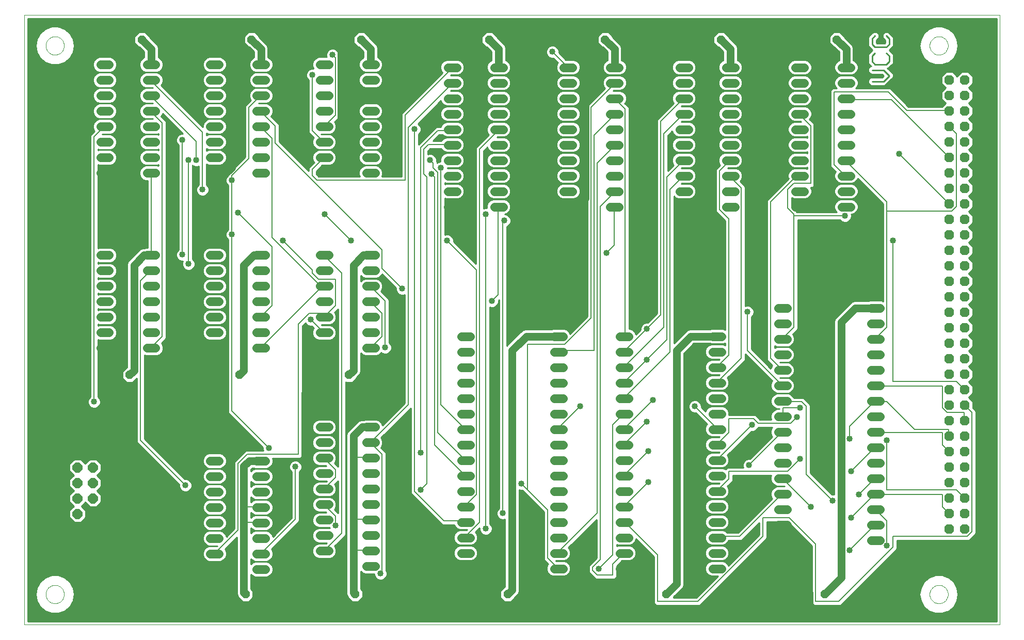
<source format=gtl>
G75*
G70*
%OFA0B0*%
%FSLAX24Y24*%
%IPPOS*%
%LPD*%
%AMOC8*
5,1,8,0,0,1.08239X$1,22.5*
%
%ADD10C,0.0000*%
%ADD11C,0.0100*%
%ADD12C,0.0560*%
%ADD13OC8,0.0560*%
%ADD14OC8,0.0640*%
%ADD15OC8,0.0630*%
%ADD16C,0.0080*%
%ADD17C,0.0400*%
%ADD18C,0.0500*%
D10*
X000151Y000151D02*
X000151Y039521D01*
X063143Y039521D01*
X063143Y000151D01*
X000151Y000151D01*
X001529Y002120D02*
X001531Y002168D01*
X001537Y002216D01*
X001547Y002263D01*
X001560Y002309D01*
X001578Y002354D01*
X001598Y002398D01*
X001623Y002440D01*
X001651Y002479D01*
X001681Y002516D01*
X001715Y002550D01*
X001752Y002582D01*
X001790Y002611D01*
X001831Y002636D01*
X001874Y002658D01*
X001919Y002676D01*
X001965Y002690D01*
X002012Y002701D01*
X002060Y002708D01*
X002108Y002711D01*
X002156Y002710D01*
X002204Y002705D01*
X002252Y002696D01*
X002298Y002684D01*
X002343Y002667D01*
X002387Y002647D01*
X002429Y002624D01*
X002469Y002597D01*
X002507Y002567D01*
X002542Y002534D01*
X002574Y002498D01*
X002604Y002460D01*
X002630Y002419D01*
X002652Y002376D01*
X002672Y002332D01*
X002687Y002287D01*
X002699Y002240D01*
X002707Y002192D01*
X002711Y002144D01*
X002711Y002096D01*
X002707Y002048D01*
X002699Y002000D01*
X002687Y001953D01*
X002672Y001908D01*
X002652Y001864D01*
X002630Y001821D01*
X002604Y001780D01*
X002574Y001742D01*
X002542Y001706D01*
X002507Y001673D01*
X002469Y001643D01*
X002429Y001616D01*
X002387Y001593D01*
X002343Y001573D01*
X002298Y001556D01*
X002252Y001544D01*
X002204Y001535D01*
X002156Y001530D01*
X002108Y001529D01*
X002060Y001532D01*
X002012Y001539D01*
X001965Y001550D01*
X001919Y001564D01*
X001874Y001582D01*
X001831Y001604D01*
X001790Y001629D01*
X001752Y001658D01*
X001715Y001690D01*
X001681Y001724D01*
X001651Y001761D01*
X001623Y001800D01*
X001598Y001842D01*
X001578Y001886D01*
X001560Y001931D01*
X001547Y001977D01*
X001537Y002024D01*
X001531Y002072D01*
X001529Y002120D01*
X058615Y002120D02*
X058617Y002168D01*
X058623Y002216D01*
X058633Y002263D01*
X058646Y002309D01*
X058664Y002354D01*
X058684Y002398D01*
X058709Y002440D01*
X058737Y002479D01*
X058767Y002516D01*
X058801Y002550D01*
X058838Y002582D01*
X058876Y002611D01*
X058917Y002636D01*
X058960Y002658D01*
X059005Y002676D01*
X059051Y002690D01*
X059098Y002701D01*
X059146Y002708D01*
X059194Y002711D01*
X059242Y002710D01*
X059290Y002705D01*
X059338Y002696D01*
X059384Y002684D01*
X059429Y002667D01*
X059473Y002647D01*
X059515Y002624D01*
X059555Y002597D01*
X059593Y002567D01*
X059628Y002534D01*
X059660Y002498D01*
X059690Y002460D01*
X059716Y002419D01*
X059738Y002376D01*
X059758Y002332D01*
X059773Y002287D01*
X059785Y002240D01*
X059793Y002192D01*
X059797Y002144D01*
X059797Y002096D01*
X059793Y002048D01*
X059785Y002000D01*
X059773Y001953D01*
X059758Y001908D01*
X059738Y001864D01*
X059716Y001821D01*
X059690Y001780D01*
X059660Y001742D01*
X059628Y001706D01*
X059593Y001673D01*
X059555Y001643D01*
X059515Y001616D01*
X059473Y001593D01*
X059429Y001573D01*
X059384Y001556D01*
X059338Y001544D01*
X059290Y001535D01*
X059242Y001530D01*
X059194Y001529D01*
X059146Y001532D01*
X059098Y001539D01*
X059051Y001550D01*
X059005Y001564D01*
X058960Y001582D01*
X058917Y001604D01*
X058876Y001629D01*
X058838Y001658D01*
X058801Y001690D01*
X058767Y001724D01*
X058737Y001761D01*
X058709Y001800D01*
X058684Y001842D01*
X058664Y001886D01*
X058646Y001931D01*
X058633Y001977D01*
X058623Y002024D01*
X058617Y002072D01*
X058615Y002120D01*
X058615Y037553D02*
X058617Y037601D01*
X058623Y037649D01*
X058633Y037696D01*
X058646Y037742D01*
X058664Y037787D01*
X058684Y037831D01*
X058709Y037873D01*
X058737Y037912D01*
X058767Y037949D01*
X058801Y037983D01*
X058838Y038015D01*
X058876Y038044D01*
X058917Y038069D01*
X058960Y038091D01*
X059005Y038109D01*
X059051Y038123D01*
X059098Y038134D01*
X059146Y038141D01*
X059194Y038144D01*
X059242Y038143D01*
X059290Y038138D01*
X059338Y038129D01*
X059384Y038117D01*
X059429Y038100D01*
X059473Y038080D01*
X059515Y038057D01*
X059555Y038030D01*
X059593Y038000D01*
X059628Y037967D01*
X059660Y037931D01*
X059690Y037893D01*
X059716Y037852D01*
X059738Y037809D01*
X059758Y037765D01*
X059773Y037720D01*
X059785Y037673D01*
X059793Y037625D01*
X059797Y037577D01*
X059797Y037529D01*
X059793Y037481D01*
X059785Y037433D01*
X059773Y037386D01*
X059758Y037341D01*
X059738Y037297D01*
X059716Y037254D01*
X059690Y037213D01*
X059660Y037175D01*
X059628Y037139D01*
X059593Y037106D01*
X059555Y037076D01*
X059515Y037049D01*
X059473Y037026D01*
X059429Y037006D01*
X059384Y036989D01*
X059338Y036977D01*
X059290Y036968D01*
X059242Y036963D01*
X059194Y036962D01*
X059146Y036965D01*
X059098Y036972D01*
X059051Y036983D01*
X059005Y036997D01*
X058960Y037015D01*
X058917Y037037D01*
X058876Y037062D01*
X058838Y037091D01*
X058801Y037123D01*
X058767Y037157D01*
X058737Y037194D01*
X058709Y037233D01*
X058684Y037275D01*
X058664Y037319D01*
X058646Y037364D01*
X058633Y037410D01*
X058623Y037457D01*
X058617Y037505D01*
X058615Y037553D01*
X001529Y037553D02*
X001531Y037601D01*
X001537Y037649D01*
X001547Y037696D01*
X001560Y037742D01*
X001578Y037787D01*
X001598Y037831D01*
X001623Y037873D01*
X001651Y037912D01*
X001681Y037949D01*
X001715Y037983D01*
X001752Y038015D01*
X001790Y038044D01*
X001831Y038069D01*
X001874Y038091D01*
X001919Y038109D01*
X001965Y038123D01*
X002012Y038134D01*
X002060Y038141D01*
X002108Y038144D01*
X002156Y038143D01*
X002204Y038138D01*
X002252Y038129D01*
X002298Y038117D01*
X002343Y038100D01*
X002387Y038080D01*
X002429Y038057D01*
X002469Y038030D01*
X002507Y038000D01*
X002542Y037967D01*
X002574Y037931D01*
X002604Y037893D01*
X002630Y037852D01*
X002652Y037809D01*
X002672Y037765D01*
X002687Y037720D01*
X002699Y037673D01*
X002707Y037625D01*
X002711Y037577D01*
X002711Y037529D01*
X002707Y037481D01*
X002699Y037433D01*
X002687Y037386D01*
X002672Y037341D01*
X002652Y037297D01*
X002630Y037254D01*
X002604Y037213D01*
X002574Y037175D01*
X002542Y037139D01*
X002507Y037106D01*
X002469Y037076D01*
X002429Y037049D01*
X002387Y037026D01*
X002343Y037006D01*
X002298Y036989D01*
X002252Y036977D01*
X002204Y036968D01*
X002156Y036963D01*
X002108Y036962D01*
X002060Y036965D01*
X002012Y036972D01*
X001965Y036983D01*
X001919Y036997D01*
X001874Y037015D01*
X001831Y037037D01*
X001790Y037062D01*
X001752Y037091D01*
X001715Y037123D01*
X001681Y037157D01*
X001651Y037194D01*
X001623Y037233D01*
X001598Y037275D01*
X001578Y037319D01*
X001560Y037364D01*
X001547Y037410D01*
X001537Y037457D01*
X001531Y037505D01*
X001529Y037553D01*
D11*
X000895Y037696D02*
X000361Y037696D01*
X000361Y037598D02*
X000877Y037598D01*
X000869Y037553D02*
X000869Y037553D01*
X000945Y037980D01*
X000945Y037980D01*
X001162Y038356D01*
X001162Y038356D01*
X001495Y038636D01*
X001495Y038636D01*
X001903Y038784D01*
X001903Y038784D01*
X002337Y038784D01*
X002337Y038784D01*
X002745Y038636D01*
X002745Y038636D01*
X003077Y038356D01*
X003077Y038356D01*
X003077Y038356D01*
X003295Y037980D01*
X003370Y037553D01*
X003295Y037125D01*
X003295Y037125D01*
X003077Y036749D01*
X003077Y036749D01*
X002745Y036470D01*
X002745Y036470D01*
X002337Y036321D01*
X002337Y036321D01*
X001903Y036321D01*
X001903Y036321D01*
X001495Y036470D01*
X001494Y036470D01*
X001162Y036749D01*
X001162Y036749D01*
X001162Y036749D01*
X000945Y037125D01*
X000945Y037125D01*
X000869Y037553D01*
X000879Y037499D02*
X000361Y037499D01*
X000361Y037401D02*
X000896Y037401D01*
X000914Y037302D02*
X000361Y037302D01*
X000361Y037203D02*
X000931Y037203D01*
X000956Y037105D02*
X000361Y037105D01*
X000361Y037006D02*
X001013Y037006D01*
X001070Y036908D02*
X000361Y036908D01*
X000361Y036809D02*
X001127Y036809D01*
X001208Y036711D02*
X000361Y036711D01*
X000361Y036612D02*
X001325Y036612D01*
X001442Y036514D02*
X000361Y036514D01*
X000361Y036415D02*
X001645Y036415D01*
X002594Y036415D02*
X004574Y036415D01*
X004574Y036426D02*
X004574Y036231D01*
X004649Y036051D01*
X004786Y035913D01*
X004967Y035838D01*
X005722Y035838D01*
X005902Y035913D01*
X006039Y036051D01*
X006114Y036231D01*
X006114Y036426D01*
X006039Y036606D01*
X005902Y036744D01*
X005722Y036818D01*
X004967Y036818D01*
X004786Y036744D01*
X004649Y036606D01*
X004574Y036426D01*
X004611Y036514D02*
X002797Y036514D01*
X002914Y036612D02*
X004655Y036612D01*
X004754Y036711D02*
X003032Y036711D01*
X003112Y036809D02*
X004945Y036809D01*
X004574Y036317D02*
X000361Y036317D01*
X000361Y036218D02*
X004579Y036218D01*
X004620Y036119D02*
X000361Y036119D01*
X000361Y036021D02*
X004679Y036021D01*
X004777Y035922D02*
X000361Y035922D01*
X000361Y035824D02*
X018379Y035824D01*
X018404Y035883D02*
X018341Y035733D01*
X018341Y035570D01*
X018404Y035419D01*
X018501Y035321D01*
X018501Y032001D01*
X018539Y031910D01*
X018610Y031839D01*
X018832Y031616D01*
X018822Y031606D01*
X018747Y031426D01*
X018747Y031231D01*
X018822Y031051D01*
X018960Y030913D01*
X019140Y030838D01*
X019895Y030838D01*
X020075Y030913D01*
X020213Y031051D01*
X020287Y031231D01*
X020287Y031426D01*
X020213Y031606D01*
X020075Y031744D01*
X019895Y031818D01*
X019338Y031818D01*
X019317Y031838D01*
X019895Y031838D01*
X020075Y031913D01*
X020213Y032051D01*
X020287Y032231D01*
X020287Y032426D01*
X020213Y032606D01*
X020186Y032633D01*
X020393Y032839D01*
X020463Y032910D01*
X020501Y033001D01*
X020501Y036701D01*
X020501Y036801D01*
X020463Y036893D01*
X020461Y036895D01*
X020461Y037033D01*
X020399Y037183D01*
X020283Y037299D01*
X020133Y037361D01*
X019970Y037361D01*
X019819Y037299D01*
X019704Y037183D01*
X019641Y037033D01*
X019641Y036870D01*
X019662Y036818D01*
X019140Y036818D01*
X018960Y036744D01*
X018822Y036606D01*
X018747Y036426D01*
X018747Y036231D01*
X018818Y036061D01*
X018670Y036061D01*
X018519Y035999D01*
X018404Y035883D01*
X018443Y035922D02*
X015998Y035922D01*
X015988Y035913D02*
X016126Y036051D01*
X016201Y036231D01*
X016201Y036426D01*
X016126Y036606D01*
X015988Y036744D01*
X015891Y036784D01*
X015891Y037249D01*
X015891Y037432D01*
X015821Y037601D01*
X015314Y038107D01*
X015314Y038149D01*
X015027Y038436D01*
X014621Y038436D01*
X014334Y038149D01*
X014334Y037744D01*
X014621Y037456D01*
X014664Y037456D01*
X014971Y037150D01*
X014971Y036784D01*
X014873Y036744D01*
X014735Y036606D01*
X014661Y036426D01*
X014661Y036231D01*
X014735Y036051D01*
X014873Y035913D01*
X015053Y035838D01*
X015808Y035838D01*
X015988Y035913D01*
X016096Y036021D02*
X018573Y036021D01*
X018793Y036119D02*
X016155Y036119D01*
X016195Y036218D02*
X018753Y036218D01*
X018747Y036317D02*
X016201Y036317D01*
X016201Y036415D02*
X018747Y036415D01*
X018784Y036514D02*
X016164Y036514D01*
X016120Y036612D02*
X018828Y036612D01*
X018927Y036711D02*
X016021Y036711D01*
X015891Y036809D02*
X019118Y036809D01*
X019641Y036908D02*
X015891Y036908D01*
X015891Y037006D02*
X019641Y037006D01*
X019671Y037105D02*
X015891Y037105D01*
X015891Y037203D02*
X019724Y037203D01*
X019827Y037302D02*
X015891Y037302D01*
X015891Y037401D02*
X021806Y037401D01*
X021750Y037456D02*
X022057Y037150D01*
X022057Y036784D01*
X021960Y036744D01*
X021822Y036606D01*
X021747Y036426D01*
X021747Y036231D01*
X021822Y036051D01*
X021960Y035913D01*
X022140Y035838D01*
X022895Y035838D01*
X023075Y035913D01*
X023213Y036051D01*
X023287Y036231D01*
X023287Y036426D01*
X023213Y036606D01*
X023075Y036744D01*
X022977Y036784D01*
X022977Y037249D01*
X022977Y037432D01*
X022907Y037601D01*
X022401Y038107D01*
X022401Y038149D01*
X022114Y038436D01*
X021708Y038436D01*
X021421Y038149D01*
X021421Y037744D01*
X021708Y037456D01*
X021750Y037456D01*
X021665Y037499D02*
X015863Y037499D01*
X015822Y037598D02*
X021567Y037598D01*
X021468Y037696D02*
X015725Y037696D01*
X015627Y037795D02*
X021421Y037795D01*
X021421Y037893D02*
X015528Y037893D01*
X015430Y037992D02*
X021421Y037992D01*
X021421Y038090D02*
X015331Y038090D01*
X015275Y038189D02*
X021461Y038189D01*
X021559Y038287D02*
X015176Y038287D01*
X015078Y038386D02*
X021658Y038386D01*
X022164Y038386D02*
X029925Y038386D01*
X029976Y038436D02*
X029689Y038149D01*
X029689Y037744D01*
X029976Y037456D01*
X030018Y037456D01*
X030325Y037150D01*
X030325Y036603D01*
X030227Y036563D01*
X030090Y036425D01*
X030015Y036245D01*
X030015Y036050D01*
X030090Y035870D01*
X030227Y035732D01*
X030408Y035657D01*
X031162Y035657D01*
X031343Y035732D01*
X031480Y035870D01*
X031555Y036050D01*
X031555Y036245D01*
X031480Y036425D01*
X031343Y036563D01*
X031245Y036603D01*
X031245Y037249D01*
X031245Y037432D01*
X031175Y037601D01*
X030669Y038107D01*
X030669Y038149D01*
X030382Y038436D01*
X029976Y038436D01*
X029827Y038287D02*
X022263Y038287D01*
X022361Y038189D02*
X029728Y038189D01*
X029689Y038090D02*
X022418Y038090D01*
X022516Y037992D02*
X029689Y037992D01*
X029689Y037893D02*
X022615Y037893D01*
X022713Y037795D02*
X029689Y037795D01*
X029736Y037696D02*
X022812Y037696D01*
X022909Y037598D02*
X029835Y037598D01*
X029933Y037499D02*
X022949Y037499D01*
X022977Y037401D02*
X030074Y037401D01*
X030173Y037302D02*
X022977Y037302D01*
X022977Y037203D02*
X030271Y037203D01*
X030325Y037105D02*
X022977Y037105D01*
X022977Y037006D02*
X030325Y037006D01*
X030325Y036908D02*
X022977Y036908D01*
X022977Y036809D02*
X030325Y036809D01*
X030325Y036711D02*
X023108Y036711D01*
X023206Y036612D02*
X027347Y036612D01*
X027408Y036637D02*
X027227Y036563D01*
X027090Y036425D01*
X027015Y036245D01*
X027015Y036050D01*
X027090Y035870D01*
X027153Y035806D01*
X024539Y033193D01*
X024501Y033101D01*
X024501Y033001D01*
X024501Y029101D01*
X023234Y029101D01*
X023287Y029231D01*
X023287Y029426D01*
X023213Y029606D01*
X023075Y029744D01*
X022895Y029818D01*
X022140Y029818D01*
X021960Y029744D01*
X021822Y029606D01*
X021747Y029426D01*
X021747Y029231D01*
X021801Y029101D01*
X019155Y029101D01*
X019001Y029255D01*
X019001Y029448D01*
X019392Y029838D01*
X019895Y029838D01*
X020075Y029913D01*
X020213Y030051D01*
X020287Y030231D01*
X020287Y030426D01*
X020213Y030606D01*
X020075Y030744D01*
X019895Y030818D01*
X019140Y030818D01*
X018960Y030744D01*
X018822Y030606D01*
X018747Y030426D01*
X018747Y030231D01*
X018822Y030051D01*
X018860Y030013D01*
X018610Y029763D01*
X018539Y029693D01*
X018501Y029601D01*
X018501Y029455D01*
X016601Y031355D01*
X016601Y032401D01*
X016563Y032493D01*
X016493Y032563D01*
X016493Y032563D01*
X016066Y032990D01*
X016126Y033051D01*
X016201Y033231D01*
X016201Y033426D01*
X016126Y033606D01*
X015988Y033744D01*
X015808Y033818D01*
X015272Y033818D01*
X015292Y033838D01*
X015808Y033838D01*
X015988Y033913D01*
X016126Y034051D01*
X016201Y034231D01*
X016201Y034426D01*
X016126Y034606D01*
X015988Y034744D01*
X015808Y034818D01*
X015053Y034818D01*
X014873Y034744D01*
X014735Y034606D01*
X014661Y034426D01*
X014661Y034231D01*
X014735Y034051D01*
X014766Y034020D01*
X014439Y033693D01*
X014401Y033601D01*
X014401Y033501D01*
X014401Y030355D01*
X013339Y029293D01*
X013301Y029201D01*
X013301Y029181D01*
X013204Y029083D01*
X013141Y028933D01*
X013141Y028770D01*
X013204Y028619D01*
X013301Y028521D01*
X013301Y025681D01*
X013204Y025583D01*
X013141Y025433D01*
X013141Y025270D01*
X013204Y025119D01*
X013301Y025021D01*
X013301Y013901D01*
X013339Y013810D01*
X013410Y013739D01*
X015541Y011608D01*
X015541Y011470D01*
X015570Y011401D01*
X014501Y011401D01*
X014410Y011363D01*
X014339Y011293D01*
X013739Y010693D01*
X013701Y010601D01*
X013701Y010501D01*
X013701Y006355D01*
X013195Y005849D01*
X013126Y006015D01*
X012988Y006153D01*
X012808Y006228D01*
X012053Y006228D01*
X011873Y006153D01*
X011735Y006015D01*
X011661Y005835D01*
X011661Y005640D01*
X011735Y005460D01*
X011873Y005322D01*
X012053Y005248D01*
X012594Y005248D01*
X012574Y005228D01*
X012053Y005228D01*
X011873Y005153D01*
X011735Y005015D01*
X011661Y004835D01*
X011661Y004640D01*
X011735Y004460D01*
X011873Y004322D01*
X012053Y004248D01*
X012808Y004248D01*
X012988Y004322D01*
X013126Y004460D01*
X013201Y004640D01*
X013201Y004835D01*
X013126Y005015D01*
X013097Y005044D01*
X013864Y005811D01*
X013864Y002134D01*
X013934Y001965D01*
X013941Y001959D01*
X013941Y001917D01*
X014228Y001630D01*
X014634Y001630D01*
X014921Y001917D01*
X014921Y002323D01*
X014784Y002459D01*
X014784Y003411D01*
X014873Y003322D01*
X015053Y003248D01*
X015808Y003248D01*
X015988Y003322D01*
X016126Y003460D01*
X016201Y003640D01*
X016201Y003835D01*
X016126Y004015D01*
X015988Y004153D01*
X015808Y004228D01*
X015053Y004228D01*
X014873Y004153D01*
X014784Y004064D01*
X014784Y004411D01*
X014873Y004322D01*
X015053Y004248D01*
X015808Y004248D01*
X015988Y004322D01*
X016126Y004460D01*
X016201Y004640D01*
X016201Y004835D01*
X016126Y005015D01*
X016097Y005044D01*
X017793Y006739D01*
X017863Y006810D01*
X017901Y006901D01*
X017901Y010021D01*
X017999Y010119D01*
X018061Y010270D01*
X018061Y010433D01*
X017999Y010583D01*
X017883Y010699D01*
X017733Y010761D01*
X017570Y010761D01*
X017419Y010699D01*
X017304Y010583D01*
X017241Y010433D01*
X017241Y010270D01*
X017304Y010119D01*
X017401Y010021D01*
X017401Y007055D01*
X016195Y005849D01*
X016126Y006015D01*
X015988Y006153D01*
X015808Y006228D01*
X015053Y006228D01*
X014873Y006153D01*
X014784Y006064D01*
X014784Y006411D01*
X014873Y006322D01*
X015053Y006248D01*
X015808Y006248D01*
X015988Y006322D01*
X016126Y006460D01*
X016201Y006640D01*
X016201Y006835D01*
X016126Y007015D01*
X015988Y007153D01*
X015808Y007228D01*
X015053Y007228D01*
X014873Y007153D01*
X014784Y007064D01*
X014784Y007411D01*
X014873Y007322D01*
X015053Y007248D01*
X015808Y007248D01*
X015988Y007322D01*
X016126Y007460D01*
X016201Y007640D01*
X016201Y007835D01*
X016126Y008015D01*
X015988Y008153D01*
X015808Y008228D01*
X015053Y008228D01*
X014873Y008153D01*
X014784Y008064D01*
X014784Y008411D01*
X014873Y008322D01*
X015053Y008248D01*
X015808Y008248D01*
X015988Y008322D01*
X016126Y008460D01*
X016201Y008640D01*
X016201Y008835D01*
X016126Y009015D01*
X015988Y009153D01*
X015808Y009228D01*
X015053Y009228D01*
X014873Y009153D01*
X014784Y009064D01*
X014784Y009411D01*
X014873Y009322D01*
X015053Y009248D01*
X015808Y009248D01*
X015988Y009322D01*
X016126Y009460D01*
X016201Y009640D01*
X016201Y009835D01*
X016126Y010015D01*
X015988Y010153D01*
X015808Y010228D01*
X015053Y010228D01*
X014873Y010153D01*
X014784Y010064D01*
X014784Y010197D01*
X014865Y010278D01*
X014981Y010278D01*
X015053Y010248D01*
X015808Y010248D01*
X015988Y010322D01*
X016126Y010460D01*
X016201Y010640D01*
X016201Y010835D01*
X016173Y010901D01*
X017901Y010901D01*
X017993Y010939D01*
X018063Y011010D01*
X018101Y011101D01*
X018101Y011201D01*
X018101Y019448D01*
X018294Y019641D01*
X018304Y019619D01*
X018419Y019504D01*
X018570Y019441D01*
X018708Y019441D01*
X018838Y019311D01*
X018822Y019295D01*
X018747Y019115D01*
X018747Y018920D01*
X018822Y018740D01*
X018960Y018602D01*
X019140Y018527D01*
X019895Y018527D01*
X020075Y018602D01*
X020213Y018740D01*
X020287Y018920D01*
X020287Y019115D01*
X020213Y019295D01*
X020075Y019433D01*
X019895Y019507D01*
X019349Y019507D01*
X019328Y019527D01*
X019895Y019527D01*
X020075Y019602D01*
X020213Y019740D01*
X020287Y019920D01*
X020287Y020115D01*
X020213Y020295D01*
X020181Y020327D01*
X020401Y020548D01*
X020401Y010355D01*
X020164Y010592D01*
X020213Y010641D01*
X020287Y010821D01*
X020287Y011016D01*
X020213Y011196D01*
X020075Y011334D01*
X019895Y011409D01*
X019140Y011409D01*
X018960Y011334D01*
X018822Y011196D01*
X018747Y011016D01*
X018747Y010821D01*
X018822Y010641D01*
X018960Y010504D01*
X019140Y010429D01*
X019620Y010429D01*
X019640Y010409D01*
X019140Y010409D01*
X018960Y010334D01*
X018822Y010196D01*
X018747Y010016D01*
X018747Y009821D01*
X018822Y009641D01*
X018960Y009504D01*
X019140Y009429D01*
X019675Y009429D01*
X019655Y009409D01*
X019140Y009409D01*
X018960Y009334D01*
X018822Y009196D01*
X018747Y009016D01*
X018747Y008821D01*
X018822Y008641D01*
X018960Y008504D01*
X019140Y008429D01*
X019895Y008429D01*
X020075Y008504D01*
X020213Y008641D01*
X020287Y008821D01*
X020287Y009016D01*
X020213Y009196D01*
X020181Y009228D01*
X020393Y009439D01*
X020401Y009448D01*
X020401Y007355D01*
X020393Y007363D01*
X020164Y007592D01*
X020213Y007641D01*
X020287Y007821D01*
X020287Y008016D01*
X020213Y008196D01*
X020075Y008334D01*
X019895Y008409D01*
X019140Y008409D01*
X018960Y008334D01*
X018822Y008196D01*
X018747Y008016D01*
X018747Y007821D01*
X018822Y007641D01*
X018960Y007504D01*
X019140Y007429D01*
X019620Y007429D01*
X019640Y007409D01*
X019140Y007409D01*
X018960Y007334D01*
X018822Y007196D01*
X018747Y007016D01*
X018747Y006821D01*
X018822Y006641D01*
X018960Y006504D01*
X019140Y006429D01*
X019858Y006429D01*
X019866Y006409D01*
X019140Y006409D01*
X018960Y006334D01*
X018822Y006196D01*
X018747Y006016D01*
X018747Y005821D01*
X018822Y005641D01*
X018960Y005504D01*
X019140Y005429D01*
X019675Y005429D01*
X019655Y005409D01*
X019140Y005409D01*
X018960Y005334D01*
X018822Y005196D01*
X018747Y005016D01*
X018747Y004821D01*
X018822Y004641D01*
X018960Y004504D01*
X019140Y004429D01*
X019895Y004429D01*
X020075Y004504D01*
X020213Y004641D01*
X020287Y004821D01*
X020287Y005016D01*
X020213Y005196D01*
X020181Y005228D01*
X020863Y005910D01*
X020901Y006001D01*
X020901Y006101D01*
X020901Y015822D01*
X020921Y015803D01*
X021327Y015803D01*
X021614Y016090D01*
X021614Y016132D01*
X021801Y016320D01*
X021871Y016489D01*
X021871Y016672D01*
X021871Y017691D01*
X021960Y017602D01*
X022140Y017527D01*
X022895Y017527D01*
X023075Y017602D01*
X023198Y017725D01*
X023219Y017704D01*
X023370Y017641D01*
X023533Y017641D01*
X023683Y017704D01*
X023799Y017819D01*
X023861Y017970D01*
X023861Y018133D01*
X023799Y018283D01*
X024701Y018283D01*
X024701Y018185D02*
X023840Y018185D01*
X023861Y018086D02*
X024701Y018086D01*
X024701Y017988D02*
X023861Y017988D01*
X023828Y017889D02*
X024701Y017889D01*
X024701Y017790D02*
X023770Y017790D01*
X023655Y017692D02*
X024701Y017692D01*
X024701Y017593D02*
X023054Y017593D01*
X023165Y017692D02*
X023247Y017692D01*
X023799Y018283D02*
X023701Y018381D01*
X023701Y021101D01*
X023663Y021193D01*
X023593Y021263D01*
X023164Y021691D01*
X023213Y021740D01*
X023287Y021920D01*
X023287Y022115D01*
X023213Y022295D01*
X023075Y022433D01*
X022895Y022507D01*
X022140Y022507D01*
X021960Y022433D01*
X021871Y022344D01*
X021871Y022691D01*
X021960Y022602D01*
X022140Y022527D01*
X022895Y022527D01*
X023075Y022602D01*
X023213Y022740D01*
X023241Y022808D01*
X024141Y021908D01*
X024141Y021770D01*
X024204Y021619D01*
X024319Y021504D01*
X024470Y021441D01*
X024633Y021441D01*
X024701Y021470D01*
X024701Y014455D01*
X023280Y013034D01*
X023213Y013196D01*
X023075Y013334D01*
X022895Y013409D01*
X022140Y013409D01*
X022067Y013379D01*
X022066Y013379D01*
X021882Y013379D01*
X021713Y013309D01*
X021150Y012746D01*
X021021Y012616D01*
X020951Y012447D01*
X020951Y010860D01*
X020951Y006860D01*
X020951Y004860D01*
X020951Y002317D01*
X020951Y002134D01*
X021021Y001965D01*
X021027Y001959D01*
X021027Y001917D01*
X021314Y001630D01*
X021720Y001630D01*
X022007Y001917D01*
X022007Y002323D01*
X021871Y002459D01*
X021871Y003592D01*
X021960Y003504D01*
X022140Y003429D01*
X022741Y003429D01*
X022741Y003370D01*
X022804Y003219D01*
X022919Y003104D01*
X023070Y003041D01*
X023233Y003041D01*
X023383Y003104D01*
X023499Y003219D01*
X023561Y003370D01*
X023561Y003533D01*
X023501Y003678D01*
X023501Y011101D01*
X023501Y011201D01*
X023463Y011293D01*
X023164Y011592D01*
X023213Y011641D01*
X023287Y011821D01*
X023287Y012016D01*
X023213Y012196D01*
X023181Y012228D01*
X025093Y014139D01*
X025101Y014148D01*
X025101Y008801D01*
X025101Y008701D01*
X025139Y008610D01*
X027039Y006710D01*
X027110Y006639D01*
X027201Y006601D01*
X027911Y006601D01*
X027952Y006504D01*
X028090Y006366D01*
X028270Y006291D01*
X028738Y006291D01*
X028718Y006271D01*
X028270Y006271D01*
X028090Y006196D01*
X027952Y006059D01*
X027877Y005879D01*
X027877Y005684D01*
X027952Y005504D01*
X028090Y005366D01*
X028270Y005291D01*
X029025Y005291D01*
X029205Y005366D01*
X029343Y005504D01*
X029417Y005684D01*
X029417Y005879D01*
X029343Y006059D01*
X029277Y006124D01*
X029541Y006388D01*
X029541Y006270D01*
X029604Y006119D01*
X029719Y006004D01*
X029870Y005941D01*
X030033Y005941D01*
X030183Y006004D01*
X030299Y006119D01*
X030361Y006270D01*
X030361Y006433D01*
X030299Y006583D01*
X030201Y006681D01*
X030201Y020670D01*
X030270Y020641D01*
X030433Y020641D01*
X030583Y020704D01*
X030699Y020819D01*
X030761Y020970D01*
X030761Y021108D01*
X030801Y021148D01*
X030801Y007681D01*
X030704Y007583D01*
X030641Y007433D01*
X030641Y007270D01*
X030704Y007119D01*
X030819Y007004D01*
X030970Y006941D01*
X031133Y006941D01*
X031187Y006964D01*
X031187Y002610D01*
X031157Y002610D01*
X030870Y002323D01*
X030870Y001917D01*
X031157Y001630D01*
X031563Y001630D01*
X031850Y001917D01*
X031850Y001959D01*
X032037Y002146D01*
X032107Y002316D01*
X032107Y002499D01*
X032107Y008867D01*
X032170Y008841D01*
X032308Y008841D01*
X032510Y008639D01*
X033701Y007448D01*
X033701Y004501D01*
X033701Y004401D01*
X033739Y004310D01*
X033971Y004078D01*
X033952Y004059D01*
X033877Y003879D01*
X033877Y003684D01*
X033952Y003504D01*
X034090Y003366D01*
X034270Y003291D01*
X035025Y003291D01*
X035205Y003366D01*
X035343Y003504D01*
X035417Y003684D01*
X035417Y003879D01*
X035343Y004059D01*
X035205Y004196D01*
X035025Y004271D01*
X034485Y004271D01*
X034465Y004291D01*
X035025Y004291D01*
X035205Y004366D01*
X035343Y004504D01*
X035417Y004684D01*
X037101Y004684D01*
X037101Y004586D02*
X035377Y004586D01*
X035417Y004684D02*
X035417Y004879D01*
X035343Y005059D01*
X035277Y005124D01*
X037101Y006948D01*
X037101Y004455D01*
X036710Y004063D01*
X036639Y003993D01*
X036601Y003901D01*
X036601Y003701D01*
X036601Y003601D01*
X036639Y003510D01*
X036939Y003210D01*
X037010Y003139D01*
X037101Y003101D01*
X038101Y003101D01*
X038201Y003101D01*
X038293Y003139D01*
X038363Y003210D01*
X038401Y003301D01*
X038401Y003948D01*
X038745Y004291D01*
X039261Y004291D01*
X039441Y004366D01*
X039579Y004504D01*
X039653Y004684D01*
X040665Y004684D01*
X040763Y004586D02*
X039613Y004586D01*
X039653Y004684D02*
X039653Y004879D01*
X039579Y005059D01*
X039441Y005196D01*
X039261Y005271D01*
X038506Y005271D01*
X038401Y005228D01*
X038401Y005335D01*
X038506Y005291D01*
X039261Y005291D01*
X039441Y005366D01*
X039579Y005504D01*
X039653Y005684D01*
X039653Y005695D01*
X040801Y004548D01*
X040801Y001601D01*
X040839Y001510D01*
X040910Y001439D01*
X041001Y001401D01*
X041101Y001401D01*
X043701Y001401D01*
X043793Y001439D01*
X043863Y001510D01*
X048063Y005710D01*
X048101Y005801D01*
X048101Y005901D01*
X048101Y006801D01*
X049448Y006801D01*
X051001Y005248D01*
X051001Y001601D01*
X051039Y001510D01*
X051110Y001439D01*
X051201Y001401D01*
X051301Y001401D01*
X052801Y001401D01*
X052893Y001439D01*
X052963Y001510D01*
X056463Y005010D01*
X056501Y005101D01*
X056501Y005201D01*
X056501Y005601D01*
X061101Y005601D01*
X061193Y005639D01*
X061263Y005710D01*
X061563Y006010D01*
X061601Y006101D01*
X061601Y006201D01*
X061601Y013901D01*
X061563Y013993D01*
X061493Y014063D01*
X061412Y014143D01*
X061412Y014554D01*
X061130Y014836D01*
X061412Y015119D01*
X061412Y015554D01*
X061130Y015836D01*
X061412Y016119D01*
X061412Y016554D01*
X061130Y016836D01*
X061412Y017119D01*
X061412Y017554D01*
X061130Y017836D01*
X061412Y018119D01*
X061412Y018554D01*
X061130Y018836D01*
X061412Y019119D01*
X061412Y019554D01*
X061130Y019836D01*
X061412Y020119D01*
X061412Y020554D01*
X061130Y020836D01*
X061412Y021119D01*
X061412Y021554D01*
X061130Y021836D01*
X061412Y022119D01*
X061412Y022554D01*
X061130Y022836D01*
X061412Y023119D01*
X061412Y023554D01*
X061130Y023836D01*
X061412Y024119D01*
X061412Y024554D01*
X061130Y024836D01*
X061412Y025119D01*
X061412Y025554D01*
X061130Y025836D01*
X061412Y026119D01*
X061412Y026554D01*
X061130Y026836D01*
X061412Y027119D01*
X061412Y027554D01*
X061130Y027836D01*
X061412Y028119D01*
X061412Y028554D01*
X061130Y028836D01*
X061412Y029119D01*
X061412Y029554D01*
X061130Y029836D01*
X061412Y030119D01*
X061412Y030554D01*
X061130Y030836D01*
X061412Y031119D01*
X061412Y031554D01*
X061130Y031836D01*
X061412Y032119D01*
X061412Y032554D01*
X061130Y032836D01*
X061412Y033119D01*
X061412Y033554D01*
X061130Y033836D01*
X061412Y034119D01*
X061412Y034554D01*
X061130Y034836D01*
X061412Y035119D01*
X061412Y035554D01*
X061105Y035861D01*
X060670Y035861D01*
X060387Y035579D01*
X060105Y035861D01*
X059670Y035861D01*
X059362Y035554D01*
X059362Y035119D01*
X059645Y034836D01*
X059362Y034554D01*
X059362Y034119D01*
X059645Y033836D01*
X059410Y033601D01*
X057255Y033601D01*
X056163Y034693D01*
X056093Y034763D01*
X056001Y034801D01*
X053853Y034801D01*
X053921Y034870D01*
X053996Y035050D01*
X053996Y035245D01*
X053921Y035425D01*
X053784Y035563D01*
X053603Y035637D01*
X052849Y035637D01*
X052668Y035563D01*
X052531Y035425D01*
X052456Y035245D01*
X052456Y035050D01*
X052531Y034870D01*
X052599Y034801D01*
X052501Y034801D01*
X052401Y034801D01*
X052310Y034763D01*
X052239Y034693D01*
X052201Y034601D01*
X052201Y029901D01*
X052201Y029801D01*
X052239Y029710D01*
X052529Y029420D01*
X052456Y029245D01*
X052456Y029050D01*
X052531Y028870D01*
X052668Y028732D01*
X052849Y028657D01*
X053603Y028657D01*
X053784Y028732D01*
X053921Y028870D01*
X053968Y028981D01*
X055601Y027348D01*
X055601Y026901D01*
X055601Y026801D01*
X055601Y021048D01*
X055497Y021091D01*
X054742Y021091D01*
X054670Y021061D01*
X053912Y021061D01*
X053729Y021061D01*
X053560Y020991D01*
X052517Y019948D01*
X052447Y019779D01*
X052447Y019596D01*
X052447Y008555D01*
X052433Y008561D01*
X052295Y008561D01*
X050901Y009955D01*
X050901Y014201D01*
X050901Y014301D01*
X050863Y014393D01*
X050563Y014693D01*
X050493Y014763D01*
X050401Y014801D01*
X049847Y014801D01*
X049815Y014879D01*
X049677Y015016D01*
X049497Y015091D01*
X048742Y015091D01*
X048562Y015016D01*
X048424Y014879D01*
X048350Y014699D01*
X048350Y014504D01*
X048424Y014324D01*
X048562Y014186D01*
X048742Y014111D01*
X048901Y014111D01*
X048901Y014091D01*
X048742Y014091D01*
X048562Y014016D01*
X048424Y013879D01*
X048350Y013699D01*
X048350Y013504D01*
X048392Y013401D01*
X047655Y013401D01*
X047463Y013593D01*
X047393Y013663D01*
X047301Y013701D01*
X045701Y013701D01*
X045653Y013701D01*
X045653Y013879D01*
X045579Y014059D01*
X045441Y014196D01*
X045261Y014271D01*
X044506Y014271D01*
X044326Y014196D01*
X044188Y014059D01*
X044132Y013924D01*
X043861Y014195D01*
X043861Y014333D01*
X043799Y014483D01*
X043683Y014599D01*
X043533Y014661D01*
X043370Y014661D01*
X043219Y014599D01*
X043104Y014483D01*
X043041Y014333D01*
X043041Y014170D01*
X043104Y014019D01*
X043219Y013904D01*
X043370Y013841D01*
X043508Y013841D01*
X044239Y013110D01*
X044188Y013059D01*
X044113Y012879D01*
X044113Y012684D01*
X044188Y012504D01*
X044326Y012366D01*
X044506Y012291D01*
X045038Y012291D01*
X045018Y012271D01*
X044506Y012271D01*
X044326Y012196D01*
X044188Y012059D01*
X044113Y011879D01*
X044113Y011684D01*
X044188Y011504D01*
X044326Y011366D01*
X044506Y011291D01*
X045038Y011291D01*
X045018Y011271D01*
X044506Y011271D01*
X044326Y011196D01*
X044188Y011059D01*
X044113Y010879D01*
X044113Y010684D01*
X044188Y010504D01*
X044326Y010366D01*
X044506Y010291D01*
X045261Y010291D01*
X045441Y010366D01*
X045579Y010504D01*
X045653Y010684D01*
X045653Y010879D01*
X045579Y011059D01*
X045545Y011092D01*
X047095Y012641D01*
X047233Y012641D01*
X047383Y012704D01*
X047499Y012819D01*
X047533Y012901D01*
X047601Y012901D01*
X048447Y012901D01*
X048424Y012879D01*
X048350Y012699D01*
X048350Y012504D01*
X048424Y012324D01*
X048447Y012301D01*
X047008Y010861D01*
X046870Y010861D01*
X046719Y010799D01*
X046604Y010683D01*
X046541Y010533D01*
X046541Y010370D01*
X046570Y010301D01*
X045285Y010301D01*
X045261Y010271D02*
X044506Y010271D01*
X044326Y010196D01*
X044188Y010059D01*
X044113Y009879D01*
X044113Y009684D01*
X044188Y009504D01*
X044326Y009366D01*
X044506Y009291D01*
X045038Y009291D01*
X045018Y009271D01*
X044506Y009271D01*
X044326Y009196D01*
X044188Y009059D01*
X044113Y008879D01*
X044113Y008684D01*
X044188Y008504D01*
X044326Y008366D01*
X044506Y008291D01*
X045261Y008291D01*
X045441Y008366D01*
X045579Y008504D01*
X045653Y008684D01*
X045653Y008879D01*
X045579Y009059D01*
X045545Y009092D01*
X045863Y009410D01*
X045901Y009501D01*
X045901Y009601D01*
X045901Y009801D01*
X048392Y009801D01*
X048350Y009699D01*
X048350Y009504D01*
X048424Y009324D01*
X048562Y009186D01*
X048742Y009111D01*
X049238Y009111D01*
X049258Y009091D01*
X048742Y009091D01*
X048562Y009016D01*
X048424Y008879D01*
X048350Y008699D01*
X048350Y008504D01*
X048424Y008324D01*
X048447Y008301D01*
X046248Y006101D01*
X045536Y006101D01*
X045441Y006196D01*
X045261Y006271D01*
X044506Y006271D01*
X044326Y006196D01*
X044188Y006059D01*
X044113Y005879D01*
X044113Y005684D01*
X044188Y005504D01*
X044326Y005366D01*
X044506Y005291D01*
X045261Y005291D01*
X045441Y005366D01*
X045579Y005504D01*
X045619Y005601D01*
X046401Y005601D01*
X046493Y005639D01*
X046563Y005710D01*
X047601Y006748D01*
X047601Y005955D01*
X045616Y003969D01*
X045579Y004059D01*
X045441Y004196D01*
X045261Y004271D01*
X044506Y004271D01*
X044326Y004196D01*
X044188Y004059D01*
X044113Y003879D01*
X044113Y003684D01*
X044188Y003504D01*
X044326Y003366D01*
X044506Y003291D01*
X044938Y003291D01*
X043548Y001901D01*
X042070Y001901D01*
X042086Y001917D01*
X042086Y001959D01*
X042667Y002540D01*
X042737Y002709D01*
X042737Y002892D01*
X042737Y017677D01*
X043381Y018321D01*
X044434Y018321D01*
X044506Y018291D01*
X045261Y018291D01*
X045401Y018349D01*
X045401Y018213D01*
X045261Y018271D01*
X044506Y018271D01*
X044326Y018196D01*
X044188Y018059D01*
X044113Y017879D01*
X044113Y017684D01*
X044188Y017504D01*
X044326Y017366D01*
X044506Y017291D01*
X045038Y017291D01*
X045018Y017271D01*
X044506Y017271D01*
X044326Y017196D01*
X044188Y017059D01*
X044113Y016879D01*
X044113Y016684D01*
X044188Y016504D01*
X044326Y016366D01*
X044506Y016291D01*
X045038Y016291D01*
X045018Y016271D01*
X044506Y016271D01*
X044326Y016196D01*
X044188Y016059D01*
X044113Y015879D01*
X044113Y015684D01*
X044188Y015504D01*
X044326Y015366D01*
X044506Y015291D01*
X045261Y015291D01*
X045441Y015366D01*
X045579Y015504D01*
X045653Y015684D01*
X045653Y015879D01*
X045579Y016059D01*
X045545Y016092D01*
X046593Y017139D01*
X046663Y017210D01*
X046701Y017301D01*
X046701Y017648D01*
X046710Y017639D01*
X048447Y015902D01*
X048424Y015879D01*
X048350Y015699D01*
X048350Y015504D01*
X048424Y015324D01*
X048562Y015186D01*
X048742Y015111D01*
X049497Y015111D01*
X049677Y015186D01*
X049815Y015324D01*
X049890Y015504D01*
X049890Y015699D01*
X049815Y015879D01*
X049677Y016016D01*
X049497Y016091D01*
X048965Y016091D01*
X048945Y016111D01*
X049497Y016111D01*
X049677Y016186D01*
X049815Y016324D01*
X049890Y016504D01*
X049890Y016699D01*
X049815Y016879D01*
X049677Y017016D01*
X049497Y017091D01*
X048965Y017091D01*
X048945Y017111D01*
X049497Y017111D01*
X049677Y017186D01*
X049815Y017324D01*
X049890Y017504D01*
X049890Y017699D01*
X049815Y017879D01*
X049677Y018016D01*
X049497Y018091D01*
X048742Y018091D01*
X048601Y018033D01*
X048601Y018170D01*
X048742Y018111D01*
X049497Y018111D01*
X049677Y018186D01*
X049815Y018324D01*
X049890Y018504D01*
X049890Y018699D01*
X049815Y018879D01*
X049774Y018920D01*
X049993Y019139D01*
X050063Y019210D01*
X050101Y019301D01*
X050101Y026301D01*
X052821Y026301D01*
X052919Y026204D01*
X053070Y026141D01*
X053233Y026141D01*
X053383Y026204D01*
X053499Y026319D01*
X053561Y026470D01*
X053561Y026633D01*
X053551Y026657D01*
X053603Y026657D01*
X053784Y026732D01*
X053921Y026870D01*
X053996Y027050D01*
X053996Y027245D01*
X053921Y027425D01*
X053784Y027563D01*
X053603Y027637D01*
X052849Y027637D01*
X052668Y027563D01*
X052531Y027425D01*
X052456Y027245D01*
X052456Y027050D01*
X052531Y026870D01*
X052599Y026801D01*
X050055Y026801D01*
X049701Y027155D01*
X049701Y027718D01*
X049849Y027657D01*
X050603Y027657D01*
X050784Y027732D01*
X050921Y027870D01*
X050996Y028050D01*
X050996Y028245D01*
X050931Y028401D01*
X051001Y028401D01*
X051093Y028439D01*
X051163Y028510D01*
X051201Y028601D01*
X051201Y032301D01*
X051201Y032401D01*
X051163Y032493D01*
X050854Y032802D01*
X050921Y032870D01*
X050996Y033050D01*
X050996Y033245D01*
X050921Y033425D01*
X050784Y033563D01*
X050603Y033637D01*
X049849Y033637D01*
X049668Y033563D01*
X049531Y033425D01*
X049456Y033245D01*
X049456Y033050D01*
X049531Y032870D01*
X049668Y032732D01*
X049849Y032657D01*
X050292Y032657D01*
X050312Y032637D01*
X049849Y032637D01*
X049668Y032563D01*
X049531Y032425D01*
X049456Y032245D01*
X049456Y032050D01*
X049531Y031870D01*
X049668Y031732D01*
X049849Y031657D01*
X050603Y031657D01*
X050701Y031698D01*
X050701Y031597D01*
X050603Y031637D01*
X049849Y031637D01*
X049668Y031563D01*
X049531Y031425D01*
X049456Y031245D01*
X049456Y031050D01*
X049531Y030870D01*
X049668Y030732D01*
X049849Y030657D01*
X050603Y030657D01*
X050701Y030698D01*
X050701Y030597D01*
X050603Y030637D01*
X049849Y030637D01*
X049668Y030563D01*
X049531Y030425D01*
X049456Y030245D01*
X049456Y030050D01*
X049531Y029870D01*
X049668Y029732D01*
X049849Y029657D01*
X050603Y029657D01*
X050701Y029698D01*
X050701Y029597D01*
X050603Y029637D01*
X049849Y029637D01*
X049668Y029563D01*
X049531Y029425D01*
X049456Y029245D01*
X049456Y029050D01*
X049497Y028951D01*
X048139Y027593D01*
X048101Y027501D01*
X048101Y027401D01*
X048101Y017301D01*
X048139Y017210D01*
X048210Y017139D01*
X048447Y016902D01*
X048424Y016879D01*
X048352Y016704D01*
X047101Y017955D01*
X047101Y020021D01*
X047199Y020119D01*
X047261Y020270D01*
X047261Y020433D01*
X047199Y020583D01*
X047083Y020699D01*
X046933Y020761D01*
X046770Y020761D01*
X046701Y020733D01*
X046701Y028301D01*
X046701Y028401D01*
X046663Y028493D01*
X046364Y028792D01*
X046441Y028870D01*
X046516Y029050D01*
X046516Y029245D01*
X046441Y029425D01*
X046303Y029563D01*
X046123Y029637D01*
X045591Y029637D01*
X045611Y029657D01*
X046123Y029657D01*
X046303Y029732D01*
X046441Y029870D01*
X046516Y030050D01*
X046516Y030245D01*
X046441Y030425D01*
X046303Y030563D01*
X046123Y030637D01*
X045368Y030637D01*
X045188Y030563D01*
X045050Y030425D01*
X044976Y030245D01*
X044976Y030050D01*
X045050Y029870D01*
X045083Y029837D01*
X044839Y029593D01*
X044801Y029501D01*
X044801Y029401D01*
X044801Y026901D01*
X044839Y026810D01*
X044910Y026739D01*
X045401Y026248D01*
X045401Y019213D01*
X045261Y019271D01*
X044506Y019271D01*
X044434Y019241D01*
X043282Y019241D01*
X043099Y019241D01*
X042930Y019171D01*
X042101Y018342D01*
X042101Y027819D01*
X042188Y027732D01*
X042368Y027657D01*
X043123Y027657D01*
X043303Y027732D01*
X043441Y027870D01*
X043516Y028050D01*
X043516Y028245D01*
X043441Y028425D01*
X043303Y028563D01*
X043123Y028637D01*
X042591Y028637D01*
X042611Y028657D01*
X043123Y028657D01*
X043303Y028732D01*
X043441Y028870D01*
X043516Y029050D01*
X043516Y029245D01*
X043441Y029425D01*
X043303Y029563D01*
X043123Y029637D01*
X042591Y029637D01*
X042611Y029657D01*
X043123Y029657D01*
X043303Y029732D01*
X043441Y029870D01*
X043516Y030050D01*
X043516Y030245D01*
X043441Y030425D01*
X043303Y030563D01*
X043123Y030637D01*
X042368Y030637D01*
X042188Y030563D01*
X042050Y030425D01*
X041976Y030245D01*
X041976Y030050D01*
X042050Y029870D01*
X042083Y029837D01*
X041701Y029455D01*
X041701Y031748D01*
X041984Y032030D01*
X042050Y031870D01*
X042188Y031732D01*
X042368Y031657D01*
X043123Y031657D01*
X043303Y031732D01*
X043441Y031870D01*
X043516Y032050D01*
X043516Y032245D01*
X043441Y032425D01*
X043303Y032563D01*
X043123Y032637D01*
X042591Y032637D01*
X042611Y032657D01*
X043123Y032657D01*
X043303Y032732D01*
X043441Y032870D01*
X043516Y033050D01*
X043516Y033245D01*
X043441Y033425D01*
X043303Y033563D01*
X043123Y033637D01*
X042591Y033637D01*
X042611Y033657D01*
X043123Y033657D01*
X043303Y033732D01*
X043441Y033870D01*
X043516Y034050D01*
X044976Y034050D01*
X045050Y033870D01*
X045188Y033732D01*
X045368Y033657D01*
X046123Y033657D01*
X046303Y033732D01*
X046441Y033870D01*
X046516Y034050D01*
X049456Y034050D01*
X049531Y033870D01*
X049668Y033732D01*
X049849Y033657D01*
X050603Y033657D01*
X050784Y033732D01*
X050921Y033870D01*
X050996Y034050D01*
X052201Y034050D01*
X052201Y033952D02*
X050955Y033952D01*
X050996Y034050D02*
X050996Y034245D01*
X050921Y034425D01*
X050784Y034563D01*
X050603Y034637D01*
X049849Y034637D01*
X049668Y034563D01*
X049531Y034425D01*
X049456Y034245D01*
X049456Y034050D01*
X049456Y034149D02*
X046516Y034149D01*
X046516Y034245D02*
X046441Y034425D01*
X046303Y034563D01*
X046123Y034637D01*
X045368Y034637D01*
X045188Y034563D01*
X045050Y034425D01*
X044976Y034245D01*
X044976Y034050D01*
X044976Y034149D02*
X043516Y034149D01*
X043516Y034245D02*
X043516Y034050D01*
X043475Y033952D02*
X045016Y033952D01*
X045067Y033853D02*
X043424Y033853D01*
X043326Y033754D02*
X045165Y033754D01*
X045188Y033563D02*
X045050Y033425D01*
X044976Y033245D01*
X044976Y033050D01*
X045050Y032870D01*
X045188Y032732D01*
X045368Y032657D01*
X046123Y032657D01*
X046303Y032732D01*
X046441Y032870D01*
X046516Y033050D01*
X046516Y033245D01*
X046441Y033425D01*
X046303Y033563D01*
X046123Y033637D01*
X045368Y033637D01*
X045188Y033563D01*
X045183Y033557D02*
X043308Y033557D01*
X043407Y033459D02*
X045084Y033459D01*
X045024Y033360D02*
X043468Y033360D01*
X043509Y033262D02*
X044983Y033262D01*
X044976Y033163D02*
X043516Y033163D01*
X043516Y033065D02*
X044976Y033065D01*
X045010Y032966D02*
X043481Y032966D01*
X043439Y032868D02*
X045052Y032868D01*
X045151Y032769D02*
X043340Y032769D01*
X043281Y032572D02*
X045211Y032572D01*
X045188Y032563D02*
X045050Y032425D01*
X044976Y032245D01*
X044976Y032050D01*
X045050Y031870D01*
X045188Y031732D01*
X045368Y031657D01*
X046123Y031657D01*
X046303Y031732D01*
X046441Y031870D01*
X046516Y032050D01*
X046516Y032245D01*
X046441Y032425D01*
X046303Y032563D01*
X046123Y032637D01*
X045368Y032637D01*
X045188Y032563D01*
X045099Y032473D02*
X043392Y032473D01*
X043462Y032375D02*
X045030Y032375D01*
X044989Y032276D02*
X043503Y032276D01*
X043516Y032178D02*
X044976Y032178D01*
X044976Y032079D02*
X043516Y032079D01*
X043487Y031981D02*
X045004Y031981D01*
X045045Y031882D02*
X043446Y031882D01*
X043355Y031784D02*
X045136Y031784D01*
X045301Y031685D02*
X043190Y031685D01*
X043123Y031637D02*
X042368Y031637D01*
X042188Y031563D01*
X042050Y031425D01*
X041976Y031245D01*
X041976Y031050D01*
X042050Y030870D01*
X042188Y030732D01*
X042368Y030657D01*
X043123Y030657D01*
X043303Y030732D01*
X043441Y030870D01*
X043516Y031050D01*
X043516Y031245D01*
X043441Y031425D01*
X043303Y031563D01*
X043123Y031637D01*
X043246Y031586D02*
X045246Y031586D01*
X045188Y031563D02*
X045050Y031425D01*
X044976Y031245D01*
X044976Y031050D01*
X045050Y030870D01*
X045188Y030732D01*
X045368Y030657D01*
X046123Y030657D01*
X046303Y030732D01*
X046441Y030870D01*
X046516Y031050D01*
X046516Y031245D01*
X046441Y031425D01*
X046303Y031563D01*
X046123Y031637D01*
X045368Y031637D01*
X045188Y031563D01*
X045113Y031488D02*
X043378Y031488D01*
X043456Y031389D02*
X045036Y031389D01*
X044995Y031291D02*
X043497Y031291D01*
X043516Y031192D02*
X044976Y031192D01*
X044976Y031094D02*
X043516Y031094D01*
X043493Y030995D02*
X044998Y030995D01*
X045039Y030897D02*
X043452Y030897D01*
X043370Y030798D02*
X045122Y030798D01*
X045266Y030700D02*
X043225Y030700D01*
X043210Y030601D02*
X045281Y030601D01*
X045128Y030503D02*
X043363Y030503D01*
X043450Y030404D02*
X045042Y030404D01*
X045001Y030305D02*
X043490Y030305D01*
X043516Y030207D02*
X044976Y030207D01*
X044976Y030108D02*
X043516Y030108D01*
X043499Y030010D02*
X044992Y030010D01*
X045033Y029911D02*
X043458Y029911D01*
X043384Y029813D02*
X045059Y029813D01*
X044961Y029714D02*
X043261Y029714D01*
X043175Y029616D02*
X044862Y029616D01*
X044808Y029517D02*
X043349Y029517D01*
X043444Y029419D02*
X044801Y029419D01*
X044801Y029320D02*
X043484Y029320D01*
X043516Y029221D02*
X044801Y029221D01*
X044801Y029123D02*
X043516Y029123D01*
X043505Y029024D02*
X044801Y029024D01*
X044801Y028926D02*
X043464Y028926D01*
X043399Y028827D02*
X044801Y028827D01*
X044801Y028729D02*
X043296Y028729D01*
X043140Y028630D02*
X044801Y028630D01*
X044801Y028532D02*
X043334Y028532D01*
X043433Y028433D02*
X044801Y028433D01*
X044801Y028335D02*
X043478Y028335D01*
X043516Y028236D02*
X044801Y028236D01*
X044801Y028137D02*
X043516Y028137D01*
X043511Y028039D02*
X044801Y028039D01*
X044801Y027940D02*
X043470Y027940D01*
X043413Y027842D02*
X044801Y027842D01*
X044801Y027743D02*
X043315Y027743D01*
X042177Y027743D02*
X042101Y027743D01*
X042101Y027645D02*
X044801Y027645D01*
X044801Y027546D02*
X042101Y027546D01*
X042101Y027448D02*
X044801Y027448D01*
X044801Y027349D02*
X042101Y027349D01*
X042101Y027251D02*
X044801Y027251D01*
X044801Y027152D02*
X042101Y027152D01*
X042101Y027054D02*
X044801Y027054D01*
X044801Y026955D02*
X042101Y026955D01*
X042101Y026856D02*
X044820Y026856D01*
X044891Y026758D02*
X042101Y026758D01*
X042101Y026659D02*
X044989Y026659D01*
X045088Y026561D02*
X042101Y026561D01*
X042101Y026462D02*
X045187Y026462D01*
X045285Y026364D02*
X042101Y026364D01*
X042101Y026265D02*
X045384Y026265D01*
X045401Y026167D02*
X042101Y026167D01*
X042101Y026068D02*
X045401Y026068D01*
X045401Y025970D02*
X042101Y025970D01*
X042101Y025871D02*
X045401Y025871D01*
X045401Y025772D02*
X042101Y025772D01*
X042101Y025674D02*
X045401Y025674D01*
X045401Y025575D02*
X042101Y025575D01*
X042101Y025477D02*
X045401Y025477D01*
X045401Y025378D02*
X042101Y025378D01*
X042101Y025280D02*
X045401Y025280D01*
X045401Y025181D02*
X042101Y025181D01*
X042101Y025083D02*
X045401Y025083D01*
X045401Y024984D02*
X042101Y024984D01*
X042101Y024886D02*
X045401Y024886D01*
X045401Y024787D02*
X042101Y024787D01*
X042101Y024688D02*
X045401Y024688D01*
X045401Y024590D02*
X042101Y024590D01*
X042101Y024491D02*
X045401Y024491D01*
X045401Y024393D02*
X042101Y024393D01*
X042101Y024294D02*
X045401Y024294D01*
X045401Y024196D02*
X042101Y024196D01*
X042101Y024097D02*
X045401Y024097D01*
X045401Y023999D02*
X042101Y023999D01*
X042101Y023900D02*
X045401Y023900D01*
X045401Y023802D02*
X042101Y023802D01*
X042101Y023703D02*
X045401Y023703D01*
X045401Y023604D02*
X042101Y023604D01*
X042101Y023506D02*
X045401Y023506D01*
X045401Y023407D02*
X042101Y023407D01*
X042101Y023309D02*
X045401Y023309D01*
X045401Y023210D02*
X042101Y023210D01*
X042101Y023112D02*
X045401Y023112D01*
X045401Y023013D02*
X042101Y023013D01*
X042101Y022915D02*
X045401Y022915D01*
X045401Y022816D02*
X042101Y022816D01*
X042101Y022718D02*
X045401Y022718D01*
X045401Y022619D02*
X042101Y022619D01*
X042101Y022521D02*
X045401Y022521D01*
X045401Y022422D02*
X042101Y022422D01*
X042101Y022323D02*
X045401Y022323D01*
X045401Y022225D02*
X042101Y022225D01*
X042101Y022126D02*
X045401Y022126D01*
X045401Y022028D02*
X042101Y022028D01*
X042101Y021929D02*
X045401Y021929D01*
X045401Y021831D02*
X042101Y021831D01*
X042101Y021732D02*
X045401Y021732D01*
X045401Y021634D02*
X042101Y021634D01*
X042101Y021535D02*
X045401Y021535D01*
X045401Y021437D02*
X042101Y021437D01*
X042101Y021338D02*
X045401Y021338D01*
X045401Y021239D02*
X042101Y021239D01*
X042101Y021141D02*
X045401Y021141D01*
X045401Y021042D02*
X042101Y021042D01*
X042101Y020944D02*
X045401Y020944D01*
X045401Y020845D02*
X042101Y020845D01*
X042101Y020747D02*
X045401Y020747D01*
X045401Y020648D02*
X042101Y020648D01*
X042101Y020550D02*
X045401Y020550D01*
X045401Y020451D02*
X042101Y020451D01*
X042101Y020353D02*
X045401Y020353D01*
X045401Y020254D02*
X042101Y020254D01*
X042101Y020155D02*
X045401Y020155D01*
X045401Y020057D02*
X042101Y020057D01*
X042101Y019958D02*
X045401Y019958D01*
X045401Y019860D02*
X042101Y019860D01*
X042101Y019761D02*
X045401Y019761D01*
X045401Y019663D02*
X042101Y019663D01*
X042101Y019564D02*
X045401Y019564D01*
X045401Y019466D02*
X042101Y019466D01*
X042101Y019367D02*
X045401Y019367D01*
X045401Y019269D02*
X045267Y019269D01*
X044500Y019269D02*
X042101Y019269D01*
X042101Y019170D02*
X042929Y019170D01*
X042830Y019071D02*
X042101Y019071D01*
X042101Y018973D02*
X042732Y018973D01*
X042633Y018874D02*
X042101Y018874D01*
X042101Y018776D02*
X042535Y018776D01*
X042436Y018677D02*
X042101Y018677D01*
X042101Y018579D02*
X042338Y018579D01*
X042239Y018480D02*
X042101Y018480D01*
X042101Y018382D02*
X042141Y018382D01*
X042752Y017692D02*
X044113Y017692D01*
X044113Y017790D02*
X042850Y017790D01*
X042949Y017889D02*
X044118Y017889D01*
X044159Y017988D02*
X043047Y017988D01*
X043146Y018086D02*
X044215Y018086D01*
X044314Y018185D02*
X043245Y018185D01*
X043343Y018283D02*
X045401Y018283D01*
X044151Y017593D02*
X042737Y017593D01*
X042737Y017495D02*
X044197Y017495D01*
X044295Y017396D02*
X042737Y017396D01*
X042737Y017298D02*
X044490Y017298D01*
X044332Y017199D02*
X042737Y017199D01*
X042737Y017101D02*
X044230Y017101D01*
X044165Y017002D02*
X042737Y017002D01*
X042737Y016904D02*
X044124Y016904D01*
X044113Y016805D02*
X042737Y016805D01*
X042737Y016706D02*
X044113Y016706D01*
X044145Y016608D02*
X042737Y016608D01*
X042737Y016509D02*
X044186Y016509D01*
X044281Y016411D02*
X042737Y016411D01*
X042737Y016312D02*
X044455Y016312D01*
X044368Y016214D02*
X042737Y016214D01*
X042737Y016115D02*
X044245Y016115D01*
X044171Y016017D02*
X042737Y016017D01*
X042737Y015918D02*
X044130Y015918D01*
X044113Y015820D02*
X042737Y015820D01*
X042737Y015721D02*
X044113Y015721D01*
X044139Y015622D02*
X042737Y015622D01*
X042737Y015524D02*
X044180Y015524D01*
X044266Y015425D02*
X042737Y015425D01*
X042737Y015327D02*
X044420Y015327D01*
X044403Y015228D02*
X042737Y015228D01*
X042737Y015130D02*
X044259Y015130D01*
X044326Y015196D02*
X044188Y015059D01*
X044113Y014879D01*
X044113Y014684D01*
X044188Y014504D01*
X044326Y014366D01*
X044506Y014291D01*
X045261Y014291D01*
X045441Y014366D01*
X045579Y014504D01*
X045653Y014684D01*
X045653Y014879D01*
X045579Y015059D01*
X045441Y015196D01*
X045261Y015271D01*
X044506Y015271D01*
X044326Y015196D01*
X044177Y015031D02*
X042737Y015031D01*
X042737Y014933D02*
X044136Y014933D01*
X044113Y014834D02*
X042737Y014834D01*
X042737Y014736D02*
X044113Y014736D01*
X044133Y014637D02*
X043591Y014637D01*
X043744Y014539D02*
X044174Y014539D01*
X044252Y014440D02*
X043817Y014440D01*
X043858Y014341D02*
X044384Y014341D01*
X044438Y014243D02*
X043861Y014243D01*
X043911Y014144D02*
X044274Y014144D01*
X044183Y014046D02*
X044010Y014046D01*
X044109Y013947D02*
X044142Y013947D01*
X043796Y013553D02*
X042737Y013553D01*
X042737Y013455D02*
X043894Y013455D01*
X043993Y013356D02*
X042737Y013356D01*
X042737Y013257D02*
X044091Y013257D01*
X044190Y013159D02*
X042737Y013159D01*
X042737Y013060D02*
X044190Y013060D01*
X044148Y012962D02*
X042737Y012962D01*
X042737Y012863D02*
X044113Y012863D01*
X044113Y012765D02*
X042737Y012765D01*
X042737Y012666D02*
X044121Y012666D01*
X044161Y012568D02*
X042737Y012568D01*
X042737Y012469D02*
X044222Y012469D01*
X044321Y012371D02*
X042737Y012371D01*
X042737Y012272D02*
X045019Y012272D01*
X044303Y012173D02*
X042737Y012173D01*
X042737Y012075D02*
X044204Y012075D01*
X044154Y011976D02*
X042737Y011976D01*
X042737Y011878D02*
X044113Y011878D01*
X044113Y011779D02*
X042737Y011779D01*
X042737Y011681D02*
X044115Y011681D01*
X044155Y011582D02*
X042737Y011582D01*
X042737Y011484D02*
X044208Y011484D01*
X044306Y011385D02*
X042737Y011385D01*
X042737Y011287D02*
X045033Y011287D01*
X045548Y011089D02*
X047236Y011089D01*
X047137Y010991D02*
X045607Y010991D01*
X045648Y010892D02*
X047039Y010892D01*
X046714Y010794D02*
X045653Y010794D01*
X045653Y010695D02*
X046616Y010695D01*
X046568Y010597D02*
X045617Y010597D01*
X045574Y010498D02*
X046541Y010498D01*
X046541Y010400D02*
X045475Y010400D01*
X045510Y010263D02*
X045442Y010195D01*
X045441Y010196D01*
X045261Y010271D01*
X045426Y010203D02*
X045449Y010203D01*
X045510Y010263D02*
X045601Y010301D01*
X045701Y010301D01*
X046570Y010301D01*
X045901Y009710D02*
X048354Y009710D01*
X048350Y009611D02*
X045901Y009611D01*
X045901Y009513D02*
X048350Y009513D01*
X048387Y009414D02*
X045865Y009414D01*
X045769Y009316D02*
X048432Y009316D01*
X048531Y009217D02*
X045671Y009217D01*
X045572Y009119D02*
X048724Y009119D01*
X048571Y009020D02*
X045595Y009020D01*
X045636Y008922D02*
X048467Y008922D01*
X048401Y008823D02*
X045653Y008823D01*
X045653Y008724D02*
X048360Y008724D01*
X048350Y008626D02*
X045629Y008626D01*
X045589Y008527D02*
X048350Y008527D01*
X048381Y008429D02*
X045504Y008429D01*
X045355Y008330D02*
X048421Y008330D01*
X048378Y008232D02*
X045356Y008232D01*
X045441Y008196D02*
X045261Y008271D01*
X044506Y008271D01*
X044326Y008196D01*
X044188Y008059D01*
X044113Y007879D01*
X044113Y007684D01*
X044188Y007504D01*
X044326Y007366D01*
X044506Y007291D01*
X045261Y007291D01*
X045441Y007366D01*
X045579Y007504D01*
X045653Y007684D01*
X045653Y007879D01*
X045579Y008059D01*
X045441Y008196D01*
X045504Y008133D02*
X048280Y008133D01*
X048181Y008035D02*
X045589Y008035D01*
X045630Y007936D02*
X048083Y007936D01*
X047984Y007838D02*
X045653Y007838D01*
X045653Y007739D02*
X047886Y007739D01*
X047787Y007640D02*
X045636Y007640D01*
X045595Y007542D02*
X047688Y007542D01*
X047590Y007443D02*
X045519Y007443D01*
X045391Y007345D02*
X047491Y007345D01*
X047393Y007246D02*
X045321Y007246D01*
X045261Y007271D02*
X044506Y007271D01*
X044326Y007196D01*
X044188Y007059D01*
X044113Y006879D01*
X044113Y006684D01*
X044188Y006504D01*
X044326Y006366D01*
X044506Y006291D01*
X045261Y006291D01*
X045441Y006366D01*
X045579Y006504D01*
X045653Y006684D01*
X045653Y006879D01*
X045579Y007059D01*
X045441Y007196D01*
X045261Y007271D01*
X045490Y007148D02*
X047294Y007148D01*
X047196Y007049D02*
X045583Y007049D01*
X045624Y006951D02*
X047097Y006951D01*
X046999Y006852D02*
X045653Y006852D01*
X045653Y006754D02*
X046900Y006754D01*
X046802Y006655D02*
X045642Y006655D01*
X045601Y006556D02*
X046703Y006556D01*
X046604Y006458D02*
X045533Y006458D01*
X045426Y006359D02*
X046506Y006359D01*
X046407Y006261D02*
X045286Y006261D01*
X045475Y006162D02*
X046309Y006162D01*
X046622Y005768D02*
X047415Y005768D01*
X047513Y005867D02*
X046720Y005867D01*
X046819Y005965D02*
X047601Y005965D01*
X047601Y006064D02*
X046917Y006064D01*
X047016Y006162D02*
X047601Y006162D01*
X047601Y006261D02*
X047114Y006261D01*
X047213Y006359D02*
X047601Y006359D01*
X047601Y006458D02*
X047311Y006458D01*
X047410Y006556D02*
X047601Y006556D01*
X047601Y006655D02*
X047509Y006655D01*
X048101Y006655D02*
X049594Y006655D01*
X049692Y006556D02*
X048101Y006556D01*
X048101Y006458D02*
X049791Y006458D01*
X049889Y006359D02*
X048101Y006359D01*
X048101Y006261D02*
X049988Y006261D01*
X050086Y006162D02*
X048101Y006162D01*
X048101Y006064D02*
X050185Y006064D01*
X050284Y005965D02*
X048101Y005965D01*
X048101Y005867D02*
X050382Y005867D01*
X050481Y005768D02*
X048087Y005768D01*
X048023Y005670D02*
X050579Y005670D01*
X050678Y005571D02*
X047925Y005571D01*
X047826Y005473D02*
X050776Y005473D01*
X050875Y005374D02*
X047727Y005374D01*
X047629Y005275D02*
X050973Y005275D01*
X051001Y005177D02*
X047530Y005177D01*
X047432Y005078D02*
X051001Y005078D01*
X051001Y004980D02*
X047333Y004980D01*
X047235Y004881D02*
X051001Y004881D01*
X051001Y004783D02*
X047136Y004783D01*
X047038Y004684D02*
X051001Y004684D01*
X051001Y004586D02*
X046939Y004586D01*
X046841Y004487D02*
X051001Y004487D01*
X051001Y004389D02*
X046742Y004389D01*
X046644Y004290D02*
X051001Y004290D01*
X051001Y004191D02*
X046545Y004191D01*
X046446Y004093D02*
X051001Y004093D01*
X051001Y003994D02*
X046348Y003994D01*
X046249Y003896D02*
X051001Y003896D01*
X051001Y003797D02*
X046151Y003797D01*
X046052Y003699D02*
X051001Y003699D01*
X051001Y003600D02*
X045954Y003600D01*
X045855Y003502D02*
X051001Y003502D01*
X051001Y003403D02*
X045757Y003403D01*
X045658Y003305D02*
X051001Y003305D01*
X051001Y003206D02*
X045560Y003206D01*
X045461Y003107D02*
X051001Y003107D01*
X051001Y003009D02*
X045362Y003009D01*
X045264Y002910D02*
X051001Y002910D01*
X051001Y002812D02*
X045165Y002812D01*
X045067Y002713D02*
X051001Y002713D01*
X051001Y002615D02*
X044968Y002615D01*
X044870Y002516D02*
X051001Y002516D01*
X051001Y002418D02*
X044771Y002418D01*
X044673Y002319D02*
X051001Y002319D01*
X051001Y002221D02*
X044574Y002221D01*
X044476Y002122D02*
X051001Y002122D01*
X051001Y002024D02*
X044377Y002024D01*
X044278Y001925D02*
X051001Y001925D01*
X051001Y001826D02*
X044180Y001826D01*
X044081Y001728D02*
X051001Y001728D01*
X051001Y001629D02*
X043983Y001629D01*
X043884Y001531D02*
X051030Y001531D01*
X051126Y001432D02*
X043776Y001432D01*
X043571Y001925D02*
X042086Y001925D01*
X042150Y002024D02*
X043670Y002024D01*
X043769Y002122D02*
X042249Y002122D01*
X042347Y002221D02*
X043867Y002221D01*
X043966Y002319D02*
X042446Y002319D01*
X042545Y002418D02*
X044064Y002418D01*
X044163Y002516D02*
X042643Y002516D01*
X042698Y002615D02*
X044261Y002615D01*
X044360Y002713D02*
X042737Y002713D01*
X042737Y002812D02*
X044458Y002812D01*
X044557Y002910D02*
X042737Y002910D01*
X042737Y003009D02*
X044655Y003009D01*
X044754Y003107D02*
X042737Y003107D01*
X042737Y003206D02*
X044853Y003206D01*
X044473Y003305D02*
X042737Y003305D01*
X042737Y003403D02*
X044288Y003403D01*
X044190Y003502D02*
X042737Y003502D01*
X042737Y003600D02*
X044148Y003600D01*
X044113Y003699D02*
X042737Y003699D01*
X042737Y003797D02*
X044113Y003797D01*
X044121Y003896D02*
X042737Y003896D01*
X042737Y003994D02*
X044161Y003994D01*
X044222Y004093D02*
X042737Y004093D01*
X042737Y004191D02*
X044321Y004191D01*
X044326Y004366D02*
X044506Y004291D01*
X045261Y004291D01*
X045441Y004366D01*
X045579Y004504D01*
X045653Y004684D01*
X046331Y004684D01*
X046429Y004783D02*
X045653Y004783D01*
X045653Y004879D02*
X045579Y005059D01*
X045441Y005196D01*
X045261Y005271D01*
X044506Y005271D01*
X044326Y005196D01*
X044188Y005059D01*
X044113Y004879D01*
X044113Y004684D01*
X042737Y004684D01*
X042737Y004586D02*
X044154Y004586D01*
X044188Y004504D02*
X044113Y004684D01*
X044113Y004783D02*
X042737Y004783D01*
X042737Y004881D02*
X044115Y004881D01*
X044155Y004980D02*
X042737Y004980D01*
X042737Y005078D02*
X044208Y005078D01*
X044306Y005177D02*
X042737Y005177D01*
X042737Y005275D02*
X046922Y005275D01*
X046823Y005177D02*
X045461Y005177D01*
X045559Y005078D02*
X046725Y005078D01*
X046626Y004980D02*
X045611Y004980D01*
X045652Y004881D02*
X046528Y004881D01*
X046232Y004586D02*
X045613Y004586D01*
X045653Y004684D02*
X045653Y004879D01*
X045562Y004487D02*
X046134Y004487D01*
X046035Y004389D02*
X045464Y004389D01*
X045446Y004191D02*
X045838Y004191D01*
X045739Y004093D02*
X045545Y004093D01*
X045605Y003994D02*
X045641Y003994D01*
X045937Y004290D02*
X042737Y004290D01*
X042737Y004389D02*
X044303Y004389D01*
X044326Y004366D02*
X044188Y004504D01*
X044204Y004487D02*
X042737Y004487D01*
X042737Y005374D02*
X044318Y005374D01*
X044219Y005473D02*
X042737Y005473D01*
X042737Y005571D02*
X044160Y005571D01*
X044119Y005670D02*
X042737Y005670D01*
X042737Y005768D02*
X044113Y005768D01*
X044113Y005867D02*
X042737Y005867D01*
X042737Y005965D02*
X044149Y005965D01*
X044193Y006064D02*
X042737Y006064D01*
X042737Y006162D02*
X044292Y006162D01*
X044341Y006359D02*
X042737Y006359D01*
X042737Y006261D02*
X044481Y006261D01*
X044234Y006458D02*
X042737Y006458D01*
X042737Y006556D02*
X044166Y006556D01*
X044125Y006655D02*
X042737Y006655D01*
X042737Y006754D02*
X044113Y006754D01*
X044113Y006852D02*
X042737Y006852D01*
X042737Y006951D02*
X044143Y006951D01*
X044184Y007049D02*
X042737Y007049D01*
X042737Y007148D02*
X044277Y007148D01*
X044446Y007246D02*
X042737Y007246D01*
X042737Y007345D02*
X044376Y007345D01*
X044248Y007443D02*
X042737Y007443D01*
X042737Y007542D02*
X044172Y007542D01*
X044131Y007640D02*
X042737Y007640D01*
X042737Y007739D02*
X044113Y007739D01*
X044113Y007838D02*
X042737Y007838D01*
X042737Y007936D02*
X044137Y007936D01*
X044178Y008035D02*
X042737Y008035D01*
X042737Y008133D02*
X044263Y008133D01*
X044411Y008232D02*
X042737Y008232D01*
X042737Y008330D02*
X044411Y008330D01*
X044263Y008429D02*
X042737Y008429D01*
X042737Y008527D02*
X044178Y008527D01*
X044137Y008626D02*
X042737Y008626D01*
X042737Y008724D02*
X044113Y008724D01*
X044113Y008823D02*
X042737Y008823D01*
X042737Y008922D02*
X044131Y008922D01*
X044172Y009020D02*
X042737Y009020D01*
X042737Y009119D02*
X044248Y009119D01*
X044376Y009217D02*
X042737Y009217D01*
X042737Y009316D02*
X044447Y009316D01*
X044277Y009414D02*
X042737Y009414D01*
X042737Y009513D02*
X044184Y009513D01*
X044143Y009611D02*
X042737Y009611D01*
X042737Y009710D02*
X044113Y009710D01*
X044113Y009808D02*
X042737Y009808D01*
X042737Y009907D02*
X044125Y009907D01*
X044166Y010006D02*
X042737Y010006D01*
X042737Y010104D02*
X044233Y010104D01*
X044341Y010203D02*
X042737Y010203D01*
X042737Y010301D02*
X044482Y010301D01*
X044292Y010400D02*
X042737Y010400D01*
X042737Y010498D02*
X044193Y010498D01*
X044149Y010597D02*
X042737Y010597D01*
X042737Y010695D02*
X044113Y010695D01*
X044113Y010794D02*
X042737Y010794D01*
X042737Y010892D02*
X044119Y010892D01*
X044160Y010991D02*
X042737Y010991D01*
X042737Y011089D02*
X044219Y011089D01*
X044317Y011188D02*
X042737Y011188D01*
X045642Y011188D02*
X047335Y011188D01*
X047433Y011287D02*
X045740Y011287D01*
X045839Y011385D02*
X047532Y011385D01*
X047630Y011484D02*
X045937Y011484D01*
X046036Y011582D02*
X047729Y011582D01*
X047827Y011681D02*
X046134Y011681D01*
X046233Y011779D02*
X047926Y011779D01*
X048024Y011878D02*
X046331Y011878D01*
X046430Y011976D02*
X048123Y011976D01*
X048221Y012075D02*
X046528Y012075D01*
X046627Y012173D02*
X048320Y012173D01*
X048419Y012272D02*
X046726Y012272D01*
X046824Y012371D02*
X048405Y012371D01*
X048364Y012469D02*
X046923Y012469D01*
X047021Y012568D02*
X048350Y012568D01*
X048350Y012666D02*
X047293Y012666D01*
X047445Y012765D02*
X048377Y012765D01*
X048418Y012863D02*
X047517Y012863D01*
X047601Y013455D02*
X048370Y013455D01*
X048350Y013553D02*
X047503Y013553D01*
X047404Y013652D02*
X048350Y013652D01*
X048371Y013750D02*
X045653Y013750D01*
X045653Y013849D02*
X048412Y013849D01*
X048493Y013947D02*
X045625Y013947D01*
X045584Y014046D02*
X048633Y014046D01*
X048662Y014144D02*
X045493Y014144D01*
X045329Y014243D02*
X048505Y014243D01*
X048417Y014341D02*
X045382Y014341D01*
X045515Y014440D02*
X048376Y014440D01*
X048350Y014539D02*
X045593Y014539D01*
X045634Y014637D02*
X048350Y014637D01*
X048365Y014736D02*
X045653Y014736D01*
X045653Y014834D02*
X048406Y014834D01*
X048478Y014933D02*
X045631Y014933D01*
X045590Y015031D02*
X048598Y015031D01*
X048697Y015130D02*
X045508Y015130D01*
X045364Y015228D02*
X048519Y015228D01*
X048423Y015327D02*
X045347Y015327D01*
X045501Y015425D02*
X048382Y015425D01*
X048350Y015524D02*
X045587Y015524D01*
X045628Y015622D02*
X048350Y015622D01*
X048359Y015721D02*
X045653Y015721D01*
X045653Y015820D02*
X048400Y015820D01*
X048431Y015918D02*
X045637Y015918D01*
X045596Y016017D02*
X048332Y016017D01*
X048234Y016115D02*
X045569Y016115D01*
X045667Y016214D02*
X048135Y016214D01*
X048037Y016312D02*
X045766Y016312D01*
X045864Y016411D02*
X047938Y016411D01*
X047839Y016509D02*
X045963Y016509D01*
X046061Y016608D02*
X047741Y016608D01*
X047642Y016706D02*
X046160Y016706D01*
X046258Y016805D02*
X047544Y016805D01*
X047445Y016904D02*
X046357Y016904D01*
X046456Y017002D02*
X047347Y017002D01*
X047248Y017101D02*
X046554Y017101D01*
X046653Y017199D02*
X047150Y017199D01*
X047051Y017298D02*
X046700Y017298D01*
X046701Y017396D02*
X046953Y017396D01*
X046854Y017495D02*
X046701Y017495D01*
X046701Y017593D02*
X046755Y017593D01*
X047167Y017889D02*
X048101Y017889D01*
X048101Y017988D02*
X047101Y017988D01*
X047101Y018086D02*
X048101Y018086D01*
X048101Y018185D02*
X047101Y018185D01*
X047101Y018283D02*
X048101Y018283D01*
X048101Y018382D02*
X047101Y018382D01*
X047101Y018480D02*
X048101Y018480D01*
X048101Y018579D02*
X047101Y018579D01*
X047101Y018677D02*
X048101Y018677D01*
X048101Y018776D02*
X047101Y018776D01*
X047101Y018874D02*
X048101Y018874D01*
X048101Y018973D02*
X047101Y018973D01*
X047101Y019071D02*
X048101Y019071D01*
X048101Y019170D02*
X047101Y019170D01*
X047101Y019269D02*
X048101Y019269D01*
X048101Y019367D02*
X047101Y019367D01*
X047101Y019466D02*
X048101Y019466D01*
X048101Y019564D02*
X047101Y019564D01*
X047101Y019663D02*
X048101Y019663D01*
X048101Y019761D02*
X047101Y019761D01*
X047101Y019860D02*
X048101Y019860D01*
X048101Y019958D02*
X047101Y019958D01*
X047137Y020057D02*
X048101Y020057D01*
X048101Y020155D02*
X047214Y020155D01*
X047255Y020254D02*
X048101Y020254D01*
X048101Y020353D02*
X047261Y020353D01*
X047254Y020451D02*
X048101Y020451D01*
X048101Y020550D02*
X047213Y020550D01*
X047134Y020648D02*
X048101Y020648D01*
X048101Y020747D02*
X046968Y020747D01*
X046735Y020747D02*
X046701Y020747D01*
X046701Y020845D02*
X048101Y020845D01*
X048101Y020944D02*
X046701Y020944D01*
X046701Y021042D02*
X048101Y021042D01*
X048101Y021141D02*
X046701Y021141D01*
X046701Y021239D02*
X048101Y021239D01*
X048101Y021338D02*
X046701Y021338D01*
X046701Y021437D02*
X048101Y021437D01*
X048101Y021535D02*
X046701Y021535D01*
X046701Y021634D02*
X048101Y021634D01*
X048101Y021732D02*
X046701Y021732D01*
X046701Y021831D02*
X048101Y021831D01*
X048101Y021929D02*
X046701Y021929D01*
X046701Y022028D02*
X048101Y022028D01*
X048101Y022126D02*
X046701Y022126D01*
X046701Y022225D02*
X048101Y022225D01*
X048101Y022323D02*
X046701Y022323D01*
X046701Y022422D02*
X048101Y022422D01*
X048101Y022521D02*
X046701Y022521D01*
X046701Y022619D02*
X048101Y022619D01*
X048101Y022718D02*
X046701Y022718D01*
X046701Y022816D02*
X048101Y022816D01*
X048101Y022915D02*
X046701Y022915D01*
X046701Y023013D02*
X048101Y023013D01*
X048101Y023112D02*
X046701Y023112D01*
X046701Y023210D02*
X048101Y023210D01*
X048101Y023309D02*
X046701Y023309D01*
X046701Y023407D02*
X048101Y023407D01*
X048101Y023506D02*
X046701Y023506D01*
X046701Y023604D02*
X048101Y023604D01*
X048101Y023703D02*
X046701Y023703D01*
X046701Y023802D02*
X048101Y023802D01*
X048101Y023900D02*
X046701Y023900D01*
X046701Y023999D02*
X048101Y023999D01*
X048101Y024097D02*
X046701Y024097D01*
X046701Y024196D02*
X048101Y024196D01*
X048101Y024294D02*
X046701Y024294D01*
X046701Y024393D02*
X048101Y024393D01*
X048101Y024491D02*
X046701Y024491D01*
X046701Y024590D02*
X048101Y024590D01*
X048101Y024688D02*
X046701Y024688D01*
X046701Y024787D02*
X048101Y024787D01*
X048101Y024886D02*
X046701Y024886D01*
X046701Y024984D02*
X048101Y024984D01*
X048101Y025083D02*
X046701Y025083D01*
X046701Y025181D02*
X048101Y025181D01*
X048101Y025280D02*
X046701Y025280D01*
X046701Y025378D02*
X048101Y025378D01*
X048101Y025477D02*
X046701Y025477D01*
X046701Y025575D02*
X048101Y025575D01*
X048101Y025674D02*
X046701Y025674D01*
X046701Y025772D02*
X048101Y025772D01*
X048101Y025871D02*
X046701Y025871D01*
X046701Y025970D02*
X048101Y025970D01*
X048101Y026068D02*
X046701Y026068D01*
X046701Y026167D02*
X048101Y026167D01*
X048101Y026265D02*
X046701Y026265D01*
X046701Y026364D02*
X048101Y026364D01*
X048101Y026462D02*
X046701Y026462D01*
X046701Y026561D02*
X048101Y026561D01*
X048101Y026659D02*
X046701Y026659D01*
X046701Y026758D02*
X048101Y026758D01*
X048101Y026856D02*
X046701Y026856D01*
X046701Y026955D02*
X048101Y026955D01*
X048101Y027054D02*
X046701Y027054D01*
X046701Y027152D02*
X048101Y027152D01*
X048101Y027251D02*
X046701Y027251D01*
X046701Y027349D02*
X048101Y027349D01*
X048101Y027448D02*
X046701Y027448D01*
X046701Y027546D02*
X048120Y027546D01*
X048191Y027645D02*
X046701Y027645D01*
X046701Y027743D02*
X048290Y027743D01*
X048388Y027842D02*
X046701Y027842D01*
X046701Y027940D02*
X048487Y027940D01*
X048585Y028039D02*
X046701Y028039D01*
X046701Y028137D02*
X048684Y028137D01*
X048783Y028236D02*
X046701Y028236D01*
X046701Y028335D02*
X048881Y028335D01*
X048980Y028433D02*
X046688Y028433D01*
X046624Y028532D02*
X049078Y028532D01*
X049177Y028630D02*
X046526Y028630D01*
X046427Y028729D02*
X049275Y028729D01*
X049374Y028827D02*
X046399Y028827D01*
X046464Y028926D02*
X049472Y028926D01*
X049466Y029024D02*
X046505Y029024D01*
X046516Y029123D02*
X049456Y029123D01*
X049456Y029221D02*
X046516Y029221D01*
X046484Y029320D02*
X049487Y029320D01*
X049528Y029419D02*
X046444Y029419D01*
X046349Y029517D02*
X049623Y029517D01*
X049796Y029616D02*
X046175Y029616D01*
X046261Y029714D02*
X049711Y029714D01*
X049588Y029813D02*
X046384Y029813D01*
X046458Y029911D02*
X049513Y029911D01*
X049473Y030010D02*
X046499Y030010D01*
X046516Y030108D02*
X049456Y030108D01*
X049456Y030207D02*
X046516Y030207D01*
X046490Y030305D02*
X049481Y030305D01*
X049522Y030404D02*
X046450Y030404D01*
X046363Y030503D02*
X049608Y030503D01*
X049761Y030601D02*
X046210Y030601D01*
X046225Y030700D02*
X049746Y030700D01*
X049602Y030798D02*
X046370Y030798D01*
X046452Y030897D02*
X049519Y030897D01*
X049479Y030995D02*
X046493Y030995D01*
X046516Y031094D02*
X049456Y031094D01*
X049456Y031192D02*
X046516Y031192D01*
X046497Y031291D02*
X049475Y031291D01*
X049516Y031389D02*
X046456Y031389D01*
X046378Y031488D02*
X049594Y031488D01*
X049726Y031586D02*
X046246Y031586D01*
X046190Y031685D02*
X049781Y031685D01*
X049617Y031784D02*
X046355Y031784D01*
X046446Y031882D02*
X049525Y031882D01*
X049485Y031981D02*
X046487Y031981D01*
X046516Y032079D02*
X049456Y032079D01*
X049456Y032178D02*
X046516Y032178D01*
X046503Y032276D02*
X049469Y032276D01*
X049510Y032375D02*
X046462Y032375D01*
X046392Y032473D02*
X049579Y032473D01*
X049691Y032572D02*
X046281Y032572D01*
X046155Y032670D02*
X049817Y032670D01*
X049631Y032769D02*
X046340Y032769D01*
X046439Y032868D02*
X049533Y032868D01*
X049491Y032966D02*
X046481Y032966D01*
X046516Y033065D02*
X049456Y033065D01*
X049456Y033163D02*
X046516Y033163D01*
X046509Y033262D02*
X049463Y033262D01*
X049504Y033360D02*
X046468Y033360D01*
X046407Y033459D02*
X049565Y033459D01*
X049663Y033557D02*
X046308Y033557D01*
X046326Y033754D02*
X049646Y033754D01*
X049547Y033853D02*
X046424Y033853D01*
X046475Y033952D02*
X049497Y033952D01*
X049457Y034247D02*
X046515Y034247D01*
X046516Y034245D02*
X046516Y034050D01*
X046474Y034346D02*
X049498Y034346D01*
X049550Y034444D02*
X046422Y034444D01*
X046323Y034543D02*
X049649Y034543D01*
X049668Y034732D02*
X049849Y034657D01*
X050603Y034657D01*
X050784Y034732D01*
X050921Y034870D01*
X050996Y035050D01*
X050996Y035245D01*
X050921Y035425D01*
X050784Y035563D01*
X050603Y035637D01*
X049849Y035637D01*
X049668Y035563D01*
X049531Y035425D01*
X049456Y035245D01*
X049456Y035050D01*
X049531Y034870D01*
X049668Y034732D01*
X049660Y034740D02*
X046311Y034740D01*
X046303Y034732D02*
X046441Y034870D01*
X046516Y035050D01*
X046516Y035245D01*
X046441Y035425D01*
X046303Y035563D01*
X046123Y035637D01*
X045368Y035637D01*
X045188Y035563D01*
X045050Y035425D01*
X044976Y035245D01*
X044976Y035050D01*
X045050Y034870D01*
X045188Y034732D01*
X045368Y034657D01*
X046123Y034657D01*
X046303Y034732D01*
X046410Y034838D02*
X049562Y034838D01*
X049503Y034937D02*
X046469Y034937D01*
X046510Y035036D02*
X049462Y035036D01*
X049456Y035134D02*
X046516Y035134D01*
X046516Y035233D02*
X049456Y035233D01*
X049492Y035331D02*
X046480Y035331D01*
X046436Y035430D02*
X049535Y035430D01*
X049634Y035528D02*
X046338Y035528D01*
X046287Y035725D02*
X049684Y035725D01*
X049668Y035732D02*
X049849Y035657D01*
X050603Y035657D01*
X050784Y035732D01*
X050921Y035870D01*
X050996Y036050D01*
X050996Y036245D01*
X050921Y036425D01*
X050784Y036563D01*
X050603Y036637D01*
X049849Y036637D01*
X049668Y036563D01*
X049531Y036425D01*
X049456Y036245D01*
X049456Y036050D01*
X049531Y035870D01*
X049668Y035732D01*
X049576Y035824D02*
X046395Y035824D01*
X046441Y035870D02*
X046516Y036050D01*
X046516Y036245D01*
X046441Y036425D01*
X046303Y036563D01*
X046206Y036603D01*
X046206Y037249D01*
X046206Y037432D01*
X046136Y037601D01*
X045629Y038107D01*
X045629Y038149D01*
X045342Y038436D01*
X044936Y038436D01*
X044649Y038149D01*
X044649Y037744D01*
X044936Y037456D01*
X044979Y037456D01*
X045286Y037150D01*
X045286Y036603D01*
X045188Y036563D01*
X045050Y036425D01*
X044976Y036245D01*
X044976Y036050D01*
X045050Y035870D01*
X045188Y035732D01*
X045368Y035657D01*
X046123Y035657D01*
X046303Y035732D01*
X046441Y035870D01*
X046463Y035922D02*
X049509Y035922D01*
X049468Y036021D02*
X046504Y036021D01*
X046516Y036119D02*
X049456Y036119D01*
X049456Y036218D02*
X046516Y036218D01*
X046486Y036317D02*
X049486Y036317D01*
X049527Y036415D02*
X046445Y036415D01*
X046352Y036514D02*
X049619Y036514D01*
X049788Y036612D02*
X046206Y036612D01*
X046206Y036711D02*
X052766Y036711D01*
X052766Y036809D02*
X046206Y036809D01*
X046206Y036908D02*
X052766Y036908D01*
X052766Y037006D02*
X046206Y037006D01*
X046206Y037105D02*
X052766Y037105D01*
X052766Y037150D02*
X052766Y036603D01*
X052668Y036563D01*
X052531Y036425D01*
X052456Y036245D01*
X052456Y036050D01*
X052531Y035870D01*
X052668Y035732D01*
X052849Y035657D01*
X053603Y035657D01*
X053784Y035732D01*
X053921Y035870D01*
X053996Y036050D01*
X053996Y036245D01*
X053921Y036425D01*
X053784Y036563D01*
X053686Y036603D01*
X053686Y037249D01*
X053686Y037432D01*
X053616Y037601D01*
X053110Y038107D01*
X053110Y038149D01*
X052823Y038436D01*
X052417Y038436D01*
X052130Y038149D01*
X052130Y037744D01*
X052417Y037456D01*
X052459Y037456D01*
X052766Y037150D01*
X052712Y037203D02*
X046206Y037203D01*
X046206Y037302D02*
X052614Y037302D01*
X052515Y037401D02*
X046206Y037401D01*
X046178Y037499D02*
X052374Y037499D01*
X052276Y037598D02*
X046137Y037598D01*
X046040Y037696D02*
X052177Y037696D01*
X052130Y037795D02*
X045942Y037795D01*
X045843Y037893D02*
X052130Y037893D01*
X052130Y037992D02*
X045744Y037992D01*
X045646Y038090D02*
X052130Y038090D01*
X052169Y038189D02*
X045590Y038189D01*
X045491Y038287D02*
X052268Y038287D01*
X052366Y038386D02*
X045393Y038386D01*
X044886Y038386D02*
X037912Y038386D01*
X037862Y038436D02*
X037456Y038436D01*
X037169Y038149D01*
X037169Y037744D01*
X037456Y037456D01*
X037499Y037456D01*
X037805Y037150D01*
X037805Y036603D01*
X037708Y036563D01*
X037570Y036425D01*
X037495Y036245D01*
X037495Y036050D01*
X037570Y035870D01*
X037708Y035732D01*
X037888Y035657D01*
X038643Y035657D01*
X038823Y035732D01*
X038961Y035870D01*
X039035Y036050D01*
X039035Y036245D01*
X038961Y036425D01*
X038823Y036563D01*
X038725Y036603D01*
X038725Y037249D01*
X038725Y037432D01*
X038655Y037601D01*
X038149Y038107D01*
X038149Y038149D01*
X037862Y038436D01*
X038011Y038287D02*
X044787Y038287D01*
X044689Y038189D02*
X038109Y038189D01*
X038166Y038090D02*
X044649Y038090D01*
X044649Y037992D02*
X038264Y037992D01*
X038363Y037893D02*
X044649Y037893D01*
X044649Y037795D02*
X038461Y037795D01*
X038560Y037696D02*
X044697Y037696D01*
X044795Y037598D02*
X038657Y037598D01*
X038697Y037499D02*
X044894Y037499D01*
X045035Y037401D02*
X038725Y037401D01*
X038725Y037302D02*
X045133Y037302D01*
X045232Y037203D02*
X038725Y037203D01*
X038725Y037105D02*
X045286Y037105D01*
X045286Y037006D02*
X038725Y037006D01*
X038725Y036908D02*
X045286Y036908D01*
X045286Y036809D02*
X038725Y036809D01*
X038725Y036711D02*
X045286Y036711D01*
X045286Y036612D02*
X043184Y036612D01*
X043123Y036637D02*
X042368Y036637D01*
X042188Y036563D01*
X042050Y036425D01*
X041976Y036245D01*
X041976Y036050D01*
X042050Y035870D01*
X042188Y035732D01*
X042368Y035657D01*
X043123Y035657D01*
X043303Y035732D01*
X043441Y035870D01*
X043516Y036050D01*
X043516Y036245D01*
X043441Y036425D01*
X043303Y036563D01*
X043123Y036637D01*
X043352Y036514D02*
X045139Y036514D01*
X045046Y036415D02*
X043445Y036415D01*
X043486Y036317D02*
X045005Y036317D01*
X044976Y036218D02*
X043516Y036218D01*
X043516Y036119D02*
X044976Y036119D01*
X044988Y036021D02*
X043504Y036021D01*
X043463Y035922D02*
X045028Y035922D01*
X045096Y035824D02*
X043395Y035824D01*
X043287Y035725D02*
X045204Y035725D01*
X045343Y035627D02*
X043148Y035627D01*
X043123Y035637D02*
X042368Y035637D01*
X042188Y035563D01*
X042050Y035425D01*
X041976Y035245D01*
X041976Y035050D01*
X042050Y034870D01*
X042188Y034732D01*
X042368Y034657D01*
X043123Y034657D01*
X043303Y034732D01*
X043441Y034870D01*
X043516Y035050D01*
X043516Y035245D01*
X043441Y035425D01*
X043303Y035563D01*
X043123Y035637D01*
X043338Y035528D02*
X045154Y035528D01*
X045055Y035430D02*
X043436Y035430D01*
X043480Y035331D02*
X045011Y035331D01*
X044976Y035233D02*
X043516Y035233D01*
X043516Y035134D02*
X044976Y035134D01*
X044982Y035036D02*
X043510Y035036D01*
X043469Y034937D02*
X045022Y034937D01*
X045081Y034838D02*
X043410Y034838D01*
X043311Y034740D02*
X045180Y034740D01*
X045168Y034543D02*
X043323Y034543D01*
X043303Y034563D02*
X043123Y034637D01*
X042368Y034637D01*
X042188Y034563D01*
X042050Y034425D01*
X041976Y034245D01*
X041976Y034050D01*
X039035Y034050D01*
X039035Y034245D01*
X038961Y034425D01*
X038823Y034563D01*
X038643Y034637D01*
X038191Y034637D01*
X038211Y034657D01*
X038643Y034657D01*
X038823Y034732D01*
X038961Y034870D01*
X039035Y035050D01*
X039035Y035245D01*
X038961Y035425D01*
X038823Y035563D01*
X038643Y035637D01*
X037888Y035637D01*
X037708Y035563D01*
X037570Y035425D01*
X037495Y035245D01*
X037495Y035050D01*
X037570Y034870D01*
X037643Y034797D01*
X036610Y033763D01*
X036610Y033763D01*
X036539Y033693D01*
X036501Y033601D01*
X036501Y020055D01*
X035390Y018944D01*
X035343Y019059D01*
X035205Y019196D01*
X035025Y019271D01*
X034270Y019271D01*
X034197Y019241D01*
X032652Y019241D01*
X032469Y019241D01*
X032300Y019171D01*
X031387Y018258D01*
X031301Y018172D01*
X031301Y025870D01*
X031383Y025904D01*
X031499Y026019D01*
X031561Y026170D01*
X031561Y026333D01*
X031499Y026483D01*
X031383Y026599D01*
X031233Y026661D01*
X031172Y026661D01*
X031343Y026732D01*
X031480Y026870D01*
X031555Y027050D01*
X031555Y027245D01*
X031480Y027425D01*
X031343Y027563D01*
X031162Y027637D01*
X030408Y027637D01*
X030227Y027563D01*
X030090Y027425D01*
X030015Y027245D01*
X030015Y027061D01*
X029870Y027061D01*
X029801Y027033D01*
X029801Y030748D01*
X030041Y030987D01*
X030090Y030870D01*
X030227Y030732D01*
X030408Y030657D01*
X031162Y030657D01*
X031343Y030732D01*
X031480Y030870D01*
X031555Y031050D01*
X031555Y031245D01*
X031480Y031425D01*
X031343Y031563D01*
X031162Y031637D01*
X030691Y031637D01*
X030711Y031657D01*
X031162Y031657D01*
X031343Y031732D01*
X031480Y031870D01*
X031555Y032050D01*
X031555Y032245D01*
X031480Y032425D01*
X031343Y032563D01*
X031162Y032637D01*
X030408Y032637D01*
X030227Y032563D01*
X030090Y032425D01*
X030015Y032245D01*
X030015Y032050D01*
X030090Y031870D01*
X030153Y031806D01*
X029339Y030993D01*
X029301Y030901D01*
X029301Y030801D01*
X029301Y023455D01*
X027861Y024895D01*
X027861Y025033D01*
X027799Y025183D01*
X027683Y025299D01*
X027533Y025361D01*
X027370Y025361D01*
X027301Y025333D01*
X027301Y027701D01*
X027408Y027657D01*
X028162Y027657D01*
X028343Y027732D01*
X028480Y027870D01*
X028555Y028050D01*
X028555Y028245D01*
X028480Y028425D01*
X028343Y028563D01*
X028162Y028637D01*
X027408Y028637D01*
X027301Y028593D01*
X027301Y028701D01*
X027408Y028657D01*
X028162Y028657D01*
X028343Y028732D01*
X028480Y028870D01*
X028555Y029050D01*
X028555Y029245D01*
X028480Y029425D01*
X028343Y029563D01*
X028162Y029637D01*
X027461Y029637D01*
X027461Y029657D01*
X028162Y029657D01*
X028343Y029732D01*
X028480Y029870D01*
X028555Y030050D01*
X028555Y030245D01*
X028480Y030425D01*
X028343Y030563D01*
X028162Y030637D01*
X027408Y030637D01*
X027227Y030563D01*
X027090Y030425D01*
X027015Y030245D01*
X027015Y030061D01*
X026970Y030061D01*
X026819Y029999D01*
X026801Y029981D01*
X026801Y030001D01*
X026763Y030093D01*
X026761Y030095D01*
X026761Y030233D01*
X026699Y030383D01*
X026583Y030499D01*
X026433Y030561D01*
X026270Y030561D01*
X026201Y030533D01*
X026201Y030748D01*
X026355Y030901D01*
X027077Y030901D01*
X027090Y030870D01*
X027227Y030732D01*
X027408Y030657D01*
X028162Y030657D01*
X028343Y030732D01*
X028480Y030870D01*
X028555Y031050D01*
X028555Y031245D01*
X028480Y031425D01*
X028343Y031563D01*
X028162Y031637D01*
X027408Y031637D01*
X027227Y031563D01*
X027090Y031425D01*
X027080Y031401D01*
X026555Y031401D01*
X026955Y031801D01*
X027158Y031801D01*
X027227Y031732D01*
X027408Y031657D01*
X028162Y031657D01*
X028343Y031732D01*
X028480Y031870D01*
X028555Y032050D01*
X028555Y032245D01*
X028480Y032425D01*
X028343Y032563D01*
X028162Y032637D01*
X027408Y032637D01*
X027227Y032563D01*
X027090Y032425D01*
X027038Y032301D01*
X026801Y032301D01*
X026710Y032263D01*
X026639Y032193D01*
X025601Y031155D01*
X025601Y031821D01*
X025699Y031919D01*
X025761Y032070D01*
X025761Y032233D01*
X025699Y032383D01*
X025583Y032499D01*
X025561Y032508D01*
X027041Y033987D01*
X027090Y033870D01*
X027227Y033732D01*
X027408Y033657D01*
X028162Y033657D01*
X028343Y033732D01*
X028480Y033870D01*
X028555Y034050D01*
X030015Y034050D01*
X030090Y033870D01*
X030227Y033732D01*
X030408Y033657D01*
X031162Y033657D01*
X031343Y033732D01*
X031480Y033870D01*
X031555Y034050D01*
X034495Y034050D01*
X034570Y033870D01*
X034708Y033732D01*
X034888Y033657D01*
X035643Y033657D01*
X035823Y033732D01*
X035961Y033870D01*
X036035Y034050D01*
X036897Y034050D01*
X036995Y034149D02*
X036035Y034149D01*
X036035Y034245D02*
X035961Y034425D01*
X035823Y034563D01*
X035643Y034637D01*
X034888Y034637D01*
X034708Y034563D01*
X034570Y034425D01*
X034495Y034245D01*
X034495Y034050D01*
X034495Y034149D02*
X031555Y034149D01*
X031555Y034245D02*
X031480Y034425D01*
X031343Y034563D01*
X031162Y034637D01*
X030408Y034637D01*
X030227Y034563D01*
X030090Y034425D01*
X030015Y034245D01*
X030015Y034050D01*
X030015Y034149D02*
X028555Y034149D01*
X028555Y034245D02*
X028480Y034425D01*
X028343Y034563D01*
X028162Y034637D01*
X027691Y034637D01*
X027711Y034657D01*
X028162Y034657D01*
X028343Y034732D01*
X028480Y034870D01*
X028555Y035050D01*
X028555Y035245D01*
X028480Y035425D01*
X028343Y035563D01*
X028162Y035637D01*
X027691Y035637D01*
X027711Y035657D01*
X028162Y035657D01*
X028343Y035732D01*
X028480Y035870D01*
X028555Y036050D01*
X028555Y036245D01*
X028480Y036425D01*
X028343Y036563D01*
X028162Y036637D01*
X027408Y036637D01*
X027179Y036514D02*
X023251Y036514D01*
X023287Y036415D02*
X027086Y036415D01*
X027045Y036317D02*
X023287Y036317D01*
X023282Y036218D02*
X027015Y036218D01*
X027015Y036119D02*
X023241Y036119D01*
X023183Y036021D02*
X027027Y036021D01*
X027068Y035922D02*
X023084Y035922D01*
X023075Y035744D02*
X023213Y035606D01*
X023287Y035426D01*
X023287Y035231D01*
X023213Y035051D01*
X023075Y034913D01*
X022895Y034838D01*
X022140Y034838D01*
X021960Y034913D01*
X021822Y035051D01*
X021747Y035231D01*
X021747Y035426D01*
X021822Y035606D01*
X021960Y035744D01*
X022140Y035818D01*
X022895Y035818D01*
X023075Y035744D01*
X023093Y035725D02*
X027072Y035725D01*
X027135Y035824D02*
X020501Y035824D01*
X020501Y035922D02*
X021950Y035922D01*
X021852Y036021D02*
X020501Y036021D01*
X020501Y036119D02*
X021793Y036119D01*
X021753Y036218D02*
X020501Y036218D01*
X020501Y036317D02*
X021747Y036317D01*
X021747Y036415D02*
X020501Y036415D01*
X020501Y036514D02*
X021784Y036514D01*
X021828Y036612D02*
X020501Y036612D01*
X020501Y036711D02*
X021927Y036711D01*
X022057Y036809D02*
X020498Y036809D01*
X020461Y036908D02*
X022057Y036908D01*
X022057Y037006D02*
X020461Y037006D01*
X020431Y037105D02*
X022057Y037105D01*
X022003Y037203D02*
X020379Y037203D01*
X020276Y037302D02*
X021905Y037302D01*
X021941Y035725D02*
X020501Y035725D01*
X020501Y035627D02*
X021843Y035627D01*
X021790Y035528D02*
X020501Y035528D01*
X020501Y035430D02*
X021749Y035430D01*
X021747Y035331D02*
X020501Y035331D01*
X020501Y035233D02*
X021747Y035233D01*
X021787Y035134D02*
X020501Y035134D01*
X020501Y035036D02*
X021837Y035036D01*
X021936Y034937D02*
X020501Y034937D01*
X020501Y034838D02*
X022140Y034838D01*
X022895Y034838D02*
X026185Y034838D01*
X026086Y034740D02*
X020501Y034740D01*
X020501Y034641D02*
X025988Y034641D01*
X025889Y034543D02*
X020501Y034543D01*
X020501Y034444D02*
X025791Y034444D01*
X025692Y034346D02*
X020501Y034346D01*
X020501Y034247D02*
X025594Y034247D01*
X025495Y034149D02*
X020501Y034149D01*
X020501Y034050D02*
X025397Y034050D01*
X025298Y033952D02*
X020501Y033952D01*
X020501Y033853D02*
X025200Y033853D01*
X025101Y033754D02*
X023049Y033754D01*
X023075Y033744D02*
X022895Y033818D01*
X022140Y033818D01*
X021960Y033744D01*
X021822Y033606D01*
X021747Y033426D01*
X021747Y033231D01*
X021822Y033051D01*
X021960Y032913D01*
X022140Y032838D01*
X022895Y032838D01*
X023075Y032913D01*
X023213Y033051D01*
X023287Y033231D01*
X023287Y033426D01*
X023213Y033606D01*
X023075Y033744D01*
X023163Y033656D02*
X025002Y033656D01*
X024904Y033557D02*
X023233Y033557D01*
X023274Y033459D02*
X024805Y033459D01*
X024707Y033360D02*
X023287Y033360D01*
X023287Y033262D02*
X024608Y033262D01*
X024527Y033163D02*
X023259Y033163D01*
X023218Y033065D02*
X024501Y033065D01*
X024501Y032966D02*
X023128Y032966D01*
X022965Y032868D02*
X024501Y032868D01*
X024501Y032769D02*
X023014Y032769D01*
X023075Y032744D02*
X022895Y032818D01*
X022140Y032818D01*
X021960Y032744D01*
X021822Y032606D01*
X021747Y032426D01*
X021747Y032231D01*
X021822Y032051D01*
X021960Y031913D01*
X022140Y031838D01*
X022895Y031838D01*
X023075Y031913D01*
X023213Y032051D01*
X023287Y032231D01*
X023287Y032426D01*
X023213Y032606D01*
X023075Y032744D01*
X023148Y032670D02*
X024501Y032670D01*
X024501Y032572D02*
X023227Y032572D01*
X023268Y032473D02*
X024501Y032473D01*
X024501Y032375D02*
X023287Y032375D01*
X023287Y032276D02*
X024501Y032276D01*
X024501Y032178D02*
X023265Y032178D01*
X023224Y032079D02*
X024501Y032079D01*
X024501Y031981D02*
X023143Y031981D01*
X023000Y031882D02*
X024501Y031882D01*
X024501Y031784D02*
X022979Y031784D01*
X022895Y031818D02*
X022140Y031818D01*
X021960Y031744D01*
X021822Y031606D01*
X021747Y031426D01*
X021747Y031231D01*
X021822Y031051D01*
X021960Y030913D01*
X022140Y030838D01*
X022895Y030838D01*
X023075Y030913D01*
X023213Y031051D01*
X023287Y031231D01*
X023287Y031426D01*
X023213Y031606D01*
X023075Y031744D01*
X022895Y031818D01*
X023134Y031685D02*
X024501Y031685D01*
X024501Y031586D02*
X023221Y031586D01*
X023262Y031488D02*
X024501Y031488D01*
X024501Y031389D02*
X023287Y031389D01*
X023287Y031291D02*
X024501Y031291D01*
X024501Y031192D02*
X023271Y031192D01*
X023230Y031094D02*
X024501Y031094D01*
X024501Y030995D02*
X023157Y030995D01*
X023036Y030897D02*
X024501Y030897D01*
X024501Y030798D02*
X022943Y030798D01*
X022895Y030818D02*
X022140Y030818D01*
X021960Y030744D01*
X021822Y030606D01*
X021747Y030426D01*
X021747Y030231D01*
X021822Y030051D01*
X021960Y029913D01*
X022140Y029838D01*
X022895Y029838D01*
X023075Y029913D01*
X023213Y030051D01*
X023287Y030231D01*
X023287Y030426D01*
X023213Y030606D01*
X023075Y030744D01*
X022895Y030818D01*
X023119Y030700D02*
X024501Y030700D01*
X024501Y030601D02*
X023215Y030601D01*
X023256Y030503D02*
X024501Y030503D01*
X024501Y030404D02*
X023287Y030404D01*
X023287Y030305D02*
X024501Y030305D01*
X024501Y030207D02*
X023277Y030207D01*
X023236Y030108D02*
X024501Y030108D01*
X024501Y030010D02*
X023172Y030010D01*
X023071Y029911D02*
X024501Y029911D01*
X024501Y029813D02*
X022908Y029813D01*
X023104Y029714D02*
X024501Y029714D01*
X024501Y029616D02*
X023203Y029616D01*
X023249Y029517D02*
X024501Y029517D01*
X024501Y029419D02*
X023287Y029419D01*
X023287Y029320D02*
X024501Y029320D01*
X024501Y029221D02*
X023283Y029221D01*
X023243Y029123D02*
X024501Y029123D01*
X026797Y030010D02*
X026846Y030010D01*
X026761Y030108D02*
X027015Y030108D01*
X027015Y030207D02*
X026761Y030207D01*
X026731Y030305D02*
X027040Y030305D01*
X027081Y030404D02*
X026678Y030404D01*
X026574Y030503D02*
X027167Y030503D01*
X027320Y030601D02*
X026201Y030601D01*
X026201Y030700D02*
X027305Y030700D01*
X027161Y030798D02*
X026252Y030798D01*
X026350Y030897D02*
X027078Y030897D01*
X028265Y030700D02*
X029301Y030700D01*
X029301Y030798D02*
X028409Y030798D01*
X028492Y030897D02*
X029301Y030897D01*
X029342Y030995D02*
X028532Y030995D01*
X028555Y031094D02*
X029440Y031094D01*
X029539Y031192D02*
X028555Y031192D01*
X028536Y031291D02*
X029637Y031291D01*
X029736Y031389D02*
X028495Y031389D01*
X028417Y031488D02*
X029834Y031488D01*
X029933Y031586D02*
X028285Y031586D01*
X028230Y031685D02*
X030032Y031685D01*
X030130Y031784D02*
X028394Y031784D01*
X028486Y031882D02*
X030084Y031882D01*
X030044Y031981D02*
X028526Y031981D01*
X028555Y032079D02*
X030015Y032079D01*
X030015Y032178D02*
X028555Y032178D01*
X028542Y032276D02*
X030028Y032276D01*
X030069Y032375D02*
X028501Y032375D01*
X028432Y032473D02*
X030138Y032473D01*
X030250Y032572D02*
X028320Y032572D01*
X028194Y032670D02*
X030376Y032670D01*
X030408Y032657D02*
X030227Y032732D01*
X030090Y032870D01*
X030015Y033050D01*
X030015Y033245D01*
X030090Y033425D01*
X030227Y033563D01*
X030408Y033637D01*
X031162Y033637D01*
X031343Y033563D01*
X031480Y033425D01*
X031555Y033245D01*
X031555Y033050D01*
X031480Y032870D01*
X031343Y032732D01*
X031162Y032657D01*
X030408Y032657D01*
X030190Y032769D02*
X028380Y032769D01*
X028343Y032732D02*
X028480Y032870D01*
X028555Y033050D01*
X028555Y033245D01*
X028480Y033425D01*
X028343Y033563D01*
X028162Y033637D01*
X027408Y033637D01*
X027227Y033563D01*
X027090Y033425D01*
X027015Y033245D01*
X027015Y033050D01*
X027090Y032870D01*
X027227Y032732D01*
X027408Y032657D01*
X028162Y032657D01*
X028343Y032732D01*
X028478Y032868D02*
X030092Y032868D01*
X030050Y032966D02*
X028520Y032966D01*
X028555Y033065D02*
X030015Y033065D01*
X030015Y033163D02*
X028555Y033163D01*
X028548Y033262D02*
X030022Y033262D01*
X030063Y033360D02*
X028507Y033360D01*
X028446Y033459D02*
X030124Y033459D01*
X030222Y033557D02*
X028348Y033557D01*
X028365Y033754D02*
X030205Y033754D01*
X030106Y033853D02*
X028464Y033853D01*
X028514Y033952D02*
X030056Y033952D01*
X030016Y034247D02*
X028554Y034247D01*
X028555Y034245D02*
X028555Y034050D01*
X028513Y034346D02*
X030057Y034346D01*
X030109Y034444D02*
X028461Y034444D01*
X028362Y034543D02*
X030208Y034543D01*
X030227Y034732D02*
X030408Y034657D01*
X031162Y034657D01*
X031343Y034732D01*
X031480Y034870D01*
X031555Y035050D01*
X031555Y035245D01*
X031480Y035425D01*
X031343Y035563D01*
X031162Y035637D01*
X030408Y035637D01*
X030227Y035563D01*
X030090Y035425D01*
X030015Y035245D01*
X030015Y035050D01*
X030090Y034870D01*
X030227Y034732D01*
X030219Y034740D02*
X028351Y034740D01*
X028449Y034838D02*
X030121Y034838D01*
X030062Y034937D02*
X028508Y034937D01*
X028549Y035036D02*
X030021Y035036D01*
X030015Y035134D02*
X028555Y035134D01*
X028555Y035233D02*
X030015Y035233D01*
X030051Y035331D02*
X028519Y035331D01*
X028476Y035430D02*
X030095Y035430D01*
X030193Y035528D02*
X028377Y035528D01*
X028327Y035725D02*
X030243Y035725D01*
X030135Y035824D02*
X028435Y035824D01*
X028502Y035922D02*
X030068Y035922D01*
X030027Y036021D02*
X028543Y036021D01*
X028555Y036119D02*
X030015Y036119D01*
X030015Y036218D02*
X028555Y036218D01*
X028525Y036317D02*
X030045Y036317D01*
X030086Y036415D02*
X028484Y036415D01*
X028392Y036514D02*
X030179Y036514D01*
X030325Y036612D02*
X028223Y036612D01*
X028188Y035627D02*
X030382Y035627D01*
X031188Y035627D02*
X034863Y035627D01*
X034888Y035637D02*
X034708Y035563D01*
X034570Y035425D01*
X034495Y035245D01*
X034495Y035050D01*
X034570Y034870D01*
X034708Y034732D01*
X034888Y034657D01*
X035643Y034657D01*
X035823Y034732D01*
X035961Y034870D01*
X036035Y035050D01*
X036035Y035245D01*
X035961Y035425D01*
X035823Y035563D01*
X035643Y035637D01*
X034888Y035637D01*
X034888Y035657D02*
X034708Y035732D01*
X034570Y035870D01*
X034495Y036050D01*
X034495Y036245D01*
X034570Y036425D01*
X034597Y036452D01*
X034308Y036741D01*
X034170Y036741D01*
X034019Y036804D01*
X033904Y036919D01*
X033841Y037070D01*
X033841Y037233D01*
X033904Y037383D01*
X034019Y037499D01*
X034170Y037561D01*
X034333Y037561D01*
X034483Y037499D01*
X037413Y037499D01*
X037315Y037598D02*
X031176Y037598D01*
X031217Y037499D02*
X034020Y037499D01*
X033921Y037401D02*
X031245Y037401D01*
X031245Y037302D02*
X033870Y037302D01*
X033841Y037203D02*
X031245Y037203D01*
X031245Y037105D02*
X033841Y037105D01*
X033867Y037006D02*
X031245Y037006D01*
X031245Y036908D02*
X033915Y036908D01*
X034013Y036809D02*
X031245Y036809D01*
X031245Y036711D02*
X034338Y036711D01*
X034437Y036612D02*
X031245Y036612D01*
X031392Y036514D02*
X034535Y036514D01*
X034566Y036415D02*
X031484Y036415D01*
X031525Y036317D02*
X034525Y036317D01*
X034495Y036218D02*
X031555Y036218D01*
X031555Y036119D02*
X034495Y036119D01*
X034507Y036021D02*
X031543Y036021D01*
X031502Y035922D02*
X034548Y035922D01*
X034616Y035824D02*
X031435Y035824D01*
X031327Y035725D02*
X034724Y035725D01*
X034888Y035657D02*
X035643Y035657D01*
X035823Y035732D01*
X035961Y035870D01*
X036035Y036050D01*
X036035Y036245D01*
X035961Y036425D01*
X035823Y036563D01*
X035643Y036637D01*
X035119Y036637D01*
X034661Y037095D01*
X034661Y037233D01*
X034599Y037383D01*
X034483Y037499D01*
X034582Y037401D02*
X037554Y037401D01*
X037653Y037302D02*
X034632Y037302D01*
X034661Y037203D02*
X037751Y037203D01*
X037805Y037105D02*
X034661Y037105D01*
X034749Y037006D02*
X037805Y037006D01*
X037805Y036908D02*
X034848Y036908D01*
X034947Y036809D02*
X037805Y036809D01*
X037805Y036711D02*
X035045Y036711D01*
X035703Y036612D02*
X037805Y036612D01*
X037659Y036514D02*
X035872Y036514D01*
X035965Y036415D02*
X037566Y036415D01*
X037525Y036317D02*
X036006Y036317D01*
X036035Y036218D02*
X037495Y036218D01*
X037495Y036119D02*
X036035Y036119D01*
X036023Y036021D02*
X037507Y036021D01*
X037548Y035922D02*
X035983Y035922D01*
X035915Y035824D02*
X037616Y035824D01*
X037724Y035725D02*
X035807Y035725D01*
X035668Y035627D02*
X037863Y035627D01*
X037673Y035528D02*
X035857Y035528D01*
X035956Y035430D02*
X037575Y035430D01*
X037531Y035331D02*
X036000Y035331D01*
X036035Y035233D02*
X037495Y035233D01*
X037495Y035134D02*
X036035Y035134D01*
X036029Y035036D02*
X037501Y035036D01*
X037542Y034937D02*
X035989Y034937D01*
X035929Y034838D02*
X037601Y034838D01*
X037586Y034740D02*
X035831Y034740D01*
X035843Y034543D02*
X037389Y034543D01*
X037291Y034444D02*
X035941Y034444D01*
X035994Y034346D02*
X037192Y034346D01*
X037094Y034247D02*
X036034Y034247D01*
X036035Y034245D02*
X036035Y034050D01*
X035995Y033952D02*
X036798Y033952D01*
X036700Y033853D02*
X035944Y033853D01*
X035846Y033754D02*
X036601Y033754D01*
X036524Y033656D02*
X026709Y033656D01*
X026611Y033557D02*
X027222Y033557D01*
X027124Y033459D02*
X026512Y033459D01*
X026414Y033360D02*
X027063Y033360D01*
X027022Y033262D02*
X026315Y033262D01*
X026217Y033163D02*
X027015Y033163D01*
X027015Y033065D02*
X026118Y033065D01*
X026020Y032966D02*
X027050Y032966D01*
X027092Y032868D02*
X025921Y032868D01*
X025822Y032769D02*
X027190Y032769D01*
X027250Y032572D02*
X025625Y032572D01*
X025609Y032473D02*
X027138Y032473D01*
X027069Y032375D02*
X025702Y032375D01*
X025743Y032276D02*
X026741Y032276D01*
X026624Y032178D02*
X025761Y032178D01*
X025761Y032079D02*
X026526Y032079D01*
X026427Y031981D02*
X025724Y031981D01*
X025662Y031882D02*
X026329Y031882D01*
X026230Y031784D02*
X025601Y031784D01*
X025601Y031685D02*
X026132Y031685D01*
X026033Y031586D02*
X025601Y031586D01*
X025601Y031488D02*
X025934Y031488D01*
X025836Y031389D02*
X025601Y031389D01*
X025601Y031291D02*
X025737Y031291D01*
X025639Y031192D02*
X025601Y031192D01*
X026641Y031488D02*
X027153Y031488D01*
X027285Y031586D02*
X026740Y031586D01*
X026839Y031685D02*
X027340Y031685D01*
X027176Y031784D02*
X026937Y031784D01*
X027376Y032670D02*
X025724Y032670D01*
X026808Y033754D02*
X027205Y033754D01*
X027106Y033853D02*
X026906Y033853D01*
X027005Y033952D02*
X027056Y033952D01*
X027695Y034641D02*
X037488Y034641D01*
X038195Y034641D02*
X052218Y034641D01*
X052201Y034543D02*
X050803Y034543D01*
X050902Y034444D02*
X052201Y034444D01*
X052201Y034346D02*
X050954Y034346D01*
X050995Y034247D02*
X052201Y034247D01*
X052201Y034149D02*
X050996Y034149D01*
X050905Y033853D02*
X052201Y033853D01*
X052201Y033754D02*
X050806Y033754D01*
X050789Y033557D02*
X052201Y033557D01*
X052201Y033459D02*
X050887Y033459D01*
X050948Y033360D02*
X052201Y033360D01*
X052201Y033262D02*
X050989Y033262D01*
X050996Y033163D02*
X052201Y033163D01*
X052201Y033065D02*
X050996Y033065D01*
X050961Y032966D02*
X052201Y032966D01*
X052201Y032868D02*
X050919Y032868D01*
X050887Y032769D02*
X052201Y032769D01*
X052201Y032670D02*
X050985Y032670D01*
X051084Y032572D02*
X052201Y032572D01*
X052201Y032473D02*
X051171Y032473D01*
X051201Y032375D02*
X052201Y032375D01*
X052201Y032276D02*
X051201Y032276D01*
X051201Y032178D02*
X052201Y032178D01*
X052201Y032079D02*
X051201Y032079D01*
X051201Y031981D02*
X052201Y031981D01*
X052201Y031882D02*
X051201Y031882D01*
X051201Y031784D02*
X052201Y031784D01*
X052201Y031685D02*
X051201Y031685D01*
X051201Y031586D02*
X052201Y031586D01*
X052201Y031488D02*
X051201Y031488D01*
X051201Y031389D02*
X052201Y031389D01*
X052201Y031291D02*
X051201Y031291D01*
X051201Y031192D02*
X052201Y031192D01*
X052201Y031094D02*
X051201Y031094D01*
X051201Y030995D02*
X052201Y030995D01*
X052201Y030897D02*
X051201Y030897D01*
X051201Y030798D02*
X052201Y030798D01*
X052201Y030700D02*
X051201Y030700D01*
X051201Y030601D02*
X052201Y030601D01*
X052201Y030503D02*
X051201Y030503D01*
X051201Y030404D02*
X052201Y030404D01*
X052201Y030305D02*
X051201Y030305D01*
X051201Y030207D02*
X052201Y030207D01*
X052201Y030108D02*
X051201Y030108D01*
X051201Y030010D02*
X052201Y030010D01*
X052201Y029911D02*
X051201Y029911D01*
X051201Y029813D02*
X052201Y029813D01*
X052237Y029714D02*
X051201Y029714D01*
X051201Y029616D02*
X052333Y029616D01*
X052432Y029517D02*
X051201Y029517D01*
X051201Y029419D02*
X052528Y029419D01*
X052487Y029320D02*
X051201Y029320D01*
X051201Y029221D02*
X052456Y029221D01*
X052456Y029123D02*
X051201Y029123D01*
X051201Y029024D02*
X052466Y029024D01*
X052507Y028926D02*
X051201Y028926D01*
X051201Y028827D02*
X052573Y028827D01*
X052676Y028729D02*
X051201Y028729D01*
X051201Y028630D02*
X052832Y028630D01*
X052849Y028637D02*
X052668Y028563D01*
X052531Y028425D01*
X052456Y028245D01*
X052456Y028050D01*
X052531Y027870D01*
X052668Y027732D01*
X052849Y027657D01*
X053603Y027657D01*
X053784Y027732D01*
X053921Y027870D01*
X053996Y028050D01*
X053996Y028245D01*
X053921Y028425D01*
X053784Y028563D01*
X053603Y028637D01*
X052849Y028637D01*
X052637Y028532D02*
X051172Y028532D01*
X051078Y028433D02*
X052539Y028433D01*
X052493Y028335D02*
X050959Y028335D01*
X050996Y028236D02*
X052456Y028236D01*
X052456Y028137D02*
X050996Y028137D01*
X050991Y028039D02*
X052460Y028039D01*
X052501Y027940D02*
X050951Y027940D01*
X050894Y027842D02*
X052558Y027842D01*
X052657Y027743D02*
X050795Y027743D01*
X049701Y027645D02*
X055304Y027645D01*
X055206Y027743D02*
X053795Y027743D01*
X053894Y027842D02*
X055107Y027842D01*
X055008Y027940D02*
X053951Y027940D01*
X053991Y028039D02*
X054910Y028039D01*
X054811Y028137D02*
X053996Y028137D01*
X053996Y028236D02*
X054713Y028236D01*
X054614Y028335D02*
X053959Y028335D01*
X053913Y028433D02*
X054516Y028433D01*
X054417Y028532D02*
X053814Y028532D01*
X053776Y028729D02*
X054220Y028729D01*
X054122Y028827D02*
X053879Y028827D01*
X053945Y028926D02*
X054023Y028926D01*
X054319Y028630D02*
X053620Y028630D01*
X053800Y027546D02*
X055403Y027546D01*
X055501Y027448D02*
X053898Y027448D01*
X053953Y027349D02*
X055600Y027349D01*
X055601Y027251D02*
X053994Y027251D01*
X053996Y027152D02*
X055601Y027152D01*
X055601Y027054D02*
X053996Y027054D01*
X053957Y026955D02*
X055601Y026955D01*
X055601Y026856D02*
X053908Y026856D01*
X053810Y026758D02*
X055601Y026758D01*
X055601Y026659D02*
X053608Y026659D01*
X053561Y026561D02*
X055601Y026561D01*
X055601Y026462D02*
X053558Y026462D01*
X053517Y026364D02*
X055601Y026364D01*
X055601Y026265D02*
X053445Y026265D01*
X053294Y026167D02*
X055601Y026167D01*
X055601Y026068D02*
X050101Y026068D01*
X050101Y025970D02*
X055601Y025970D01*
X055601Y025871D02*
X050101Y025871D01*
X050101Y025772D02*
X055601Y025772D01*
X055601Y025674D02*
X050101Y025674D01*
X050101Y025575D02*
X055601Y025575D01*
X055601Y025477D02*
X050101Y025477D01*
X050101Y025378D02*
X055601Y025378D01*
X055601Y025280D02*
X050101Y025280D01*
X050101Y025181D02*
X055601Y025181D01*
X055601Y025083D02*
X050101Y025083D01*
X050101Y024984D02*
X055601Y024984D01*
X055601Y024886D02*
X050101Y024886D01*
X050101Y024787D02*
X055601Y024787D01*
X055601Y024688D02*
X050101Y024688D01*
X050101Y024590D02*
X055601Y024590D01*
X055601Y024491D02*
X050101Y024491D01*
X050101Y024393D02*
X055601Y024393D01*
X055601Y024294D02*
X050101Y024294D01*
X050101Y024196D02*
X055601Y024196D01*
X055601Y024097D02*
X050101Y024097D01*
X050101Y023999D02*
X055601Y023999D01*
X055601Y023900D02*
X050101Y023900D01*
X050101Y023802D02*
X055601Y023802D01*
X055601Y023703D02*
X050101Y023703D01*
X050101Y023604D02*
X055601Y023604D01*
X055601Y023506D02*
X050101Y023506D01*
X050101Y023407D02*
X055601Y023407D01*
X055601Y023309D02*
X050101Y023309D01*
X050101Y023210D02*
X055601Y023210D01*
X055601Y023112D02*
X050101Y023112D01*
X050101Y023013D02*
X055601Y023013D01*
X055601Y022915D02*
X050101Y022915D01*
X050101Y022816D02*
X055601Y022816D01*
X055601Y022718D02*
X050101Y022718D01*
X050101Y022619D02*
X055601Y022619D01*
X055601Y022521D02*
X050101Y022521D01*
X050101Y022422D02*
X055601Y022422D01*
X055601Y022323D02*
X050101Y022323D01*
X050101Y022225D02*
X055601Y022225D01*
X055601Y022126D02*
X050101Y022126D01*
X050101Y022028D02*
X055601Y022028D01*
X055601Y021929D02*
X050101Y021929D01*
X050101Y021831D02*
X055601Y021831D01*
X055601Y021732D02*
X050101Y021732D01*
X050101Y021634D02*
X055601Y021634D01*
X055601Y021535D02*
X050101Y021535D01*
X050101Y021437D02*
X055601Y021437D01*
X055601Y021338D02*
X050101Y021338D01*
X050101Y021239D02*
X055601Y021239D01*
X055601Y021141D02*
X050101Y021141D01*
X050101Y021042D02*
X053684Y021042D01*
X053513Y020944D02*
X050101Y020944D01*
X050101Y020845D02*
X053414Y020845D01*
X053316Y020747D02*
X050101Y020747D01*
X050101Y020648D02*
X053217Y020648D01*
X053119Y020550D02*
X050101Y020550D01*
X050101Y020451D02*
X053020Y020451D01*
X052921Y020353D02*
X050101Y020353D01*
X050101Y020254D02*
X052823Y020254D01*
X052724Y020155D02*
X050101Y020155D01*
X050101Y020057D02*
X052626Y020057D01*
X052527Y019958D02*
X050101Y019958D01*
X050101Y019860D02*
X052481Y019860D01*
X052447Y019761D02*
X050101Y019761D01*
X050101Y019663D02*
X052447Y019663D01*
X052447Y019564D02*
X050101Y019564D01*
X050101Y019466D02*
X052447Y019466D01*
X052447Y019367D02*
X050101Y019367D01*
X050088Y019269D02*
X052447Y019269D01*
X052447Y019170D02*
X050024Y019170D01*
X049925Y019071D02*
X052447Y019071D01*
X052447Y018973D02*
X049826Y018973D01*
X049817Y018874D02*
X052447Y018874D01*
X052447Y018776D02*
X049858Y018776D01*
X049890Y018677D02*
X052447Y018677D01*
X052447Y018579D02*
X049890Y018579D01*
X049880Y018480D02*
X052447Y018480D01*
X052447Y018382D02*
X049839Y018382D01*
X049775Y018283D02*
X052447Y018283D01*
X052447Y018185D02*
X049675Y018185D01*
X049509Y018086D02*
X052447Y018086D01*
X052447Y017988D02*
X049706Y017988D01*
X049805Y017889D02*
X052447Y017889D01*
X052447Y017790D02*
X049852Y017790D01*
X049890Y017692D02*
X052447Y017692D01*
X052447Y017593D02*
X049890Y017593D01*
X049886Y017495D02*
X052447Y017495D01*
X052447Y017396D02*
X049845Y017396D01*
X049789Y017298D02*
X052447Y017298D01*
X052447Y017199D02*
X049691Y017199D01*
X049692Y017002D02*
X052447Y017002D01*
X052447Y016904D02*
X049790Y016904D01*
X049846Y016805D02*
X052447Y016805D01*
X052447Y016706D02*
X049886Y016706D01*
X049890Y016608D02*
X052447Y016608D01*
X052447Y016509D02*
X049890Y016509D01*
X049851Y016411D02*
X052447Y016411D01*
X052447Y016312D02*
X049804Y016312D01*
X049705Y016214D02*
X052447Y016214D01*
X052447Y016115D02*
X049507Y016115D01*
X049677Y016017D02*
X052447Y016017D01*
X052447Y015918D02*
X049776Y015918D01*
X049840Y015820D02*
X052447Y015820D01*
X052447Y015721D02*
X049880Y015721D01*
X049890Y015622D02*
X052447Y015622D01*
X052447Y015524D02*
X049890Y015524D01*
X049857Y015425D02*
X052447Y015425D01*
X052447Y015327D02*
X049816Y015327D01*
X049720Y015228D02*
X052447Y015228D01*
X052447Y015130D02*
X049542Y015130D01*
X049642Y015031D02*
X052447Y015031D01*
X052447Y014933D02*
X049761Y014933D01*
X049834Y014834D02*
X052447Y014834D01*
X052447Y014736D02*
X050520Y014736D01*
X050619Y014637D02*
X052447Y014637D01*
X052447Y014539D02*
X050717Y014539D01*
X050816Y014440D02*
X052447Y014440D01*
X052447Y014341D02*
X050884Y014341D01*
X050901Y014243D02*
X052447Y014243D01*
X052447Y014144D02*
X050901Y014144D01*
X050901Y014046D02*
X052447Y014046D01*
X052447Y013947D02*
X050901Y013947D01*
X050901Y013849D02*
X052447Y013849D01*
X052447Y013750D02*
X050901Y013750D01*
X050901Y013652D02*
X052447Y013652D01*
X052447Y013553D02*
X050901Y013553D01*
X050901Y013455D02*
X052447Y013455D01*
X052447Y013356D02*
X050901Y013356D01*
X050901Y013257D02*
X052447Y013257D01*
X052447Y013159D02*
X050901Y013159D01*
X050901Y013060D02*
X052447Y013060D01*
X052447Y012962D02*
X050901Y012962D01*
X050901Y012863D02*
X052447Y012863D01*
X052447Y012765D02*
X050901Y012765D01*
X050901Y012666D02*
X052447Y012666D01*
X052447Y012568D02*
X050901Y012568D01*
X050901Y012469D02*
X052447Y012469D01*
X052447Y012371D02*
X050901Y012371D01*
X050901Y012272D02*
X052447Y012272D01*
X052447Y012173D02*
X050901Y012173D01*
X050901Y012075D02*
X052447Y012075D01*
X052447Y011976D02*
X050901Y011976D01*
X050901Y011878D02*
X052447Y011878D01*
X052447Y011779D02*
X050901Y011779D01*
X050901Y011681D02*
X052447Y011681D01*
X052447Y011582D02*
X050901Y011582D01*
X050901Y011484D02*
X052447Y011484D01*
X052447Y011385D02*
X050901Y011385D01*
X050901Y011287D02*
X052447Y011287D01*
X052447Y011188D02*
X050901Y011188D01*
X050901Y011089D02*
X052447Y011089D01*
X052447Y010991D02*
X050901Y010991D01*
X050901Y010892D02*
X052447Y010892D01*
X052447Y010794D02*
X050901Y010794D01*
X050901Y010695D02*
X052447Y010695D01*
X052447Y010597D02*
X050901Y010597D01*
X050901Y010498D02*
X052447Y010498D01*
X052447Y010400D02*
X050901Y010400D01*
X050901Y010301D02*
X052447Y010301D01*
X052447Y010203D02*
X050901Y010203D01*
X050901Y010104D02*
X052447Y010104D01*
X052447Y010006D02*
X050901Y010006D01*
X050949Y009907D02*
X052447Y009907D01*
X052447Y009808D02*
X051047Y009808D01*
X051146Y009710D02*
X052447Y009710D01*
X052447Y009611D02*
X051244Y009611D01*
X051343Y009513D02*
X052447Y009513D01*
X052447Y009414D02*
X051442Y009414D01*
X051540Y009316D02*
X052447Y009316D01*
X052447Y009217D02*
X051639Y009217D01*
X051737Y009119D02*
X052447Y009119D01*
X052447Y009020D02*
X051836Y009020D01*
X051934Y008922D02*
X052447Y008922D01*
X052447Y008823D02*
X052033Y008823D01*
X052131Y008724D02*
X052447Y008724D01*
X052447Y008626D02*
X052230Y008626D01*
X049495Y006754D02*
X048101Y006754D01*
X047316Y005670D02*
X046523Y005670D01*
X047021Y005374D02*
X045449Y005374D01*
X045548Y005473D02*
X047119Y005473D01*
X047218Y005571D02*
X045607Y005571D01*
X040801Y004487D02*
X039562Y004487D01*
X039464Y004389D02*
X040801Y004389D01*
X040801Y004290D02*
X038744Y004290D01*
X038645Y004191D02*
X040801Y004191D01*
X040801Y004093D02*
X038546Y004093D01*
X038448Y003994D02*
X040801Y003994D01*
X040801Y003896D02*
X038401Y003896D01*
X038401Y003797D02*
X040801Y003797D01*
X040801Y003699D02*
X038401Y003699D01*
X038401Y003600D02*
X040801Y003600D01*
X040801Y003502D02*
X038401Y003502D01*
X038401Y003403D02*
X040801Y003403D01*
X040801Y003305D02*
X038401Y003305D01*
X038360Y003206D02*
X040801Y003206D01*
X040801Y003107D02*
X038216Y003107D01*
X037086Y003107D02*
X032107Y003107D01*
X032107Y003009D02*
X040801Y003009D01*
X040801Y002910D02*
X032107Y002910D01*
X032107Y002812D02*
X040801Y002812D01*
X040801Y002713D02*
X032107Y002713D01*
X032107Y002615D02*
X040801Y002615D01*
X040801Y002516D02*
X032107Y002516D01*
X032107Y002418D02*
X040801Y002418D01*
X040801Y002319D02*
X032107Y002319D01*
X032068Y002221D02*
X040801Y002221D01*
X040801Y002122D02*
X032013Y002122D01*
X031914Y002024D02*
X040801Y002024D01*
X040801Y001925D02*
X031850Y001925D01*
X031759Y001826D02*
X040801Y001826D01*
X040801Y001728D02*
X031661Y001728D01*
X031059Y001728D02*
X021818Y001728D01*
X021917Y001826D02*
X030960Y001826D01*
X030870Y001925D02*
X022007Y001925D01*
X022007Y002024D02*
X030870Y002024D01*
X030870Y002122D02*
X022007Y002122D01*
X022007Y002221D02*
X030870Y002221D01*
X030870Y002319D02*
X022007Y002319D01*
X021912Y002418D02*
X030965Y002418D01*
X031063Y002516D02*
X021871Y002516D01*
X021871Y002615D02*
X031187Y002615D01*
X031187Y002713D02*
X021871Y002713D01*
X021871Y002812D02*
X031187Y002812D01*
X031187Y002910D02*
X021871Y002910D01*
X021871Y003009D02*
X031187Y003009D01*
X031187Y003107D02*
X023387Y003107D01*
X023486Y003206D02*
X031187Y003206D01*
X031187Y003305D02*
X023534Y003305D01*
X023561Y003403D02*
X031187Y003403D01*
X031187Y003502D02*
X023561Y003502D01*
X023533Y003600D02*
X031187Y003600D01*
X031187Y003699D02*
X023501Y003699D01*
X023501Y003797D02*
X031187Y003797D01*
X031187Y003896D02*
X023501Y003896D01*
X023501Y003994D02*
X031187Y003994D01*
X031187Y004093D02*
X023501Y004093D01*
X023501Y004191D02*
X031187Y004191D01*
X031187Y004290D02*
X023501Y004290D01*
X023501Y004389D02*
X028067Y004389D01*
X028090Y004366D02*
X028270Y004291D01*
X029025Y004291D01*
X029205Y004366D01*
X029343Y004504D01*
X029417Y004684D01*
X031187Y004684D01*
X031187Y004586D02*
X029377Y004586D01*
X029417Y004684D02*
X029417Y004879D01*
X029343Y005059D01*
X029205Y005196D01*
X029025Y005271D01*
X028270Y005271D01*
X028090Y005196D01*
X027952Y005059D01*
X027877Y004879D01*
X027877Y004684D01*
X023501Y004684D01*
X023501Y004586D02*
X027918Y004586D01*
X027952Y004504D02*
X028090Y004366D01*
X027968Y004487D02*
X023501Y004487D01*
X023501Y004783D02*
X027877Y004783D01*
X027878Y004881D02*
X023501Y004881D01*
X023501Y004980D02*
X027919Y004980D01*
X027972Y005078D02*
X023501Y005078D01*
X023501Y005177D02*
X028070Y005177D01*
X028081Y005374D02*
X023501Y005374D01*
X023501Y005473D02*
X027983Y005473D01*
X027924Y005571D02*
X023501Y005571D01*
X023501Y005670D02*
X027883Y005670D01*
X027877Y005768D02*
X023501Y005768D01*
X023501Y005867D02*
X027877Y005867D01*
X027913Y005965D02*
X023501Y005965D01*
X023501Y006064D02*
X027957Y006064D01*
X028056Y006162D02*
X023501Y006162D01*
X023501Y006261D02*
X028245Y006261D01*
X028105Y006359D02*
X023501Y006359D01*
X023501Y006458D02*
X027997Y006458D01*
X027930Y006556D02*
X023501Y006556D01*
X023501Y006655D02*
X027094Y006655D01*
X026995Y006754D02*
X023501Y006754D01*
X023501Y006852D02*
X026897Y006852D01*
X026798Y006951D02*
X023501Y006951D01*
X023501Y007049D02*
X026700Y007049D01*
X026601Y007148D02*
X023501Y007148D01*
X023501Y007246D02*
X026503Y007246D01*
X026404Y007345D02*
X023501Y007345D01*
X023501Y007443D02*
X026305Y007443D01*
X026207Y007542D02*
X023501Y007542D01*
X023501Y007640D02*
X026108Y007640D01*
X026010Y007739D02*
X023501Y007739D01*
X023501Y007838D02*
X025911Y007838D01*
X025813Y007936D02*
X023501Y007936D01*
X023501Y008035D02*
X025714Y008035D01*
X025616Y008133D02*
X023501Y008133D01*
X023501Y008232D02*
X025517Y008232D01*
X025419Y008330D02*
X023501Y008330D01*
X023501Y008429D02*
X025320Y008429D01*
X025221Y008527D02*
X023501Y008527D01*
X023501Y008626D02*
X025132Y008626D01*
X025101Y008724D02*
X023501Y008724D01*
X023501Y008823D02*
X025101Y008823D01*
X025101Y008922D02*
X023501Y008922D01*
X023501Y009020D02*
X025101Y009020D01*
X025101Y009119D02*
X023501Y009119D01*
X023501Y009217D02*
X025101Y009217D01*
X025101Y009316D02*
X023501Y009316D01*
X023501Y009414D02*
X025101Y009414D01*
X025101Y009513D02*
X023501Y009513D01*
X023501Y009611D02*
X025101Y009611D01*
X025101Y009710D02*
X023501Y009710D01*
X023501Y009808D02*
X025101Y009808D01*
X025101Y009907D02*
X023501Y009907D01*
X023501Y010006D02*
X025101Y010006D01*
X025101Y010104D02*
X023501Y010104D01*
X023501Y010203D02*
X025101Y010203D01*
X025101Y010301D02*
X023501Y010301D01*
X023501Y010400D02*
X025101Y010400D01*
X025101Y010498D02*
X023501Y010498D01*
X023501Y010597D02*
X025101Y010597D01*
X025101Y010695D02*
X023501Y010695D01*
X023501Y010794D02*
X025101Y010794D01*
X025101Y010892D02*
X023501Y010892D01*
X023501Y010991D02*
X025101Y010991D01*
X025101Y011089D02*
X023501Y011089D01*
X023501Y011188D02*
X025101Y011188D01*
X025101Y011287D02*
X023466Y011287D01*
X023371Y011385D02*
X025101Y011385D01*
X025101Y011484D02*
X023272Y011484D01*
X023174Y011582D02*
X025101Y011582D01*
X025101Y011681D02*
X023229Y011681D01*
X023270Y011779D02*
X025101Y011779D01*
X025101Y011878D02*
X023287Y011878D01*
X023287Y011976D02*
X025101Y011976D01*
X025101Y012075D02*
X023263Y012075D01*
X023222Y012173D02*
X025101Y012173D01*
X025101Y012272D02*
X023225Y012272D01*
X023324Y012371D02*
X025101Y012371D01*
X025101Y012469D02*
X023423Y012469D01*
X023521Y012568D02*
X025101Y012568D01*
X025101Y012666D02*
X023620Y012666D01*
X023718Y012765D02*
X025101Y012765D01*
X025101Y012863D02*
X023817Y012863D01*
X023915Y012962D02*
X025101Y012962D01*
X025101Y013060D02*
X024014Y013060D01*
X024112Y013159D02*
X025101Y013159D01*
X025101Y013257D02*
X024211Y013257D01*
X024309Y013356D02*
X025101Y013356D01*
X025101Y013455D02*
X024408Y013455D01*
X024507Y013553D02*
X025101Y013553D01*
X025101Y013652D02*
X024605Y013652D01*
X024704Y013750D02*
X025101Y013750D01*
X025101Y013849D02*
X024802Y013849D01*
X024901Y013947D02*
X025101Y013947D01*
X025101Y014046D02*
X024999Y014046D01*
X025098Y014144D02*
X025101Y014144D01*
X024686Y014440D02*
X020901Y014440D01*
X020901Y014539D02*
X024701Y014539D01*
X024701Y014637D02*
X020901Y014637D01*
X020901Y014736D02*
X024701Y014736D01*
X024701Y014834D02*
X020901Y014834D01*
X020901Y014933D02*
X024701Y014933D01*
X024701Y015031D02*
X020901Y015031D01*
X020901Y015130D02*
X024701Y015130D01*
X024701Y015228D02*
X020901Y015228D01*
X020901Y015327D02*
X024701Y015327D01*
X024701Y015425D02*
X020901Y015425D01*
X020901Y015524D02*
X024701Y015524D01*
X024701Y015622D02*
X020901Y015622D01*
X020901Y015721D02*
X024701Y015721D01*
X024701Y015820D02*
X021343Y015820D01*
X021442Y015918D02*
X024701Y015918D01*
X024701Y016017D02*
X021540Y016017D01*
X021614Y016115D02*
X024701Y016115D01*
X024701Y016214D02*
X021695Y016214D01*
X021794Y016312D02*
X024701Y016312D01*
X024701Y016411D02*
X021839Y016411D01*
X021871Y016509D02*
X024701Y016509D01*
X024701Y016608D02*
X021871Y016608D01*
X021871Y016706D02*
X024701Y016706D01*
X024701Y016805D02*
X021871Y016805D01*
X021871Y016904D02*
X024701Y016904D01*
X024701Y017002D02*
X021871Y017002D01*
X021871Y017101D02*
X024701Y017101D01*
X024701Y017199D02*
X021871Y017199D01*
X021871Y017298D02*
X024701Y017298D01*
X024701Y017396D02*
X021871Y017396D01*
X021871Y017495D02*
X024701Y017495D01*
X024701Y018382D02*
X023701Y018382D01*
X023701Y018480D02*
X024701Y018480D01*
X024701Y018579D02*
X023701Y018579D01*
X023701Y018677D02*
X024701Y018677D01*
X024701Y018776D02*
X023701Y018776D01*
X023701Y018874D02*
X024701Y018874D01*
X024701Y018973D02*
X023701Y018973D01*
X023701Y019071D02*
X024701Y019071D01*
X024701Y019170D02*
X023701Y019170D01*
X023701Y019269D02*
X024701Y019269D01*
X024701Y019367D02*
X023701Y019367D01*
X023701Y019466D02*
X024701Y019466D01*
X024701Y019564D02*
X023701Y019564D01*
X023701Y019663D02*
X024701Y019663D01*
X024701Y019761D02*
X023701Y019761D01*
X023701Y019860D02*
X024701Y019860D01*
X024701Y019958D02*
X023701Y019958D01*
X023701Y020057D02*
X024701Y020057D01*
X024701Y020155D02*
X023701Y020155D01*
X023701Y020254D02*
X024701Y020254D01*
X024701Y020353D02*
X023701Y020353D01*
X023701Y020451D02*
X024701Y020451D01*
X024701Y020550D02*
X023701Y020550D01*
X023701Y020648D02*
X024701Y020648D01*
X024701Y020747D02*
X023701Y020747D01*
X023701Y020845D02*
X024701Y020845D01*
X024701Y020944D02*
X023701Y020944D01*
X023701Y021042D02*
X024701Y021042D01*
X024701Y021141D02*
X023685Y021141D01*
X023616Y021239D02*
X024701Y021239D01*
X024701Y021338D02*
X023518Y021338D01*
X023419Y021437D02*
X024701Y021437D01*
X024287Y021535D02*
X023321Y021535D01*
X023222Y021634D02*
X024197Y021634D01*
X024157Y021732D02*
X023205Y021732D01*
X023250Y021831D02*
X024141Y021831D01*
X024120Y021929D02*
X023287Y021929D01*
X023287Y022028D02*
X024021Y022028D01*
X023922Y022126D02*
X023283Y022126D01*
X023242Y022225D02*
X023824Y022225D01*
X023725Y022323D02*
X023184Y022323D01*
X023086Y022422D02*
X023627Y022422D01*
X023528Y022521D02*
X021871Y022521D01*
X021871Y022619D02*
X021943Y022619D01*
X021949Y022422D02*
X021871Y022422D01*
X023092Y022619D02*
X023430Y022619D01*
X023331Y022718D02*
X023191Y022718D01*
X020401Y020451D02*
X020305Y020451D01*
X020401Y020353D02*
X020206Y020353D01*
X020230Y020254D02*
X020401Y020254D01*
X020401Y020155D02*
X020270Y020155D01*
X020287Y020057D02*
X020401Y020057D01*
X020401Y019958D02*
X020287Y019958D01*
X020262Y019860D02*
X020401Y019860D01*
X020401Y019761D02*
X020222Y019761D01*
X020136Y019663D02*
X020401Y019663D01*
X020401Y019564D02*
X019984Y019564D01*
X019995Y019466D02*
X020401Y019466D01*
X020401Y019367D02*
X020140Y019367D01*
X020224Y019269D02*
X020401Y019269D01*
X020401Y019170D02*
X020264Y019170D01*
X020287Y019071D02*
X020401Y019071D01*
X020401Y018973D02*
X020287Y018973D01*
X020268Y018874D02*
X020401Y018874D01*
X020401Y018776D02*
X020228Y018776D01*
X020150Y018677D02*
X020401Y018677D01*
X020401Y018579D02*
X020019Y018579D01*
X020401Y018480D02*
X018101Y018480D01*
X018101Y018382D02*
X020401Y018382D01*
X020401Y018283D02*
X018101Y018283D01*
X018101Y018185D02*
X020401Y018185D01*
X020401Y018086D02*
X018101Y018086D01*
X018101Y017988D02*
X020401Y017988D01*
X020401Y017889D02*
X018101Y017889D01*
X018101Y017790D02*
X020401Y017790D01*
X020401Y017692D02*
X018101Y017692D01*
X018101Y017593D02*
X020401Y017593D01*
X020401Y017495D02*
X018101Y017495D01*
X018101Y017396D02*
X020401Y017396D01*
X020401Y017298D02*
X018101Y017298D01*
X018101Y017199D02*
X020401Y017199D01*
X020401Y017101D02*
X018101Y017101D01*
X018101Y017002D02*
X020401Y017002D01*
X020401Y016904D02*
X018101Y016904D01*
X018101Y016805D02*
X020401Y016805D01*
X020401Y016706D02*
X018101Y016706D01*
X018101Y016608D02*
X020401Y016608D01*
X020401Y016509D02*
X018101Y016509D01*
X018101Y016411D02*
X020401Y016411D01*
X020401Y016312D02*
X018101Y016312D01*
X018101Y016214D02*
X020401Y016214D01*
X020401Y016115D02*
X018101Y016115D01*
X018101Y016017D02*
X020401Y016017D01*
X020401Y015918D02*
X018101Y015918D01*
X018101Y015820D02*
X020401Y015820D01*
X020401Y015721D02*
X018101Y015721D01*
X018101Y015622D02*
X020401Y015622D01*
X020401Y015524D02*
X018101Y015524D01*
X018101Y015425D02*
X020401Y015425D01*
X020401Y015327D02*
X018101Y015327D01*
X018101Y015228D02*
X020401Y015228D01*
X020401Y015130D02*
X018101Y015130D01*
X018101Y015031D02*
X020401Y015031D01*
X020401Y014933D02*
X018101Y014933D01*
X018101Y014834D02*
X020401Y014834D01*
X020401Y014736D02*
X018101Y014736D01*
X018101Y014637D02*
X020401Y014637D01*
X020401Y014539D02*
X018101Y014539D01*
X018101Y014440D02*
X020401Y014440D01*
X020401Y014341D02*
X018101Y014341D01*
X018101Y014243D02*
X020401Y014243D01*
X020401Y014144D02*
X018101Y014144D01*
X018101Y014046D02*
X020401Y014046D01*
X020401Y013947D02*
X018101Y013947D01*
X018101Y013849D02*
X020401Y013849D01*
X020401Y013750D02*
X018101Y013750D01*
X018101Y013652D02*
X020401Y013652D01*
X020401Y013553D02*
X018101Y013553D01*
X018101Y013455D02*
X020401Y013455D01*
X020401Y013356D02*
X020022Y013356D01*
X020075Y013334D02*
X019895Y013409D01*
X019140Y013409D01*
X018960Y013334D01*
X018822Y013196D01*
X018747Y013016D01*
X018747Y012821D01*
X018822Y012641D01*
X018960Y012504D01*
X019140Y012429D01*
X019895Y012429D01*
X020075Y012504D01*
X020213Y012641D01*
X020287Y012821D01*
X020287Y013016D01*
X020213Y013196D01*
X020075Y013334D01*
X020152Y013257D02*
X020401Y013257D01*
X020401Y013159D02*
X020228Y013159D01*
X020269Y013060D02*
X020401Y013060D01*
X020401Y012962D02*
X020287Y012962D01*
X020287Y012863D02*
X020401Y012863D01*
X020401Y012765D02*
X020264Y012765D01*
X020223Y012666D02*
X020401Y012666D01*
X020401Y012568D02*
X020139Y012568D01*
X019992Y012469D02*
X020401Y012469D01*
X020401Y012371D02*
X019987Y012371D01*
X020075Y012334D02*
X019895Y012409D01*
X019140Y012409D01*
X018960Y012334D01*
X018822Y012196D01*
X018747Y012016D01*
X018747Y011821D01*
X018822Y011641D01*
X018960Y011504D01*
X019140Y011429D01*
X019895Y011429D01*
X020075Y011504D01*
X020213Y011641D01*
X020287Y011821D01*
X020287Y012016D01*
X020213Y012196D01*
X020075Y012334D01*
X020137Y012272D02*
X020401Y012272D01*
X020401Y012173D02*
X020222Y012173D01*
X020263Y012075D02*
X020401Y012075D01*
X020401Y011976D02*
X020287Y011976D01*
X020287Y011878D02*
X020401Y011878D01*
X020401Y011779D02*
X020270Y011779D01*
X020229Y011681D02*
X020401Y011681D01*
X020401Y011582D02*
X020154Y011582D01*
X020027Y011484D02*
X020401Y011484D01*
X020401Y011385D02*
X019952Y011385D01*
X020123Y011287D02*
X020401Y011287D01*
X020401Y011188D02*
X020216Y011188D01*
X020257Y011089D02*
X020401Y011089D01*
X020401Y010991D02*
X020287Y010991D01*
X020287Y010892D02*
X020401Y010892D01*
X020401Y010794D02*
X020276Y010794D01*
X020235Y010695D02*
X020401Y010695D01*
X020401Y010597D02*
X020168Y010597D01*
X020258Y010498D02*
X020401Y010498D01*
X020401Y010400D02*
X020356Y010400D01*
X020901Y010400D02*
X020951Y010400D01*
X020951Y010498D02*
X020901Y010498D01*
X020901Y010597D02*
X020951Y010597D01*
X020951Y010695D02*
X020901Y010695D01*
X020901Y010794D02*
X020951Y010794D01*
X020951Y010892D02*
X020901Y010892D01*
X020901Y010991D02*
X020951Y010991D01*
X020951Y011089D02*
X020901Y011089D01*
X020901Y011188D02*
X020951Y011188D01*
X020951Y011287D02*
X020901Y011287D01*
X020901Y011385D02*
X020951Y011385D01*
X020951Y011484D02*
X020901Y011484D01*
X020901Y011582D02*
X020951Y011582D01*
X020951Y011681D02*
X020901Y011681D01*
X020901Y011779D02*
X020951Y011779D01*
X020951Y011878D02*
X020901Y011878D01*
X020901Y011976D02*
X020951Y011976D01*
X020951Y012075D02*
X020901Y012075D01*
X020901Y012173D02*
X020951Y012173D01*
X020951Y012272D02*
X020901Y012272D01*
X020901Y012371D02*
X020951Y012371D01*
X020960Y012469D02*
X020901Y012469D01*
X020901Y012568D02*
X021001Y012568D01*
X021071Y012666D02*
X020901Y012666D01*
X020901Y012765D02*
X021169Y012765D01*
X021150Y012746D02*
X021150Y012746D01*
X021268Y012863D02*
X020901Y012863D01*
X020901Y012962D02*
X021366Y012962D01*
X021465Y013060D02*
X020901Y013060D01*
X020901Y013159D02*
X021564Y013159D01*
X021662Y013257D02*
X020901Y013257D01*
X020901Y013356D02*
X021827Y013356D01*
X023022Y013356D02*
X023603Y013356D01*
X023701Y013455D02*
X020901Y013455D01*
X020901Y013553D02*
X023800Y013553D01*
X023898Y013652D02*
X020901Y013652D01*
X020901Y013750D02*
X023997Y013750D01*
X024095Y013849D02*
X020901Y013849D01*
X020901Y013947D02*
X024194Y013947D01*
X024292Y014046D02*
X020901Y014046D01*
X020901Y014144D02*
X024391Y014144D01*
X024489Y014243D02*
X020901Y014243D01*
X020901Y014341D02*
X024588Y014341D01*
X023504Y013257D02*
X023152Y013257D01*
X023228Y013159D02*
X023405Y013159D01*
X023307Y013060D02*
X023269Y013060D01*
X020951Y010301D02*
X020901Y010301D01*
X020901Y010203D02*
X020951Y010203D01*
X020951Y010104D02*
X020901Y010104D01*
X020901Y010006D02*
X020951Y010006D01*
X020951Y009907D02*
X020901Y009907D01*
X020901Y009808D02*
X020951Y009808D01*
X020951Y009710D02*
X020901Y009710D01*
X020901Y009611D02*
X020951Y009611D01*
X020951Y009513D02*
X020901Y009513D01*
X020901Y009414D02*
X020951Y009414D01*
X020951Y009316D02*
X020901Y009316D01*
X020901Y009217D02*
X020951Y009217D01*
X020951Y009119D02*
X020901Y009119D01*
X020901Y009020D02*
X020951Y009020D01*
X020951Y008922D02*
X020901Y008922D01*
X020901Y008823D02*
X020951Y008823D01*
X020951Y008724D02*
X020901Y008724D01*
X020901Y008626D02*
X020951Y008626D01*
X020951Y008527D02*
X020901Y008527D01*
X020901Y008429D02*
X020951Y008429D01*
X020951Y008330D02*
X020901Y008330D01*
X020901Y008232D02*
X020951Y008232D01*
X020951Y008133D02*
X020901Y008133D01*
X020901Y008035D02*
X020951Y008035D01*
X020951Y007936D02*
X020901Y007936D01*
X020901Y007838D02*
X020951Y007838D01*
X020951Y007739D02*
X020901Y007739D01*
X020901Y007640D02*
X020951Y007640D01*
X020951Y007542D02*
X020901Y007542D01*
X020901Y007443D02*
X020951Y007443D01*
X020951Y007345D02*
X020901Y007345D01*
X020901Y007246D02*
X020951Y007246D01*
X020951Y007148D02*
X020901Y007148D01*
X020901Y007049D02*
X020951Y007049D01*
X020951Y006951D02*
X020901Y006951D01*
X020901Y006852D02*
X020951Y006852D01*
X020951Y006754D02*
X020901Y006754D01*
X020901Y006655D02*
X020951Y006655D01*
X020951Y006556D02*
X020901Y006556D01*
X020901Y006458D02*
X020951Y006458D01*
X020951Y006359D02*
X020901Y006359D01*
X020901Y006261D02*
X020951Y006261D01*
X020951Y006162D02*
X020901Y006162D01*
X020901Y006064D02*
X020951Y006064D01*
X020951Y005965D02*
X020886Y005965D01*
X020951Y005867D02*
X020820Y005867D01*
X020722Y005768D02*
X020951Y005768D01*
X020951Y005670D02*
X020623Y005670D01*
X020525Y005571D02*
X020951Y005571D01*
X020951Y005473D02*
X020426Y005473D01*
X020327Y005374D02*
X020951Y005374D01*
X020951Y005275D02*
X020229Y005275D01*
X020221Y005177D02*
X020951Y005177D01*
X020951Y005078D02*
X020262Y005078D01*
X020287Y004980D02*
X020951Y004980D01*
X020951Y004881D02*
X020287Y004881D01*
X020271Y004783D02*
X020951Y004783D01*
X020951Y004684D02*
X020230Y004684D01*
X020157Y004586D02*
X020951Y004586D01*
X020951Y004487D02*
X020035Y004487D01*
X020951Y004389D02*
X016054Y004389D01*
X016137Y004487D02*
X018999Y004487D01*
X018878Y004586D02*
X016178Y004586D01*
X016201Y004684D02*
X018804Y004684D01*
X018763Y004783D02*
X016201Y004783D01*
X016182Y004881D02*
X018747Y004881D01*
X018747Y004980D02*
X016141Y004980D01*
X016132Y005078D02*
X018773Y005078D01*
X018814Y005177D02*
X016230Y005177D01*
X016329Y005275D02*
X018901Y005275D01*
X019056Y005374D02*
X016427Y005374D01*
X016526Y005473D02*
X019035Y005473D01*
X018892Y005571D02*
X016625Y005571D01*
X016723Y005670D02*
X018810Y005670D01*
X018769Y005768D02*
X016822Y005768D01*
X016920Y005867D02*
X018747Y005867D01*
X018747Y005965D02*
X017019Y005965D01*
X017117Y006064D02*
X018767Y006064D01*
X018808Y006162D02*
X017216Y006162D01*
X017314Y006261D02*
X018886Y006261D01*
X019020Y006359D02*
X017413Y006359D01*
X017511Y006458D02*
X019070Y006458D01*
X018907Y006556D02*
X017610Y006556D01*
X017709Y006655D02*
X018816Y006655D01*
X018775Y006754D02*
X017807Y006754D01*
X017881Y006852D02*
X018747Y006852D01*
X018747Y006951D02*
X017901Y006951D01*
X017901Y007049D02*
X018761Y007049D01*
X018802Y007148D02*
X017901Y007148D01*
X017901Y007246D02*
X018872Y007246D01*
X018985Y007345D02*
X017901Y007345D01*
X017901Y007443D02*
X019105Y007443D01*
X018921Y007542D02*
X017901Y007542D01*
X017901Y007640D02*
X018823Y007640D01*
X018781Y007739D02*
X017901Y007739D01*
X017901Y007838D02*
X018747Y007838D01*
X018747Y007936D02*
X017901Y007936D01*
X017901Y008035D02*
X018755Y008035D01*
X018796Y008133D02*
X017901Y008133D01*
X017901Y008232D02*
X018857Y008232D01*
X018956Y008330D02*
X017901Y008330D01*
X017901Y008429D02*
X020401Y008429D01*
X020401Y008527D02*
X020099Y008527D01*
X020197Y008626D02*
X020401Y008626D01*
X020401Y008724D02*
X020247Y008724D01*
X020287Y008823D02*
X020401Y008823D01*
X020401Y008922D02*
X020287Y008922D01*
X020286Y009020D02*
X020401Y009020D01*
X020401Y009119D02*
X020245Y009119D01*
X020192Y009217D02*
X020401Y009217D01*
X020401Y009316D02*
X020269Y009316D01*
X020368Y009414D02*
X020401Y009414D01*
X020393Y009439D02*
X020393Y009439D01*
X019661Y009414D02*
X017901Y009414D01*
X017901Y009316D02*
X018941Y009316D01*
X018843Y009217D02*
X017901Y009217D01*
X017901Y009119D02*
X018790Y009119D01*
X018749Y009020D02*
X017901Y009020D01*
X017901Y008922D02*
X018747Y008922D01*
X018747Y008823D02*
X017901Y008823D01*
X017901Y008724D02*
X018787Y008724D01*
X018837Y008626D02*
X017901Y008626D01*
X017901Y008527D02*
X018936Y008527D01*
X018950Y009513D02*
X017901Y009513D01*
X017901Y009611D02*
X018852Y009611D01*
X018794Y009710D02*
X017901Y009710D01*
X017901Y009808D02*
X018753Y009808D01*
X018747Y009907D02*
X017901Y009907D01*
X017901Y010006D02*
X018747Y010006D01*
X018784Y010104D02*
X017984Y010104D01*
X018033Y010203D02*
X018828Y010203D01*
X018927Y010301D02*
X018061Y010301D01*
X018061Y010400D02*
X019118Y010400D01*
X018972Y010498D02*
X018034Y010498D01*
X017985Y010597D02*
X018866Y010597D01*
X018800Y010695D02*
X017887Y010695D01*
X018044Y010991D02*
X018747Y010991D01*
X018747Y010892D02*
X016177Y010892D01*
X016201Y010794D02*
X018759Y010794D01*
X018778Y011089D02*
X018096Y011089D01*
X018101Y011188D02*
X018818Y011188D01*
X018912Y011287D02*
X018101Y011287D01*
X018101Y011385D02*
X019083Y011385D01*
X019008Y011484D02*
X018101Y011484D01*
X018101Y011582D02*
X018881Y011582D01*
X018806Y011681D02*
X018101Y011681D01*
X018101Y011779D02*
X018765Y011779D01*
X018747Y011878D02*
X018101Y011878D01*
X018101Y011976D02*
X018747Y011976D01*
X018772Y012075D02*
X018101Y012075D01*
X018101Y012173D02*
X018812Y012173D01*
X018897Y012272D02*
X018101Y012272D01*
X018101Y012371D02*
X019047Y012371D01*
X019043Y012469D02*
X018101Y012469D01*
X018101Y012568D02*
X018896Y012568D01*
X018812Y012666D02*
X018101Y012666D01*
X018101Y012765D02*
X018771Y012765D01*
X018747Y012863D02*
X018101Y012863D01*
X018101Y012962D02*
X018747Y012962D01*
X018766Y013060D02*
X018101Y013060D01*
X018101Y013159D02*
X018806Y013159D01*
X018883Y013257D02*
X018101Y013257D01*
X018101Y013356D02*
X019012Y013356D01*
X015541Y011582D02*
X008474Y011582D01*
X008572Y011484D02*
X015541Y011484D01*
X015468Y011681D02*
X008375Y011681D01*
X008277Y011779D02*
X015370Y011779D01*
X015271Y011878D02*
X008178Y011878D01*
X008079Y011976D02*
X015172Y011976D01*
X015074Y012075D02*
X007981Y012075D01*
X007901Y012155D02*
X010495Y009561D01*
X010633Y009561D01*
X010783Y009499D01*
X010899Y009383D01*
X010961Y009233D01*
X010961Y009070D01*
X010899Y008919D01*
X010783Y008804D01*
X010633Y008741D01*
X010470Y008741D01*
X010319Y008804D01*
X010204Y008919D01*
X010141Y009070D01*
X010141Y009208D01*
X007510Y011839D01*
X007439Y011910D01*
X007401Y012001D01*
X007401Y016051D01*
X007153Y015803D01*
X006747Y015803D01*
X006460Y016090D01*
X006460Y016496D01*
X006747Y016783D01*
X006778Y016783D01*
X006778Y023471D01*
X006848Y023640D01*
X006977Y023769D01*
X007615Y024407D01*
X007784Y024477D01*
X007894Y024477D01*
X007967Y024507D01*
X008101Y024507D01*
X008101Y028838D01*
X007967Y028838D01*
X007786Y028913D01*
X007649Y029051D01*
X007574Y029231D01*
X007574Y029426D01*
X007649Y029606D01*
X007786Y029744D01*
X007967Y029818D01*
X008722Y029818D01*
X008801Y029785D01*
X008801Y029871D01*
X008722Y029838D01*
X007967Y029838D01*
X007786Y029913D01*
X007649Y030051D01*
X007574Y030231D01*
X007574Y030426D01*
X007649Y030606D01*
X007786Y030744D01*
X007967Y030818D01*
X008722Y030818D01*
X008801Y030785D01*
X008801Y030871D01*
X008722Y030838D01*
X007967Y030838D01*
X007786Y030913D01*
X007649Y031051D01*
X007574Y031231D01*
X007574Y031426D01*
X007649Y031606D01*
X007786Y031744D01*
X007967Y031818D01*
X008722Y031818D01*
X008801Y031785D01*
X008801Y031871D01*
X008722Y031838D01*
X007967Y031838D01*
X007786Y031913D01*
X007649Y032051D01*
X007574Y032231D01*
X007574Y032426D01*
X007649Y032606D01*
X007786Y032744D01*
X007967Y032818D01*
X008431Y032818D01*
X008410Y032838D01*
X007967Y032838D01*
X007786Y032913D01*
X007649Y033051D01*
X007574Y033231D01*
X007574Y033426D01*
X007649Y033606D01*
X007786Y033744D01*
X007967Y033818D01*
X008431Y033818D01*
X008410Y033838D01*
X007967Y033838D01*
X007786Y033913D01*
X007649Y034051D01*
X007574Y034231D01*
X007574Y034426D01*
X007649Y034606D01*
X007786Y034744D01*
X007967Y034818D01*
X008431Y034818D01*
X008411Y034838D01*
X007967Y034838D01*
X007786Y034913D01*
X007649Y035051D01*
X007574Y035231D01*
X007574Y035426D01*
X007649Y035606D01*
X007786Y035744D01*
X007967Y035818D01*
X008722Y035818D01*
X008902Y035744D01*
X009039Y035606D01*
X009114Y035426D01*
X009114Y035231D01*
X009039Y035051D01*
X008972Y034984D01*
X011661Y032295D01*
X011661Y032426D01*
X011735Y032606D01*
X011873Y032744D01*
X012053Y032818D01*
X012808Y032818D01*
X012988Y032744D01*
X013126Y032606D01*
X013201Y032426D01*
X013201Y032231D01*
X013126Y032051D01*
X012988Y031913D01*
X012808Y031838D01*
X012053Y031838D01*
X011901Y031901D01*
X011901Y031755D01*
X012053Y031818D01*
X012808Y031818D01*
X012988Y031744D01*
X013126Y031606D01*
X013201Y031426D01*
X013201Y031231D01*
X013126Y031051D01*
X012988Y030913D01*
X012808Y030838D01*
X012053Y030838D01*
X011901Y030901D01*
X011901Y030755D01*
X012053Y030818D01*
X012808Y030818D01*
X012988Y030744D01*
X013126Y030606D01*
X013201Y030426D01*
X013201Y030231D01*
X013126Y030051D01*
X012988Y029913D01*
X012808Y029838D01*
X012053Y029838D01*
X011901Y029901D01*
X011901Y028581D01*
X011999Y028483D01*
X012061Y028333D01*
X012061Y028170D01*
X011999Y028019D01*
X011883Y027904D01*
X011733Y027841D01*
X011570Y027841D01*
X011419Y027904D01*
X011304Y028019D01*
X011241Y028170D01*
X011241Y028333D01*
X011304Y028483D01*
X011401Y028581D01*
X011401Y029770D01*
X011333Y029741D01*
X011170Y029741D01*
X011019Y029804D01*
X011001Y029821D01*
X011001Y029821D01*
X011001Y023781D01*
X011099Y023683D01*
X011161Y023533D01*
X011161Y023370D01*
X011099Y023219D01*
X010983Y023104D01*
X010833Y023041D01*
X010670Y023041D01*
X010519Y023104D01*
X010404Y023219D01*
X010341Y023370D01*
X010341Y023533D01*
X010386Y023641D01*
X010270Y023641D01*
X010119Y023704D01*
X010004Y023819D01*
X009941Y023970D01*
X009941Y024133D01*
X010004Y024283D01*
X010101Y024381D01*
X010101Y031121D01*
X010004Y031219D01*
X009941Y031370D01*
X009941Y031533D01*
X010004Y031683D01*
X010119Y031799D01*
X010270Y031861D01*
X010388Y031861D01*
X009086Y033163D01*
X009039Y033051D01*
X008972Y032984D01*
X009263Y032693D01*
X009301Y032601D01*
X009301Y032501D01*
X009301Y018701D01*
X009263Y018610D01*
X009193Y018539D01*
X008994Y018340D01*
X009039Y018295D01*
X009114Y018115D01*
X009114Y017920D01*
X009039Y017740D01*
X008902Y017602D01*
X008722Y017527D01*
X007967Y017527D01*
X007901Y017554D01*
X007901Y012155D01*
X007901Y012173D02*
X014975Y012173D01*
X014877Y012272D02*
X007901Y012272D01*
X007901Y012371D02*
X014778Y012371D01*
X014680Y012469D02*
X007901Y012469D01*
X007901Y012568D02*
X014581Y012568D01*
X014483Y012666D02*
X007901Y012666D01*
X007901Y012765D02*
X014384Y012765D01*
X014286Y012863D02*
X007901Y012863D01*
X007901Y012962D02*
X014187Y012962D01*
X014089Y013060D02*
X007901Y013060D01*
X007901Y013159D02*
X013990Y013159D01*
X013891Y013257D02*
X007901Y013257D01*
X007901Y013356D02*
X013793Y013356D01*
X013694Y013455D02*
X007901Y013455D01*
X007901Y013553D02*
X013596Y013553D01*
X013497Y013652D02*
X007901Y013652D01*
X007901Y013750D02*
X013399Y013750D01*
X013410Y013739D02*
X013410Y013739D01*
X013323Y013849D02*
X007901Y013849D01*
X007901Y013947D02*
X013301Y013947D01*
X013301Y014046D02*
X007901Y014046D01*
X007901Y014144D02*
X013301Y014144D01*
X013301Y014243D02*
X007901Y014243D01*
X007901Y014341D02*
X013301Y014341D01*
X013301Y014440D02*
X007901Y014440D01*
X007901Y014539D02*
X013301Y014539D01*
X013301Y014637D02*
X007901Y014637D01*
X007901Y014736D02*
X013301Y014736D01*
X013301Y014834D02*
X007901Y014834D01*
X007901Y014933D02*
X013301Y014933D01*
X013301Y015031D02*
X007901Y015031D01*
X007901Y015130D02*
X013301Y015130D01*
X013301Y015228D02*
X007901Y015228D01*
X007901Y015327D02*
X013301Y015327D01*
X013301Y015425D02*
X007901Y015425D01*
X007901Y015524D02*
X013301Y015524D01*
X013301Y015622D02*
X007901Y015622D01*
X007901Y015721D02*
X013301Y015721D01*
X013301Y015820D02*
X007901Y015820D01*
X007901Y015918D02*
X013301Y015918D01*
X013301Y016017D02*
X007901Y016017D01*
X007901Y016115D02*
X013301Y016115D01*
X013301Y016214D02*
X007901Y016214D01*
X007901Y016312D02*
X013301Y016312D01*
X013301Y016411D02*
X007901Y016411D01*
X007901Y016509D02*
X013301Y016509D01*
X013301Y016608D02*
X007901Y016608D01*
X007901Y016706D02*
X013301Y016706D01*
X013301Y016805D02*
X007901Y016805D01*
X007901Y016904D02*
X013301Y016904D01*
X013301Y017002D02*
X007901Y017002D01*
X007901Y017101D02*
X013301Y017101D01*
X013301Y017199D02*
X007901Y017199D01*
X007901Y017298D02*
X013301Y017298D01*
X013301Y017396D02*
X007901Y017396D01*
X007901Y017495D02*
X013301Y017495D01*
X013301Y017593D02*
X008881Y017593D01*
X008992Y017692D02*
X013301Y017692D01*
X013301Y017790D02*
X009060Y017790D01*
X009101Y017889D02*
X013301Y017889D01*
X013301Y017988D02*
X009114Y017988D01*
X009114Y018086D02*
X013301Y018086D01*
X013301Y018185D02*
X009085Y018185D01*
X009044Y018283D02*
X013301Y018283D01*
X013301Y018382D02*
X009035Y018382D01*
X009134Y018480D02*
X013301Y018480D01*
X013301Y018579D02*
X012932Y018579D01*
X012988Y018602D02*
X013126Y018740D01*
X013201Y018920D01*
X013201Y019115D01*
X013126Y019295D01*
X012988Y019433D01*
X012808Y019507D01*
X012053Y019507D01*
X011873Y019433D01*
X011735Y019295D01*
X011661Y019115D01*
X011661Y018920D01*
X011735Y018740D01*
X011873Y018602D01*
X012053Y018527D01*
X012808Y018527D01*
X012988Y018602D01*
X013064Y018677D02*
X013301Y018677D01*
X013301Y018776D02*
X013141Y018776D01*
X013182Y018874D02*
X013301Y018874D01*
X013301Y018973D02*
X013201Y018973D01*
X013201Y019071D02*
X013301Y019071D01*
X013301Y019170D02*
X013178Y019170D01*
X013137Y019269D02*
X013301Y019269D01*
X013301Y019367D02*
X013054Y019367D01*
X012909Y019466D02*
X013301Y019466D01*
X013301Y019564D02*
X012897Y019564D01*
X012808Y019527D02*
X012988Y019602D01*
X013126Y019740D01*
X013201Y019920D01*
X013201Y020115D01*
X013126Y020295D01*
X012988Y020433D01*
X012808Y020507D01*
X012053Y020507D01*
X011873Y020433D01*
X011735Y020295D01*
X011661Y020115D01*
X011661Y019920D01*
X011735Y019740D01*
X011873Y019602D01*
X012053Y019527D01*
X012808Y019527D01*
X013049Y019663D02*
X013301Y019663D01*
X013301Y019761D02*
X013135Y019761D01*
X013176Y019860D02*
X013301Y019860D01*
X013301Y019958D02*
X013201Y019958D01*
X013201Y020057D02*
X013301Y020057D01*
X013301Y020155D02*
X013184Y020155D01*
X013143Y020254D02*
X013301Y020254D01*
X013301Y020353D02*
X013068Y020353D01*
X012944Y020451D02*
X013301Y020451D01*
X013301Y020550D02*
X012862Y020550D01*
X012808Y020527D02*
X012988Y020602D01*
X013126Y020740D01*
X013201Y020920D01*
X013201Y021115D01*
X013126Y021295D01*
X012988Y021433D01*
X012808Y021507D01*
X012053Y021507D01*
X011873Y021433D01*
X011735Y021295D01*
X011661Y021115D01*
X011661Y020920D01*
X011735Y020740D01*
X011873Y020602D01*
X012053Y020527D01*
X012808Y020527D01*
X013035Y020648D02*
X013301Y020648D01*
X013301Y020747D02*
X013129Y020747D01*
X013170Y020845D02*
X013301Y020845D01*
X013301Y020944D02*
X013201Y020944D01*
X013201Y021042D02*
X013301Y021042D01*
X013301Y021141D02*
X013190Y021141D01*
X013149Y021239D02*
X013301Y021239D01*
X013301Y021338D02*
X013083Y021338D01*
X012979Y021437D02*
X013301Y021437D01*
X013301Y021535D02*
X012827Y021535D01*
X012808Y021527D02*
X012988Y021602D01*
X013126Y021740D01*
X013201Y021920D01*
X013201Y022115D01*
X013126Y022295D01*
X012988Y022433D01*
X012808Y022507D01*
X012053Y022507D01*
X011873Y022433D01*
X011735Y022295D01*
X011661Y022115D01*
X011661Y021920D01*
X011735Y021740D01*
X011873Y021602D01*
X012053Y021527D01*
X012808Y021527D01*
X013020Y021634D02*
X013301Y021634D01*
X013301Y021732D02*
X013119Y021732D01*
X013164Y021831D02*
X013301Y021831D01*
X013301Y021929D02*
X013201Y021929D01*
X013201Y022028D02*
X013301Y022028D01*
X013301Y022126D02*
X013196Y022126D01*
X013155Y022225D02*
X013301Y022225D01*
X013301Y022323D02*
X013098Y022323D01*
X012999Y022422D02*
X013301Y022422D01*
X013301Y022521D02*
X009301Y022521D01*
X009301Y022619D02*
X011856Y022619D01*
X011873Y022602D02*
X011735Y022740D01*
X011661Y022920D01*
X011661Y023115D01*
X011735Y023295D01*
X011873Y023433D01*
X012053Y023507D01*
X012808Y023507D01*
X012988Y023433D01*
X013126Y023295D01*
X013201Y023115D01*
X013201Y022920D01*
X013126Y022740D01*
X012988Y022602D01*
X012808Y022527D01*
X012053Y022527D01*
X011873Y022602D01*
X011757Y022718D02*
X009301Y022718D01*
X009301Y022816D02*
X011704Y022816D01*
X011663Y022915D02*
X009301Y022915D01*
X009301Y023013D02*
X011661Y023013D01*
X011661Y023112D02*
X010992Y023112D01*
X011090Y023210D02*
X011700Y023210D01*
X011749Y023309D02*
X011136Y023309D01*
X011161Y023407D02*
X011848Y023407D01*
X011873Y023602D02*
X011735Y023740D01*
X011661Y023920D01*
X011661Y024115D01*
X011735Y024295D01*
X011873Y024433D01*
X012053Y024507D01*
X012808Y024507D01*
X012988Y024433D01*
X013126Y024295D01*
X013201Y024115D01*
X013201Y023920D01*
X013126Y023740D01*
X012988Y023602D01*
X012808Y023527D01*
X012053Y023527D01*
X011873Y023602D01*
X011871Y023604D02*
X011131Y023604D01*
X011161Y023506D02*
X012050Y023506D01*
X011772Y023703D02*
X011079Y023703D01*
X011001Y023802D02*
X011710Y023802D01*
X011669Y023900D02*
X011001Y023900D01*
X011001Y023999D02*
X011661Y023999D01*
X011661Y024097D02*
X011001Y024097D01*
X011001Y024196D02*
X011694Y024196D01*
X011735Y024294D02*
X011001Y024294D01*
X011001Y024393D02*
X011833Y024393D01*
X012015Y024491D02*
X011001Y024491D01*
X011001Y024590D02*
X013301Y024590D01*
X013301Y024688D02*
X011001Y024688D01*
X011001Y024787D02*
X013301Y024787D01*
X013301Y024886D02*
X011001Y024886D01*
X011001Y024984D02*
X013301Y024984D01*
X013240Y025083D02*
X011001Y025083D01*
X011001Y025181D02*
X013178Y025181D01*
X013141Y025280D02*
X011001Y025280D01*
X011001Y025378D02*
X013141Y025378D01*
X013159Y025477D02*
X011001Y025477D01*
X011001Y025575D02*
X013200Y025575D01*
X013294Y025674D02*
X011001Y025674D01*
X011001Y025772D02*
X013301Y025772D01*
X013301Y025871D02*
X011001Y025871D01*
X011001Y025970D02*
X013301Y025970D01*
X013301Y026068D02*
X011001Y026068D01*
X011001Y026167D02*
X013301Y026167D01*
X013301Y026265D02*
X011001Y026265D01*
X011001Y026364D02*
X013301Y026364D01*
X013301Y026462D02*
X011001Y026462D01*
X011001Y026561D02*
X013301Y026561D01*
X013301Y026659D02*
X011001Y026659D01*
X011001Y026758D02*
X013301Y026758D01*
X013301Y026856D02*
X011001Y026856D01*
X011001Y026955D02*
X013301Y026955D01*
X013301Y027054D02*
X011001Y027054D01*
X011001Y027152D02*
X013301Y027152D01*
X013301Y027251D02*
X011001Y027251D01*
X011001Y027349D02*
X013301Y027349D01*
X013301Y027448D02*
X011001Y027448D01*
X011001Y027546D02*
X013301Y027546D01*
X013301Y027645D02*
X011001Y027645D01*
X011001Y027743D02*
X013301Y027743D01*
X013301Y027842D02*
X011734Y027842D01*
X011568Y027842D02*
X011001Y027842D01*
X011001Y027940D02*
X011382Y027940D01*
X011295Y028039D02*
X011001Y028039D01*
X011001Y028137D02*
X011254Y028137D01*
X011241Y028236D02*
X011001Y028236D01*
X011001Y028335D02*
X011242Y028335D01*
X011283Y028433D02*
X011001Y028433D01*
X011001Y028532D02*
X011352Y028532D01*
X011401Y028630D02*
X011001Y028630D01*
X011001Y028729D02*
X011401Y028729D01*
X011401Y028827D02*
X011001Y028827D01*
X011001Y028926D02*
X011401Y028926D01*
X011401Y029024D02*
X011001Y029024D01*
X011001Y029123D02*
X011401Y029123D01*
X011401Y029221D02*
X011001Y029221D01*
X011001Y029320D02*
X011401Y029320D01*
X011401Y029419D02*
X011001Y029419D01*
X011001Y029517D02*
X011401Y029517D01*
X011401Y029616D02*
X011001Y029616D01*
X011001Y029714D02*
X011401Y029714D01*
X011010Y029813D02*
X011001Y029813D01*
X010101Y029813D02*
X009301Y029813D01*
X009301Y029911D02*
X010101Y029911D01*
X010101Y030010D02*
X009301Y030010D01*
X009301Y030108D02*
X010101Y030108D01*
X010101Y030207D02*
X009301Y030207D01*
X009301Y030305D02*
X010101Y030305D01*
X010101Y030404D02*
X009301Y030404D01*
X009301Y030503D02*
X010101Y030503D01*
X010101Y030601D02*
X009301Y030601D01*
X009301Y030700D02*
X010101Y030700D01*
X010101Y030798D02*
X009301Y030798D01*
X009301Y030897D02*
X010101Y030897D01*
X010101Y030995D02*
X009301Y030995D01*
X009301Y031094D02*
X010101Y031094D01*
X010030Y031192D02*
X009301Y031192D01*
X009301Y031291D02*
X009974Y031291D01*
X009941Y031389D02*
X009301Y031389D01*
X009301Y031488D02*
X009941Y031488D01*
X009963Y031586D02*
X009301Y031586D01*
X009301Y031685D02*
X010005Y031685D01*
X010104Y031784D02*
X009301Y031784D01*
X009301Y031882D02*
X010367Y031882D01*
X010268Y031981D02*
X009301Y031981D01*
X009301Y032079D02*
X010170Y032079D01*
X010071Y032178D02*
X009301Y032178D01*
X009301Y032276D02*
X009973Y032276D01*
X009874Y032375D02*
X009301Y032375D01*
X009301Y032473D02*
X009775Y032473D01*
X009677Y032572D02*
X009301Y032572D01*
X009272Y032670D02*
X009578Y032670D01*
X009480Y032769D02*
X009187Y032769D01*
X009088Y032868D02*
X009381Y032868D01*
X009283Y032966D02*
X008990Y032966D01*
X009045Y033065D02*
X009184Y033065D01*
X010004Y033952D02*
X011835Y033952D01*
X011873Y033913D02*
X011735Y034051D01*
X011661Y034231D01*
X011661Y034426D01*
X011735Y034606D01*
X011873Y034744D01*
X012053Y034818D01*
X012808Y034818D01*
X012988Y034744D01*
X013126Y034606D01*
X013201Y034426D01*
X013201Y034231D01*
X013126Y034051D01*
X012988Y033913D01*
X012808Y033838D01*
X012053Y033838D01*
X011873Y033913D01*
X012018Y033853D02*
X010103Y033853D01*
X010201Y033754D02*
X011899Y033754D01*
X011873Y033744D02*
X011735Y033606D01*
X011661Y033426D01*
X011661Y033231D01*
X011735Y033051D01*
X011873Y032913D01*
X012053Y032838D01*
X012808Y032838D01*
X012988Y032913D01*
X013126Y033051D01*
X013201Y033231D01*
X013201Y033426D01*
X013126Y033606D01*
X012988Y033744D01*
X012808Y033818D01*
X012053Y033818D01*
X011873Y033744D01*
X011785Y033656D02*
X010300Y033656D01*
X010398Y033557D02*
X011715Y033557D01*
X011674Y033459D02*
X010497Y033459D01*
X010596Y033360D02*
X011661Y033360D01*
X011661Y033262D02*
X010694Y033262D01*
X010793Y033163D02*
X011689Y033163D01*
X011730Y033065D02*
X010891Y033065D01*
X010990Y032966D02*
X011820Y032966D01*
X011983Y032868D02*
X011088Y032868D01*
X011187Y032769D02*
X011934Y032769D01*
X011800Y032670D02*
X011285Y032670D01*
X011384Y032572D02*
X011721Y032572D01*
X011680Y032473D02*
X011482Y032473D01*
X011581Y032375D02*
X011661Y032375D01*
X011901Y031882D02*
X011948Y031882D01*
X011969Y031784D02*
X011901Y031784D01*
X012892Y031784D02*
X014401Y031784D01*
X014401Y031882D02*
X012914Y031882D01*
X013056Y031981D02*
X014401Y031981D01*
X014401Y032079D02*
X013138Y032079D01*
X013179Y032178D02*
X014401Y032178D01*
X014401Y032276D02*
X013201Y032276D01*
X013201Y032375D02*
X014401Y032375D01*
X014401Y032473D02*
X013181Y032473D01*
X013140Y032572D02*
X014401Y032572D01*
X014401Y032670D02*
X013061Y032670D01*
X012927Y032769D02*
X014401Y032769D01*
X014401Y032868D02*
X012879Y032868D01*
X013041Y032966D02*
X014401Y032966D01*
X014401Y033065D02*
X013132Y033065D01*
X013173Y033163D02*
X014401Y033163D01*
X014401Y033262D02*
X013201Y033262D01*
X013201Y033360D02*
X014401Y033360D01*
X014401Y033459D02*
X013187Y033459D01*
X013146Y033557D02*
X014401Y033557D01*
X014424Y033656D02*
X013076Y033656D01*
X012962Y033754D02*
X014501Y033754D01*
X014600Y033853D02*
X012844Y033853D01*
X013027Y033952D02*
X014698Y033952D01*
X014736Y034050D02*
X013125Y034050D01*
X013167Y034149D02*
X014695Y034149D01*
X014661Y034247D02*
X013201Y034247D01*
X013201Y034346D02*
X014661Y034346D01*
X014668Y034444D02*
X013193Y034444D01*
X013152Y034543D02*
X014709Y034543D01*
X014771Y034641D02*
X013091Y034641D01*
X012992Y034740D02*
X014869Y034740D01*
X014873Y034913D02*
X015053Y034838D01*
X015808Y034838D01*
X015988Y034913D01*
X016126Y035051D01*
X016201Y035231D01*
X016201Y035426D01*
X016126Y035606D01*
X015988Y035744D01*
X015808Y035818D01*
X015053Y035818D01*
X014873Y035744D01*
X014735Y035606D01*
X014661Y035426D01*
X014661Y035231D01*
X014735Y035051D01*
X014873Y034913D01*
X014849Y034937D02*
X013012Y034937D01*
X012988Y034913D02*
X013126Y035051D01*
X013201Y035231D01*
X013201Y035426D01*
X013126Y035606D01*
X012988Y035744D01*
X012808Y035818D01*
X012053Y035818D01*
X011873Y035744D01*
X011735Y035606D01*
X011661Y035426D01*
X011661Y035231D01*
X011735Y035051D01*
X011873Y034913D01*
X012053Y034838D01*
X012808Y034838D01*
X012988Y034913D01*
X013111Y035036D02*
X014751Y035036D01*
X014701Y035134D02*
X013161Y035134D01*
X013201Y035233D02*
X014661Y035233D01*
X014661Y035331D02*
X013201Y035331D01*
X013199Y035430D02*
X014662Y035430D01*
X014703Y035528D02*
X013158Y035528D01*
X013105Y035627D02*
X014756Y035627D01*
X014855Y035725D02*
X013007Y035725D01*
X012988Y035913D02*
X013126Y036051D01*
X013201Y036231D01*
X013201Y036426D01*
X013126Y036606D01*
X012988Y036744D01*
X012808Y036818D01*
X012053Y036818D01*
X011873Y036744D01*
X011735Y036606D01*
X011661Y036426D01*
X011661Y036231D01*
X011735Y036051D01*
X011873Y035913D01*
X012053Y035838D01*
X012808Y035838D01*
X012988Y035913D01*
X012998Y035922D02*
X014864Y035922D01*
X014765Y036021D02*
X013096Y036021D01*
X013155Y036119D02*
X014707Y036119D01*
X014666Y036218D02*
X013195Y036218D01*
X013201Y036317D02*
X014661Y036317D01*
X014661Y036415D02*
X013201Y036415D01*
X013164Y036514D02*
X014697Y036514D01*
X014742Y036612D02*
X013120Y036612D01*
X013021Y036711D02*
X014840Y036711D01*
X014971Y036809D02*
X012830Y036809D01*
X012031Y036809D02*
X008804Y036809D01*
X008804Y036784D02*
X008804Y037249D01*
X008804Y037432D01*
X008734Y037601D01*
X008228Y038107D01*
X008228Y038149D01*
X007941Y038436D01*
X007535Y038436D01*
X007248Y038149D01*
X007248Y037744D01*
X007535Y037456D01*
X007577Y037456D01*
X007884Y037150D01*
X007884Y036784D01*
X007786Y036744D01*
X007649Y036606D01*
X007574Y036426D01*
X007574Y036231D01*
X007649Y036051D01*
X007786Y035913D01*
X007967Y035838D01*
X008722Y035838D01*
X008902Y035913D01*
X009039Y036051D01*
X009114Y036231D01*
X009114Y036426D01*
X009039Y036606D01*
X008902Y036744D01*
X008804Y036784D01*
X008804Y036908D02*
X014971Y036908D01*
X014971Y037006D02*
X008804Y037006D01*
X008804Y037105D02*
X014971Y037105D01*
X014917Y037203D02*
X008804Y037203D01*
X008804Y037302D02*
X014818Y037302D01*
X014720Y037401D02*
X008804Y037401D01*
X008776Y037499D02*
X014579Y037499D01*
X014480Y037598D02*
X008735Y037598D01*
X008639Y037696D02*
X014382Y037696D01*
X014334Y037795D02*
X008540Y037795D01*
X008441Y037893D02*
X014334Y037893D01*
X014334Y037992D02*
X008343Y037992D01*
X008244Y038090D02*
X014334Y038090D01*
X014374Y038189D02*
X008188Y038189D01*
X008090Y038287D02*
X014472Y038287D01*
X014571Y038386D02*
X007991Y038386D01*
X007484Y038386D02*
X003042Y038386D01*
X003117Y038287D02*
X007386Y038287D01*
X007287Y038189D02*
X003174Y038189D01*
X003231Y038090D02*
X007248Y038090D01*
X007248Y037992D02*
X003288Y037992D01*
X003295Y037980D02*
X003295Y037980D01*
X003310Y037893D02*
X007248Y037893D01*
X007248Y037795D02*
X003327Y037795D01*
X003345Y037696D02*
X007295Y037696D01*
X007394Y037598D02*
X003362Y037598D01*
X003360Y037499D02*
X007492Y037499D01*
X007633Y037401D02*
X003343Y037401D01*
X003326Y037302D02*
X007732Y037302D01*
X007830Y037203D02*
X003308Y037203D01*
X003283Y037105D02*
X007884Y037105D01*
X007884Y037006D02*
X003226Y037006D01*
X003169Y036908D02*
X007884Y036908D01*
X007884Y036809D02*
X005743Y036809D01*
X005935Y036711D02*
X007754Y036711D01*
X007655Y036612D02*
X006033Y036612D01*
X006078Y036514D02*
X007611Y036514D01*
X007574Y036415D02*
X006114Y036415D01*
X006114Y036317D02*
X007574Y036317D01*
X007579Y036218D02*
X006109Y036218D01*
X006068Y036119D02*
X007620Y036119D01*
X007679Y036021D02*
X006010Y036021D01*
X005911Y035922D02*
X007777Y035922D01*
X007768Y035725D02*
X005920Y035725D01*
X005902Y035744D02*
X005722Y035818D01*
X004967Y035818D01*
X004786Y035744D01*
X004649Y035606D01*
X004574Y035426D01*
X004574Y035231D01*
X004649Y035051D01*
X004786Y034913D01*
X004967Y034838D01*
X005722Y034838D01*
X007966Y034838D01*
X007783Y034740D02*
X005905Y034740D01*
X005902Y034744D02*
X005722Y034818D01*
X004967Y034818D01*
X004786Y034744D01*
X004649Y034606D01*
X004574Y034426D01*
X004574Y034231D01*
X004649Y034051D01*
X004786Y033913D01*
X004967Y033838D01*
X005722Y033838D01*
X005902Y033913D01*
X006039Y034051D01*
X006114Y034231D01*
X006114Y034426D01*
X006039Y034606D01*
X005902Y034744D01*
X006004Y034641D02*
X007684Y034641D01*
X007623Y034543D02*
X006066Y034543D01*
X006106Y034444D02*
X007582Y034444D01*
X007574Y034346D02*
X006114Y034346D01*
X006114Y034247D02*
X007574Y034247D01*
X007608Y034149D02*
X006080Y034149D01*
X006039Y034050D02*
X007649Y034050D01*
X007748Y033952D02*
X005940Y033952D01*
X005876Y033754D02*
X007812Y033754D01*
X007699Y033656D02*
X005989Y033656D01*
X006039Y033606D02*
X005902Y033744D01*
X005722Y033818D01*
X004967Y033818D01*
X004786Y033744D01*
X004649Y033606D01*
X004574Y033426D01*
X004574Y033231D01*
X004649Y033051D01*
X004786Y032913D01*
X004967Y032838D01*
X005722Y032838D01*
X005902Y032913D01*
X006039Y033051D01*
X006114Y033231D01*
X006114Y033426D01*
X006039Y033606D01*
X006060Y033557D02*
X007629Y033557D01*
X007588Y033459D02*
X006100Y033459D01*
X006114Y033360D02*
X007574Y033360D01*
X007574Y033262D02*
X006114Y033262D01*
X006086Y033163D02*
X007602Y033163D01*
X007643Y033065D02*
X006045Y033065D01*
X005955Y032966D02*
X007733Y032966D01*
X007896Y032868D02*
X005792Y032868D01*
X005722Y032818D02*
X004967Y032818D01*
X004786Y032744D01*
X004649Y032606D01*
X004574Y032426D01*
X004574Y032231D01*
X004649Y032051D01*
X004673Y032026D01*
X004510Y031863D01*
X004439Y031793D01*
X004401Y031701D01*
X004401Y014881D01*
X004304Y014783D01*
X004241Y014633D01*
X004241Y014470D01*
X004304Y014319D01*
X004419Y014204D01*
X004570Y014141D01*
X004733Y014141D01*
X004883Y014204D01*
X004999Y014319D01*
X005061Y014470D01*
X005061Y014633D01*
X004999Y014783D01*
X004901Y014881D01*
X004901Y018554D01*
X004967Y018527D01*
X005722Y018527D01*
X005902Y018602D01*
X006039Y018740D01*
X006114Y018920D01*
X006114Y019115D01*
X006039Y019295D01*
X005902Y019433D01*
X005722Y019507D01*
X004967Y019507D01*
X004901Y019480D01*
X004901Y019554D01*
X004967Y019527D01*
X005722Y019527D01*
X005902Y019602D01*
X006039Y019740D01*
X006114Y019920D01*
X006114Y020115D01*
X006039Y020295D01*
X005902Y020433D01*
X005722Y020507D01*
X004967Y020507D01*
X004901Y020480D01*
X004901Y020554D01*
X004967Y020527D01*
X005722Y020527D01*
X005902Y020602D01*
X006039Y020740D01*
X006114Y020920D01*
X006114Y021115D01*
X006039Y021295D01*
X005902Y021433D01*
X005722Y021507D01*
X004967Y021507D01*
X004901Y021480D01*
X004901Y021554D01*
X004967Y021527D01*
X005722Y021527D01*
X005902Y021602D01*
X006039Y021740D01*
X006114Y021920D01*
X006114Y022115D01*
X006039Y022295D01*
X005902Y022433D01*
X005722Y022507D01*
X004967Y022507D01*
X004901Y022480D01*
X004901Y022554D01*
X004967Y022527D01*
X005722Y022527D01*
X005902Y022602D01*
X006039Y022740D01*
X006114Y022920D01*
X006114Y023115D01*
X006039Y023295D01*
X005902Y023433D01*
X005722Y023507D01*
X004967Y023507D01*
X004901Y023480D01*
X004901Y023554D01*
X004967Y023527D01*
X005722Y023527D01*
X005902Y023602D01*
X006039Y023740D01*
X006114Y023920D01*
X006114Y024115D01*
X006039Y024295D01*
X005902Y024433D01*
X005722Y024507D01*
X004967Y024507D01*
X004901Y024480D01*
X004901Y029865D01*
X004967Y029838D01*
X005722Y029838D01*
X005902Y029913D01*
X006039Y030051D01*
X006114Y030231D01*
X006114Y030426D01*
X006039Y030606D01*
X005902Y030744D01*
X005722Y030818D01*
X004967Y030818D01*
X004901Y030791D01*
X004901Y030865D01*
X004967Y030838D01*
X005722Y030838D01*
X005902Y030913D01*
X006039Y031051D01*
X006114Y031231D01*
X006114Y031426D01*
X006039Y031606D01*
X005902Y031744D01*
X005722Y031818D01*
X005172Y031818D01*
X005192Y031838D01*
X005722Y031838D01*
X005902Y031913D01*
X006039Y032051D01*
X006114Y032231D01*
X006114Y032426D01*
X006039Y032606D01*
X005902Y032744D01*
X005722Y032818D01*
X005841Y032769D02*
X007848Y032769D01*
X007713Y032670D02*
X005975Y032670D01*
X006054Y032572D02*
X007635Y032572D01*
X007594Y032473D02*
X006094Y032473D01*
X006114Y032375D02*
X007574Y032375D01*
X007574Y032276D02*
X006114Y032276D01*
X006092Y032178D02*
X007596Y032178D01*
X007637Y032079D02*
X006051Y032079D01*
X005969Y031981D02*
X007719Y031981D01*
X007861Y031882D02*
X005827Y031882D01*
X005805Y031784D02*
X007883Y031784D01*
X007728Y031685D02*
X005960Y031685D01*
X006048Y031586D02*
X007641Y031586D01*
X007600Y031488D02*
X006088Y031488D01*
X006114Y031389D02*
X007574Y031389D01*
X007574Y031291D02*
X006114Y031291D01*
X006098Y031192D02*
X007590Y031192D01*
X007631Y031094D02*
X006057Y031094D01*
X005984Y030995D02*
X007704Y030995D01*
X007826Y030897D02*
X005862Y030897D01*
X005770Y030798D02*
X007918Y030798D01*
X007742Y030700D02*
X005946Y030700D01*
X006041Y030601D02*
X007647Y030601D01*
X007606Y030503D02*
X006082Y030503D01*
X006114Y030404D02*
X007574Y030404D01*
X007574Y030305D02*
X006114Y030305D01*
X006104Y030207D02*
X007584Y030207D01*
X007625Y030108D02*
X006063Y030108D01*
X005999Y030010D02*
X007690Y030010D01*
X007791Y029911D02*
X005898Y029911D01*
X004901Y029813D02*
X007953Y029813D01*
X007757Y029714D02*
X004901Y029714D01*
X004901Y029616D02*
X007658Y029616D01*
X007612Y029517D02*
X004901Y029517D01*
X004901Y029419D02*
X007574Y029419D01*
X007574Y029320D02*
X004901Y029320D01*
X004901Y029221D02*
X007578Y029221D01*
X007619Y029123D02*
X004901Y029123D01*
X004901Y029024D02*
X007675Y029024D01*
X007774Y028926D02*
X004901Y028926D01*
X004901Y028827D02*
X008101Y028827D01*
X008101Y028729D02*
X004901Y028729D01*
X004901Y028630D02*
X008101Y028630D01*
X008101Y028532D02*
X004901Y028532D01*
X004901Y028433D02*
X008101Y028433D01*
X008101Y028335D02*
X004901Y028335D01*
X004901Y028236D02*
X008101Y028236D01*
X008101Y028137D02*
X004901Y028137D01*
X004901Y028039D02*
X008101Y028039D01*
X008101Y027940D02*
X004901Y027940D01*
X004901Y027842D02*
X008101Y027842D01*
X008101Y027743D02*
X004901Y027743D01*
X004901Y027645D02*
X008101Y027645D01*
X008101Y027546D02*
X004901Y027546D01*
X004901Y027448D02*
X008101Y027448D01*
X008101Y027349D02*
X004901Y027349D01*
X004901Y027251D02*
X008101Y027251D01*
X008101Y027152D02*
X004901Y027152D01*
X004901Y027054D02*
X008101Y027054D01*
X008101Y026955D02*
X004901Y026955D01*
X004901Y026856D02*
X008101Y026856D01*
X008101Y026758D02*
X004901Y026758D01*
X004901Y026659D02*
X008101Y026659D01*
X008101Y026561D02*
X004901Y026561D01*
X004901Y026462D02*
X008101Y026462D01*
X008101Y026364D02*
X004901Y026364D01*
X004901Y026265D02*
X008101Y026265D01*
X008101Y026167D02*
X004901Y026167D01*
X004901Y026068D02*
X008101Y026068D01*
X008101Y025970D02*
X004901Y025970D01*
X004901Y025871D02*
X008101Y025871D01*
X008101Y025772D02*
X004901Y025772D01*
X004901Y025674D02*
X008101Y025674D01*
X008101Y025575D02*
X004901Y025575D01*
X004901Y025477D02*
X008101Y025477D01*
X008101Y025378D02*
X004901Y025378D01*
X004901Y025280D02*
X008101Y025280D01*
X008101Y025181D02*
X004901Y025181D01*
X004901Y025083D02*
X008101Y025083D01*
X008101Y024984D02*
X004901Y024984D01*
X004901Y024886D02*
X008101Y024886D01*
X008101Y024787D02*
X004901Y024787D01*
X004901Y024688D02*
X008101Y024688D01*
X008101Y024590D02*
X004901Y024590D01*
X004901Y024491D02*
X004928Y024491D01*
X004401Y024491D02*
X000361Y024491D01*
X000361Y024393D02*
X004401Y024393D01*
X004401Y024294D02*
X000361Y024294D01*
X000361Y024196D02*
X004401Y024196D01*
X004401Y024097D02*
X000361Y024097D01*
X000361Y023999D02*
X004401Y023999D01*
X004401Y023900D02*
X000361Y023900D01*
X000361Y023802D02*
X004401Y023802D01*
X004401Y023703D02*
X000361Y023703D01*
X000361Y023604D02*
X004401Y023604D01*
X004401Y023506D02*
X000361Y023506D01*
X000361Y023407D02*
X004401Y023407D01*
X004401Y023309D02*
X000361Y023309D01*
X000361Y023210D02*
X004401Y023210D01*
X004401Y023112D02*
X000361Y023112D01*
X000361Y023013D02*
X004401Y023013D01*
X004401Y022915D02*
X000361Y022915D01*
X000361Y022816D02*
X004401Y022816D01*
X004401Y022718D02*
X000361Y022718D01*
X000361Y022619D02*
X004401Y022619D01*
X004401Y022521D02*
X000361Y022521D01*
X000361Y022422D02*
X004401Y022422D01*
X004401Y022323D02*
X000361Y022323D01*
X000361Y022225D02*
X004401Y022225D01*
X004401Y022126D02*
X000361Y022126D01*
X000361Y022028D02*
X004401Y022028D01*
X004401Y021929D02*
X000361Y021929D01*
X000361Y021831D02*
X004401Y021831D01*
X004401Y021732D02*
X000361Y021732D01*
X000361Y021634D02*
X004401Y021634D01*
X004401Y021535D02*
X000361Y021535D01*
X000361Y021437D02*
X004401Y021437D01*
X004401Y021338D02*
X000361Y021338D01*
X000361Y021239D02*
X004401Y021239D01*
X004401Y021141D02*
X000361Y021141D01*
X000361Y021042D02*
X004401Y021042D01*
X004401Y020944D02*
X000361Y020944D01*
X000361Y020845D02*
X004401Y020845D01*
X004401Y020747D02*
X000361Y020747D01*
X000361Y020648D02*
X004401Y020648D01*
X004401Y020550D02*
X000361Y020550D01*
X000361Y020451D02*
X004401Y020451D01*
X004401Y020353D02*
X000361Y020353D01*
X000361Y020254D02*
X004401Y020254D01*
X004401Y020155D02*
X000361Y020155D01*
X000361Y020057D02*
X004401Y020057D01*
X004401Y019958D02*
X000361Y019958D01*
X000361Y019860D02*
X004401Y019860D01*
X004401Y019761D02*
X000361Y019761D01*
X000361Y019663D02*
X004401Y019663D01*
X004401Y019564D02*
X000361Y019564D01*
X000361Y019466D02*
X004401Y019466D01*
X004401Y019367D02*
X000361Y019367D01*
X000361Y019269D02*
X004401Y019269D01*
X004401Y019170D02*
X000361Y019170D01*
X000361Y019071D02*
X004401Y019071D01*
X004401Y018973D02*
X000361Y018973D01*
X000361Y018874D02*
X004401Y018874D01*
X004401Y018776D02*
X000361Y018776D01*
X000361Y018677D02*
X004401Y018677D01*
X004401Y018579D02*
X000361Y018579D01*
X000361Y018480D02*
X004401Y018480D01*
X004401Y018382D02*
X000361Y018382D01*
X000361Y018283D02*
X004401Y018283D01*
X004401Y018185D02*
X000361Y018185D01*
X000361Y018086D02*
X004401Y018086D01*
X004401Y017988D02*
X000361Y017988D01*
X000361Y017889D02*
X004401Y017889D01*
X004401Y017790D02*
X000361Y017790D01*
X000361Y017692D02*
X004401Y017692D01*
X004401Y017593D02*
X000361Y017593D01*
X000361Y017495D02*
X004401Y017495D01*
X004401Y017396D02*
X000361Y017396D01*
X000361Y017298D02*
X004401Y017298D01*
X004401Y017199D02*
X000361Y017199D01*
X000361Y017101D02*
X004401Y017101D01*
X004401Y017002D02*
X000361Y017002D01*
X000361Y016904D02*
X004401Y016904D01*
X004401Y016805D02*
X000361Y016805D01*
X000361Y016706D02*
X004401Y016706D01*
X004401Y016608D02*
X000361Y016608D01*
X000361Y016509D02*
X004401Y016509D01*
X004401Y016411D02*
X000361Y016411D01*
X000361Y016312D02*
X004401Y016312D01*
X004401Y016214D02*
X000361Y016214D01*
X000361Y016115D02*
X004401Y016115D01*
X004401Y016017D02*
X000361Y016017D01*
X000361Y015918D02*
X004401Y015918D01*
X004401Y015820D02*
X000361Y015820D01*
X000361Y015721D02*
X004401Y015721D01*
X004401Y015622D02*
X000361Y015622D01*
X000361Y015524D02*
X004401Y015524D01*
X004401Y015425D02*
X000361Y015425D01*
X000361Y015327D02*
X004401Y015327D01*
X004401Y015228D02*
X000361Y015228D01*
X000361Y015130D02*
X004401Y015130D01*
X004401Y015031D02*
X000361Y015031D01*
X000361Y014933D02*
X004401Y014933D01*
X004354Y014834D02*
X000361Y014834D01*
X000361Y014736D02*
X004284Y014736D01*
X004243Y014637D02*
X000361Y014637D01*
X000361Y014539D02*
X004241Y014539D01*
X004253Y014440D02*
X000361Y014440D01*
X000361Y014341D02*
X004294Y014341D01*
X004380Y014243D02*
X000361Y014243D01*
X000361Y014144D02*
X004562Y014144D01*
X004740Y014144D02*
X007401Y014144D01*
X007401Y014046D02*
X000361Y014046D01*
X000361Y013947D02*
X007401Y013947D01*
X007401Y013849D02*
X000361Y013849D01*
X000361Y013750D02*
X007401Y013750D01*
X007401Y013652D02*
X000361Y013652D01*
X000361Y013553D02*
X007401Y013553D01*
X007401Y013455D02*
X000361Y013455D01*
X000361Y013356D02*
X007401Y013356D01*
X007401Y013257D02*
X000361Y013257D01*
X000361Y013159D02*
X007401Y013159D01*
X007401Y013060D02*
X000361Y013060D01*
X000361Y012962D02*
X007401Y012962D01*
X007401Y012863D02*
X000361Y012863D01*
X000361Y012765D02*
X007401Y012765D01*
X007401Y012666D02*
X000361Y012666D01*
X000361Y012568D02*
X007401Y012568D01*
X007401Y012469D02*
X000361Y012469D01*
X000361Y012371D02*
X007401Y012371D01*
X007401Y012272D02*
X000361Y012272D01*
X000361Y012173D02*
X007401Y012173D01*
X007401Y012075D02*
X000361Y012075D01*
X000361Y011976D02*
X007412Y011976D01*
X007471Y011878D02*
X000361Y011878D01*
X000361Y011779D02*
X007570Y011779D01*
X007668Y011681D02*
X000361Y011681D01*
X000361Y011582D02*
X007767Y011582D01*
X007865Y011484D02*
X000361Y011484D01*
X000361Y011385D02*
X007964Y011385D01*
X008062Y011287D02*
X000361Y011287D01*
X000361Y011188D02*
X008161Y011188D01*
X008259Y011089D02*
X000361Y011089D01*
X000361Y010991D02*
X008358Y010991D01*
X008456Y010892D02*
X000361Y010892D01*
X000361Y010794D02*
X003320Y010794D01*
X003369Y010843D02*
X003058Y010532D01*
X003058Y010093D01*
X003339Y009813D01*
X003058Y009532D01*
X003058Y009093D01*
X003339Y008813D01*
X003058Y008532D01*
X003058Y008093D01*
X003339Y007813D01*
X003058Y007532D01*
X003058Y007093D01*
X003369Y006783D01*
X003808Y006783D01*
X004118Y007093D01*
X004118Y007532D01*
X003838Y007813D01*
X004088Y008063D01*
X004369Y007783D01*
X004808Y007783D01*
X005118Y008093D01*
X005118Y008532D01*
X004838Y008813D01*
X005118Y009093D01*
X005118Y009532D01*
X004838Y009813D01*
X005118Y010093D01*
X005118Y010532D01*
X004808Y010843D01*
X004369Y010843D01*
X004088Y010562D01*
X003808Y010843D01*
X003369Y010843D01*
X003221Y010695D02*
X000361Y010695D01*
X000361Y010597D02*
X003123Y010597D01*
X003058Y010498D02*
X000361Y010498D01*
X000361Y010400D02*
X003058Y010400D01*
X003058Y010301D02*
X000361Y010301D01*
X000361Y010203D02*
X003058Y010203D01*
X003058Y010104D02*
X000361Y010104D01*
X000361Y010006D02*
X003146Y010006D01*
X003244Y009907D02*
X000361Y009907D01*
X000361Y009808D02*
X003335Y009808D01*
X003236Y009710D02*
X000361Y009710D01*
X000361Y009611D02*
X003137Y009611D01*
X003058Y009513D02*
X000361Y009513D01*
X000361Y009414D02*
X003058Y009414D01*
X003058Y009316D02*
X000361Y009316D01*
X000361Y009217D02*
X003058Y009217D01*
X003058Y009119D02*
X000361Y009119D01*
X000361Y009020D02*
X003131Y009020D01*
X003230Y008922D02*
X000361Y008922D01*
X000361Y008823D02*
X003328Y008823D01*
X003251Y008724D02*
X000361Y008724D01*
X000361Y008626D02*
X003152Y008626D01*
X003058Y008527D02*
X000361Y008527D01*
X000361Y008429D02*
X003058Y008429D01*
X003058Y008330D02*
X000361Y008330D01*
X000361Y008232D02*
X003058Y008232D01*
X003058Y008133D02*
X000361Y008133D01*
X000361Y008035D02*
X003117Y008035D01*
X003215Y007936D02*
X000361Y007936D01*
X000361Y007838D02*
X003314Y007838D01*
X003265Y007739D02*
X000361Y007739D01*
X000361Y007640D02*
X003167Y007640D01*
X003068Y007542D02*
X000361Y007542D01*
X000361Y007443D02*
X003058Y007443D01*
X003058Y007345D02*
X000361Y007345D01*
X000361Y007246D02*
X003058Y007246D01*
X003058Y007148D02*
X000361Y007148D01*
X000361Y007049D02*
X003102Y007049D01*
X003201Y006951D02*
X000361Y006951D01*
X000361Y006852D02*
X003299Y006852D01*
X003877Y006852D02*
X011668Y006852D01*
X011661Y006835D02*
X011661Y006640D01*
X011735Y006460D01*
X011873Y006322D01*
X012053Y006248D01*
X012808Y006248D01*
X012988Y006322D01*
X013126Y006460D01*
X013201Y006640D01*
X013201Y006835D01*
X013126Y007015D01*
X012988Y007153D01*
X012808Y007228D01*
X012053Y007228D01*
X011873Y007153D01*
X011735Y007015D01*
X011661Y006835D01*
X011661Y006754D02*
X000361Y006754D01*
X000361Y006655D02*
X011661Y006655D01*
X011695Y006556D02*
X000361Y006556D01*
X000361Y006458D02*
X011738Y006458D01*
X011836Y006359D02*
X000361Y006359D01*
X000361Y006261D02*
X012022Y006261D01*
X011895Y006162D02*
X000361Y006162D01*
X000361Y006064D02*
X011784Y006064D01*
X011715Y005965D02*
X000361Y005965D01*
X000361Y005867D02*
X011674Y005867D01*
X011661Y005768D02*
X000361Y005768D01*
X000361Y005670D02*
X011661Y005670D01*
X011689Y005571D02*
X000361Y005571D01*
X000361Y005473D02*
X011730Y005473D01*
X011822Y005374D02*
X000361Y005374D01*
X000361Y005275D02*
X011986Y005275D01*
X011930Y005177D02*
X000361Y005177D01*
X000361Y005078D02*
X011798Y005078D01*
X011721Y004980D02*
X000361Y004980D01*
X000361Y004881D02*
X011680Y004881D01*
X011661Y004783D02*
X000361Y004783D01*
X000361Y004684D02*
X011661Y004684D01*
X011683Y004586D02*
X000361Y004586D01*
X000361Y004487D02*
X011724Y004487D01*
X011807Y004389D02*
X000361Y004389D01*
X000361Y004290D02*
X011951Y004290D01*
X012910Y004290D02*
X013864Y004290D01*
X013864Y004191D02*
X000361Y004191D01*
X000361Y004093D02*
X013864Y004093D01*
X013864Y003994D02*
X000361Y003994D01*
X000361Y003896D02*
X013864Y003896D01*
X013864Y003797D02*
X000361Y003797D01*
X000361Y003699D02*
X013864Y003699D01*
X013864Y003600D02*
X000361Y003600D01*
X000361Y003502D02*
X013864Y003502D01*
X013864Y003403D02*
X000361Y003403D01*
X000361Y003305D02*
X001775Y003305D01*
X001903Y003351D02*
X001495Y003202D01*
X001162Y002923D01*
X000945Y002547D01*
X000869Y002120D01*
X000945Y001692D01*
X001162Y001316D01*
X001494Y001037D01*
X001495Y001037D01*
X001903Y000888D01*
X002337Y000888D01*
X002745Y001037D01*
X003077Y001316D01*
X003295Y001692D01*
X003370Y002120D01*
X003295Y002547D01*
X003077Y002923D01*
X002745Y003202D01*
X002745Y003202D01*
X002337Y003351D01*
X002337Y003351D01*
X001903Y003351D01*
X001504Y003206D02*
X000361Y003206D01*
X000361Y003107D02*
X001381Y003107D01*
X001495Y003202D02*
X001495Y003202D01*
X001264Y003009D02*
X000361Y003009D01*
X000361Y002910D02*
X001154Y002910D01*
X001162Y002923D02*
X001162Y002923D01*
X001098Y002812D02*
X000361Y002812D01*
X000361Y002713D02*
X001041Y002713D01*
X000984Y002615D02*
X000361Y002615D01*
X000361Y002516D02*
X000939Y002516D01*
X000945Y002547D02*
X000945Y002547D01*
X000922Y002418D02*
X000361Y002418D01*
X000361Y002319D02*
X000905Y002319D01*
X000887Y002221D02*
X000361Y002221D01*
X000361Y002122D02*
X000870Y002122D01*
X000869Y002120D02*
X000869Y002120D01*
X000886Y002024D02*
X000361Y002024D01*
X000361Y001925D02*
X000904Y001925D01*
X000921Y001826D02*
X000361Y001826D01*
X000361Y001728D02*
X000938Y001728D01*
X000945Y001692D02*
X000945Y001692D01*
X000981Y001629D02*
X000361Y001629D01*
X000361Y001531D02*
X001038Y001531D01*
X001095Y001432D02*
X000361Y001432D01*
X000361Y001334D02*
X001152Y001334D01*
X001162Y001316D02*
X001162Y001316D01*
X001162Y001316D01*
X001258Y001235D02*
X000361Y001235D01*
X000361Y001137D02*
X001376Y001137D01*
X001493Y001038D02*
X000361Y001038D01*
X000361Y000940D02*
X001762Y000940D01*
X001903Y000888D02*
X001903Y000888D01*
X002337Y000888D02*
X002337Y000888D01*
X002477Y000940D02*
X058849Y000940D01*
X058989Y000888D02*
X058989Y000888D01*
X059423Y000888D01*
X059423Y000888D01*
X059831Y001037D01*
X059831Y001037D01*
X060164Y001316D01*
X060381Y001692D01*
X060457Y002120D01*
X060381Y002547D01*
X060381Y002547D01*
X060164Y002923D01*
X060164Y002923D01*
X059831Y003202D01*
X059423Y003351D01*
X058989Y003351D01*
X058581Y003202D01*
X058249Y002923D01*
X058031Y002547D01*
X057956Y002120D01*
X057956Y002120D01*
X058031Y001692D01*
X058249Y001316D01*
X058581Y001037D01*
X058581Y001037D01*
X058989Y000888D01*
X058580Y001038D02*
X002746Y001038D01*
X002745Y001037D02*
X002745Y001037D01*
X002864Y001137D02*
X058462Y001137D01*
X058345Y001235D02*
X002981Y001235D01*
X003077Y001316D02*
X003077Y001316D01*
X003088Y001334D02*
X058238Y001334D01*
X058249Y001316D02*
X058249Y001316D01*
X058249Y001316D01*
X058181Y001432D02*
X052876Y001432D01*
X052963Y001510D02*
X052963Y001510D01*
X052984Y001531D02*
X058124Y001531D01*
X058068Y001629D02*
X053083Y001629D01*
X053181Y001728D02*
X058025Y001728D01*
X058031Y001692D02*
X058031Y001692D01*
X058008Y001826D02*
X053280Y001826D01*
X053378Y001925D02*
X057990Y001925D01*
X057973Y002024D02*
X053477Y002024D01*
X053576Y002122D02*
X057956Y002122D01*
X057974Y002221D02*
X053674Y002221D01*
X053773Y002319D02*
X057991Y002319D01*
X058009Y002418D02*
X053871Y002418D01*
X053970Y002516D02*
X058026Y002516D01*
X058031Y002547D02*
X058031Y002547D01*
X058070Y002615D02*
X054068Y002615D01*
X054167Y002713D02*
X058127Y002713D01*
X058184Y002812D02*
X054265Y002812D01*
X054364Y002910D02*
X058241Y002910D01*
X058249Y002923D02*
X058249Y002923D01*
X058351Y003009D02*
X054462Y003009D01*
X054561Y003107D02*
X058468Y003107D01*
X058581Y003202D02*
X058581Y003202D01*
X058591Y003206D02*
X054659Y003206D01*
X054758Y003305D02*
X058862Y003305D01*
X058989Y003351D02*
X058989Y003351D01*
X059423Y003351D02*
X059423Y003351D01*
X059551Y003305D02*
X062933Y003305D01*
X062933Y003403D02*
X054857Y003403D01*
X054955Y003502D02*
X062933Y003502D01*
X062933Y003600D02*
X055054Y003600D01*
X055152Y003699D02*
X062933Y003699D01*
X062933Y003797D02*
X055251Y003797D01*
X055349Y003896D02*
X062933Y003896D01*
X062933Y003994D02*
X055448Y003994D01*
X055546Y004093D02*
X062933Y004093D01*
X062933Y004191D02*
X055645Y004191D01*
X055743Y004290D02*
X062933Y004290D01*
X062933Y004389D02*
X055842Y004389D01*
X055941Y004487D02*
X062933Y004487D01*
X062933Y004586D02*
X056039Y004586D01*
X056138Y004684D02*
X062933Y004684D01*
X062933Y004783D02*
X056236Y004783D01*
X056335Y004881D02*
X062933Y004881D01*
X062933Y004980D02*
X056433Y004980D01*
X056492Y005078D02*
X062933Y005078D01*
X062933Y005177D02*
X056501Y005177D01*
X056501Y005275D02*
X062933Y005275D01*
X062933Y005374D02*
X056501Y005374D01*
X056501Y005473D02*
X062933Y005473D01*
X062933Y005571D02*
X056501Y005571D01*
X059822Y003206D02*
X062933Y003206D01*
X062933Y003107D02*
X059945Y003107D01*
X059831Y003202D02*
X059831Y003202D01*
X060062Y003009D02*
X062933Y003009D01*
X062933Y002910D02*
X060172Y002910D01*
X060164Y002923D02*
X060164Y002923D01*
X060228Y002812D02*
X062933Y002812D01*
X062933Y002713D02*
X060285Y002713D01*
X060342Y002615D02*
X062933Y002615D01*
X062933Y002516D02*
X060387Y002516D01*
X060404Y002418D02*
X062933Y002418D01*
X062933Y002319D02*
X060421Y002319D01*
X060439Y002221D02*
X062933Y002221D01*
X062933Y002122D02*
X060456Y002122D01*
X060440Y002024D02*
X062933Y002024D01*
X062933Y001925D02*
X060422Y001925D01*
X060405Y001826D02*
X062933Y001826D01*
X062933Y001728D02*
X060387Y001728D01*
X060381Y001692D02*
X060381Y001692D01*
X060345Y001629D02*
X062933Y001629D01*
X062933Y001531D02*
X060288Y001531D01*
X060231Y001432D02*
X062933Y001432D01*
X062933Y001334D02*
X060174Y001334D01*
X060164Y001316D02*
X060164Y001316D01*
X060068Y001235D02*
X062933Y001235D01*
X062933Y001137D02*
X059950Y001137D01*
X059833Y001038D02*
X062933Y001038D01*
X062933Y000940D02*
X059564Y000940D01*
X062933Y000841D02*
X000361Y000841D01*
X000361Y000742D02*
X062933Y000742D01*
X062933Y000644D02*
X000361Y000644D01*
X000361Y000545D02*
X062933Y000545D01*
X062933Y000447D02*
X000361Y000447D01*
X000361Y000361D02*
X000361Y039311D01*
X062933Y039311D01*
X062933Y000361D01*
X000361Y000361D01*
X003145Y001432D02*
X040926Y001432D01*
X040830Y001531D02*
X003201Y001531D01*
X003258Y001629D02*
X040801Y001629D01*
X036943Y003206D02*
X032107Y003206D01*
X032107Y003305D02*
X034237Y003305D01*
X034052Y003403D02*
X032107Y003403D01*
X032107Y003502D02*
X033954Y003502D01*
X033912Y003600D02*
X032107Y003600D01*
X032107Y003699D02*
X033877Y003699D01*
X033877Y003797D02*
X032107Y003797D01*
X032107Y003896D02*
X033884Y003896D01*
X033925Y003994D02*
X032107Y003994D01*
X032107Y004093D02*
X033956Y004093D01*
X033857Y004191D02*
X032107Y004191D01*
X032107Y004290D02*
X033759Y004290D01*
X033706Y004389D02*
X032107Y004389D01*
X032107Y004487D02*
X033701Y004487D01*
X033701Y004586D02*
X032107Y004586D01*
X032107Y004684D02*
X033701Y004684D01*
X033701Y004783D02*
X032107Y004783D01*
X032107Y004881D02*
X033701Y004881D01*
X033701Y004980D02*
X032107Y004980D01*
X032107Y005078D02*
X033701Y005078D01*
X033701Y005177D02*
X032107Y005177D01*
X032107Y005275D02*
X033701Y005275D01*
X033701Y005374D02*
X032107Y005374D01*
X032107Y005473D02*
X033701Y005473D01*
X033701Y005571D02*
X032107Y005571D01*
X032107Y005670D02*
X033701Y005670D01*
X033701Y005768D02*
X032107Y005768D01*
X032107Y005867D02*
X033701Y005867D01*
X033701Y005965D02*
X032107Y005965D01*
X032107Y006064D02*
X033701Y006064D01*
X033701Y006162D02*
X032107Y006162D01*
X032107Y006261D02*
X033701Y006261D01*
X033701Y006359D02*
X032107Y006359D01*
X032107Y006458D02*
X033701Y006458D01*
X033701Y006556D02*
X032107Y006556D01*
X032107Y006655D02*
X033701Y006655D01*
X033701Y006754D02*
X032107Y006754D01*
X032107Y006852D02*
X033701Y006852D01*
X033701Y006951D02*
X032107Y006951D01*
X032107Y007049D02*
X033701Y007049D01*
X033701Y007148D02*
X032107Y007148D01*
X032107Y007246D02*
X033701Y007246D01*
X033701Y007345D02*
X032107Y007345D01*
X032107Y007443D02*
X033701Y007443D01*
X033607Y007542D02*
X032107Y007542D01*
X032107Y007640D02*
X033508Y007640D01*
X033410Y007739D02*
X032107Y007739D01*
X032107Y007838D02*
X033311Y007838D01*
X033213Y007936D02*
X032107Y007936D01*
X032107Y008035D02*
X033114Y008035D01*
X033016Y008133D02*
X032107Y008133D01*
X032107Y008232D02*
X032917Y008232D01*
X032819Y008330D02*
X032107Y008330D01*
X032107Y008429D02*
X032720Y008429D01*
X032621Y008527D02*
X032107Y008527D01*
X032107Y008626D02*
X032523Y008626D01*
X032424Y008724D02*
X032107Y008724D01*
X032107Y008823D02*
X032326Y008823D01*
X030801Y008823D02*
X030201Y008823D01*
X030201Y008922D02*
X030801Y008922D01*
X030801Y009020D02*
X030201Y009020D01*
X030201Y009119D02*
X030801Y009119D01*
X030801Y009217D02*
X030201Y009217D01*
X030201Y009316D02*
X030801Y009316D01*
X030801Y009414D02*
X030201Y009414D01*
X030201Y009513D02*
X030801Y009513D01*
X030801Y009611D02*
X030201Y009611D01*
X030201Y009710D02*
X030801Y009710D01*
X030801Y009808D02*
X030201Y009808D01*
X030201Y009907D02*
X030801Y009907D01*
X030801Y010006D02*
X030201Y010006D01*
X030201Y010104D02*
X030801Y010104D01*
X030801Y010203D02*
X030201Y010203D01*
X030201Y010301D02*
X030801Y010301D01*
X030801Y010400D02*
X030201Y010400D01*
X030201Y010498D02*
X030801Y010498D01*
X030801Y010597D02*
X030201Y010597D01*
X030201Y010695D02*
X030801Y010695D01*
X030801Y010794D02*
X030201Y010794D01*
X030201Y010892D02*
X030801Y010892D01*
X030801Y010991D02*
X030201Y010991D01*
X030201Y011089D02*
X030801Y011089D01*
X030801Y011188D02*
X030201Y011188D01*
X030201Y011287D02*
X030801Y011287D01*
X030801Y011385D02*
X030201Y011385D01*
X030201Y011484D02*
X030801Y011484D01*
X030801Y011582D02*
X030201Y011582D01*
X030201Y011681D02*
X030801Y011681D01*
X030801Y011779D02*
X030201Y011779D01*
X030201Y011878D02*
X030801Y011878D01*
X030801Y011976D02*
X030201Y011976D01*
X030201Y012075D02*
X030801Y012075D01*
X030801Y012173D02*
X030201Y012173D01*
X030201Y012272D02*
X030801Y012272D01*
X030801Y012371D02*
X030201Y012371D01*
X030201Y012469D02*
X030801Y012469D01*
X030801Y012568D02*
X030201Y012568D01*
X030201Y012666D02*
X030801Y012666D01*
X030801Y012765D02*
X030201Y012765D01*
X030201Y012863D02*
X030801Y012863D01*
X030801Y012962D02*
X030201Y012962D01*
X030201Y013060D02*
X030801Y013060D01*
X030801Y013159D02*
X030201Y013159D01*
X030201Y013257D02*
X030801Y013257D01*
X030801Y013356D02*
X030201Y013356D01*
X030201Y013455D02*
X030801Y013455D01*
X030801Y013553D02*
X030201Y013553D01*
X030201Y013652D02*
X030801Y013652D01*
X030801Y013750D02*
X030201Y013750D01*
X030201Y013849D02*
X030801Y013849D01*
X030801Y013947D02*
X030201Y013947D01*
X030201Y014046D02*
X030801Y014046D01*
X030801Y014144D02*
X030201Y014144D01*
X030201Y014243D02*
X030801Y014243D01*
X030801Y014341D02*
X030201Y014341D01*
X030201Y014440D02*
X030801Y014440D01*
X030801Y014539D02*
X030201Y014539D01*
X030201Y014637D02*
X030801Y014637D01*
X030801Y014736D02*
X030201Y014736D01*
X030201Y014834D02*
X030801Y014834D01*
X030801Y014933D02*
X030201Y014933D01*
X030201Y015031D02*
X030801Y015031D01*
X030801Y015130D02*
X030201Y015130D01*
X030201Y015228D02*
X030801Y015228D01*
X030801Y015327D02*
X030201Y015327D01*
X030201Y015425D02*
X030801Y015425D01*
X030801Y015524D02*
X030201Y015524D01*
X030201Y015622D02*
X030801Y015622D01*
X030801Y015721D02*
X030201Y015721D01*
X030201Y015820D02*
X030801Y015820D01*
X030801Y015918D02*
X030201Y015918D01*
X030201Y016017D02*
X030801Y016017D01*
X030801Y016115D02*
X030201Y016115D01*
X030201Y016214D02*
X030801Y016214D01*
X030801Y016312D02*
X030201Y016312D01*
X030201Y016411D02*
X030801Y016411D01*
X030801Y016509D02*
X030201Y016509D01*
X030201Y016608D02*
X030801Y016608D01*
X030801Y016706D02*
X030201Y016706D01*
X030201Y016805D02*
X030801Y016805D01*
X030801Y016904D02*
X030201Y016904D01*
X030201Y017002D02*
X030801Y017002D01*
X030801Y017101D02*
X030201Y017101D01*
X030201Y017199D02*
X030801Y017199D01*
X030801Y017298D02*
X030201Y017298D01*
X030201Y017396D02*
X030801Y017396D01*
X030801Y017495D02*
X030201Y017495D01*
X030201Y017593D02*
X030801Y017593D01*
X030801Y017692D02*
X030201Y017692D01*
X030201Y017790D02*
X030801Y017790D01*
X030801Y017889D02*
X030201Y017889D01*
X030201Y017988D02*
X030801Y017988D01*
X030801Y018086D02*
X030201Y018086D01*
X030201Y018185D02*
X030801Y018185D01*
X030801Y018283D02*
X030201Y018283D01*
X030201Y018382D02*
X030801Y018382D01*
X030801Y018480D02*
X030201Y018480D01*
X030201Y018579D02*
X030801Y018579D01*
X030801Y018677D02*
X030201Y018677D01*
X030201Y018776D02*
X030801Y018776D01*
X030801Y018874D02*
X030201Y018874D01*
X030201Y018973D02*
X030801Y018973D01*
X030801Y019071D02*
X030201Y019071D01*
X030201Y019170D02*
X030801Y019170D01*
X030801Y019269D02*
X030201Y019269D01*
X030201Y019367D02*
X030801Y019367D01*
X030801Y019466D02*
X030201Y019466D01*
X030201Y019564D02*
X030801Y019564D01*
X030801Y019663D02*
X030201Y019663D01*
X030201Y019761D02*
X030801Y019761D01*
X030801Y019860D02*
X030201Y019860D01*
X030201Y019958D02*
X030801Y019958D01*
X030801Y020057D02*
X030201Y020057D01*
X030201Y020155D02*
X030801Y020155D01*
X030801Y020254D02*
X030201Y020254D01*
X030201Y020353D02*
X030801Y020353D01*
X030801Y020451D02*
X030201Y020451D01*
X030201Y020550D02*
X030801Y020550D01*
X030801Y020648D02*
X030450Y020648D01*
X030253Y020648D02*
X030201Y020648D01*
X030627Y020747D02*
X030801Y020747D01*
X030801Y020845D02*
X030710Y020845D01*
X030750Y020944D02*
X030801Y020944D01*
X030801Y021042D02*
X030761Y021042D01*
X030794Y021141D02*
X030801Y021141D01*
X031301Y021141D02*
X036501Y021141D01*
X036501Y021239D02*
X031301Y021239D01*
X031301Y021338D02*
X036501Y021338D01*
X036501Y021437D02*
X031301Y021437D01*
X031301Y021535D02*
X036501Y021535D01*
X036501Y021634D02*
X031301Y021634D01*
X031301Y021732D02*
X036501Y021732D01*
X036501Y021831D02*
X031301Y021831D01*
X031301Y021929D02*
X036501Y021929D01*
X036501Y022028D02*
X031301Y022028D01*
X031301Y022126D02*
X036501Y022126D01*
X036501Y022225D02*
X031301Y022225D01*
X031301Y022323D02*
X036501Y022323D01*
X036501Y022422D02*
X031301Y022422D01*
X031301Y022521D02*
X036501Y022521D01*
X036501Y022619D02*
X031301Y022619D01*
X031301Y022718D02*
X036501Y022718D01*
X036501Y022816D02*
X031301Y022816D01*
X031301Y022915D02*
X036501Y022915D01*
X036501Y023013D02*
X031301Y023013D01*
X031301Y023112D02*
X036501Y023112D01*
X036501Y023210D02*
X031301Y023210D01*
X031301Y023309D02*
X036501Y023309D01*
X036501Y023407D02*
X031301Y023407D01*
X031301Y023506D02*
X036501Y023506D01*
X036501Y023604D02*
X031301Y023604D01*
X031301Y023703D02*
X036501Y023703D01*
X036501Y023802D02*
X031301Y023802D01*
X031301Y023900D02*
X036501Y023900D01*
X036501Y023999D02*
X031301Y023999D01*
X031301Y024097D02*
X036501Y024097D01*
X036501Y024196D02*
X031301Y024196D01*
X031301Y024294D02*
X036501Y024294D01*
X036501Y024393D02*
X031301Y024393D01*
X031301Y024491D02*
X036501Y024491D01*
X036501Y024590D02*
X031301Y024590D01*
X031301Y024688D02*
X036501Y024688D01*
X036501Y024787D02*
X031301Y024787D01*
X031301Y024886D02*
X036501Y024886D01*
X036501Y024984D02*
X031301Y024984D01*
X031301Y025083D02*
X036501Y025083D01*
X036501Y025181D02*
X031301Y025181D01*
X031301Y025280D02*
X036501Y025280D01*
X036501Y025378D02*
X031301Y025378D01*
X031301Y025477D02*
X036501Y025477D01*
X036501Y025575D02*
X031301Y025575D01*
X031301Y025674D02*
X036501Y025674D01*
X036501Y025772D02*
X031301Y025772D01*
X031305Y025871D02*
X036501Y025871D01*
X036501Y025970D02*
X031449Y025970D01*
X031519Y026068D02*
X036501Y026068D01*
X036501Y026167D02*
X031560Y026167D01*
X031561Y026265D02*
X036501Y026265D01*
X036501Y026364D02*
X031548Y026364D01*
X031508Y026462D02*
X036501Y026462D01*
X036501Y026561D02*
X031421Y026561D01*
X031369Y026758D02*
X036501Y026758D01*
X036501Y026856D02*
X031467Y026856D01*
X031516Y026955D02*
X036501Y026955D01*
X036501Y027054D02*
X031555Y027054D01*
X031555Y027152D02*
X036501Y027152D01*
X036501Y027251D02*
X031553Y027251D01*
X031512Y027349D02*
X036501Y027349D01*
X036501Y027448D02*
X031458Y027448D01*
X031359Y027546D02*
X036501Y027546D01*
X036501Y027645D02*
X029801Y027645D01*
X029801Y027743D02*
X030216Y027743D01*
X030227Y027732D02*
X030408Y027657D01*
X031162Y027657D01*
X031343Y027732D01*
X031480Y027870D01*
X031555Y028050D01*
X031555Y028245D01*
X031480Y028425D01*
X031343Y028563D01*
X031162Y028637D01*
X030408Y028637D01*
X030227Y028563D01*
X030090Y028425D01*
X030015Y028245D01*
X030015Y028050D01*
X030090Y027870D01*
X030227Y027732D01*
X030117Y027842D02*
X029801Y027842D01*
X029801Y027940D02*
X030060Y027940D01*
X030019Y028039D02*
X029801Y028039D01*
X029801Y028137D02*
X030015Y028137D01*
X030015Y028236D02*
X029801Y028236D01*
X029801Y028335D02*
X030052Y028335D01*
X030098Y028433D02*
X029801Y028433D01*
X029801Y028532D02*
X030196Y028532D01*
X030235Y028729D02*
X029801Y028729D01*
X029801Y028827D02*
X030132Y028827D01*
X030090Y028870D02*
X030227Y028732D01*
X030408Y028657D01*
X031162Y028657D01*
X031343Y028732D01*
X031480Y028870D01*
X031555Y029050D01*
X031555Y029245D01*
X031480Y029425D01*
X031343Y029563D01*
X031162Y029637D01*
X030408Y029637D01*
X030227Y029563D01*
X030090Y029425D01*
X030015Y029245D01*
X030015Y029050D01*
X030090Y028870D01*
X030066Y028926D02*
X029801Y028926D01*
X029801Y029024D02*
X030026Y029024D01*
X030015Y029123D02*
X029801Y029123D01*
X029801Y029221D02*
X030015Y029221D01*
X030046Y029320D02*
X029801Y029320D01*
X029801Y029419D02*
X030087Y029419D01*
X030182Y029517D02*
X029801Y029517D01*
X029801Y029616D02*
X030355Y029616D01*
X030408Y029657D02*
X030227Y029732D01*
X030090Y029870D01*
X030015Y030050D01*
X030015Y030245D01*
X030090Y030425D01*
X030227Y030563D01*
X030408Y030637D01*
X031162Y030637D01*
X031343Y030563D01*
X031480Y030425D01*
X031555Y030245D01*
X031555Y030050D01*
X031480Y029870D01*
X031343Y029732D01*
X031162Y029657D01*
X030408Y029657D01*
X030270Y029714D02*
X029801Y029714D01*
X029801Y029813D02*
X030147Y029813D01*
X030072Y029911D02*
X029801Y029911D01*
X029801Y030010D02*
X030032Y030010D01*
X030015Y030108D02*
X029801Y030108D01*
X029801Y030207D02*
X030015Y030207D01*
X030040Y030305D02*
X029801Y030305D01*
X029801Y030404D02*
X030081Y030404D01*
X030167Y030503D02*
X029801Y030503D01*
X029801Y030601D02*
X030320Y030601D01*
X030305Y030700D02*
X029801Y030700D01*
X029852Y030798D02*
X030161Y030798D01*
X030078Y030897D02*
X029950Y030897D01*
X029301Y030601D02*
X028250Y030601D01*
X028403Y030503D02*
X029301Y030503D01*
X029301Y030404D02*
X028489Y030404D01*
X028530Y030305D02*
X029301Y030305D01*
X029301Y030207D02*
X028555Y030207D01*
X028555Y030108D02*
X029301Y030108D01*
X029301Y030010D02*
X028538Y030010D01*
X028498Y029911D02*
X029301Y029911D01*
X029301Y029813D02*
X028423Y029813D01*
X028300Y029714D02*
X029301Y029714D01*
X029301Y029616D02*
X028215Y029616D01*
X028388Y029517D02*
X029301Y029517D01*
X029301Y029419D02*
X028483Y029419D01*
X028524Y029320D02*
X029301Y029320D01*
X029301Y029221D02*
X028555Y029221D01*
X028555Y029123D02*
X029301Y029123D01*
X029301Y029024D02*
X028544Y029024D01*
X028504Y028926D02*
X029301Y028926D01*
X029301Y028827D02*
X028438Y028827D01*
X028335Y028729D02*
X029301Y028729D01*
X029301Y028630D02*
X028179Y028630D01*
X028374Y028532D02*
X029301Y028532D01*
X029301Y028433D02*
X028472Y028433D01*
X028518Y028335D02*
X029301Y028335D01*
X029301Y028236D02*
X028555Y028236D01*
X028555Y028137D02*
X029301Y028137D01*
X029301Y028039D02*
X028551Y028039D01*
X028510Y027940D02*
X029301Y027940D01*
X029301Y027842D02*
X028453Y027842D01*
X028354Y027743D02*
X029301Y027743D01*
X029301Y027645D02*
X027301Y027645D01*
X027301Y027546D02*
X029301Y027546D01*
X029301Y027448D02*
X027301Y027448D01*
X027301Y027349D02*
X029301Y027349D01*
X029301Y027251D02*
X027301Y027251D01*
X027301Y027152D02*
X029301Y027152D01*
X029301Y027054D02*
X027301Y027054D01*
X027301Y026955D02*
X029301Y026955D01*
X029301Y026856D02*
X027301Y026856D01*
X027301Y026758D02*
X029301Y026758D01*
X029301Y026659D02*
X027301Y026659D01*
X027301Y026561D02*
X029301Y026561D01*
X029301Y026462D02*
X027301Y026462D01*
X027301Y026364D02*
X029301Y026364D01*
X029301Y026265D02*
X027301Y026265D01*
X027301Y026167D02*
X029301Y026167D01*
X029301Y026068D02*
X027301Y026068D01*
X027301Y025970D02*
X029301Y025970D01*
X029301Y025871D02*
X027301Y025871D01*
X027301Y025772D02*
X029301Y025772D01*
X029301Y025674D02*
X027301Y025674D01*
X027301Y025575D02*
X029301Y025575D01*
X029301Y025477D02*
X027301Y025477D01*
X027301Y025378D02*
X029301Y025378D01*
X029301Y025280D02*
X027702Y025280D01*
X027800Y025181D02*
X029301Y025181D01*
X029301Y025083D02*
X027840Y025083D01*
X027861Y024984D02*
X029301Y024984D01*
X029301Y024886D02*
X027870Y024886D01*
X027969Y024787D02*
X029301Y024787D01*
X029301Y024688D02*
X028067Y024688D01*
X028166Y024590D02*
X029301Y024590D01*
X029301Y024491D02*
X028264Y024491D01*
X028363Y024393D02*
X029301Y024393D01*
X029301Y024294D02*
X028461Y024294D01*
X028560Y024196D02*
X029301Y024196D01*
X029301Y024097D02*
X028659Y024097D01*
X028757Y023999D02*
X029301Y023999D01*
X029301Y023900D02*
X028856Y023900D01*
X028954Y023802D02*
X029301Y023802D01*
X029301Y023703D02*
X029053Y023703D01*
X029151Y023604D02*
X029301Y023604D01*
X029301Y023506D02*
X029250Y023506D01*
X031301Y021042D02*
X036501Y021042D01*
X036501Y020944D02*
X031301Y020944D01*
X031301Y020845D02*
X036501Y020845D01*
X036501Y020747D02*
X031301Y020747D01*
X031301Y020648D02*
X036501Y020648D01*
X036501Y020550D02*
X031301Y020550D01*
X031301Y020451D02*
X036501Y020451D01*
X036501Y020353D02*
X031301Y020353D01*
X031301Y020254D02*
X036501Y020254D01*
X036501Y020155D02*
X031301Y020155D01*
X031301Y020057D02*
X036501Y020057D01*
X036405Y019958D02*
X031301Y019958D01*
X031301Y019860D02*
X036306Y019860D01*
X036208Y019761D02*
X031301Y019761D01*
X031301Y019663D02*
X036109Y019663D01*
X036011Y019564D02*
X031301Y019564D01*
X031301Y019466D02*
X035912Y019466D01*
X035814Y019367D02*
X031301Y019367D01*
X031301Y019269D02*
X034264Y019269D01*
X035031Y019269D02*
X035715Y019269D01*
X035617Y019170D02*
X035231Y019170D01*
X035330Y019071D02*
X035518Y019071D01*
X035419Y018973D02*
X035378Y018973D01*
X032299Y019170D02*
X031301Y019170D01*
X031301Y019071D02*
X032201Y019071D01*
X032102Y018973D02*
X031301Y018973D01*
X031301Y018874D02*
X032003Y018874D01*
X031905Y018776D02*
X031301Y018776D01*
X031301Y018677D02*
X031806Y018677D01*
X031708Y018579D02*
X031301Y018579D01*
X031301Y018480D02*
X031609Y018480D01*
X031511Y018382D02*
X031301Y018382D01*
X031301Y018283D02*
X031412Y018283D01*
X031314Y018185D02*
X031301Y018185D01*
X039201Y019271D02*
X039201Y033401D01*
X039201Y033501D01*
X039163Y033593D01*
X038923Y033832D01*
X038961Y033870D01*
X039035Y034050D01*
X039035Y034149D02*
X041976Y034149D01*
X041977Y034247D02*
X039034Y034247D01*
X038994Y034346D02*
X042018Y034346D01*
X042070Y034444D02*
X038941Y034444D01*
X038843Y034543D02*
X042168Y034543D01*
X042180Y034740D02*
X038831Y034740D01*
X038929Y034838D02*
X042081Y034838D01*
X042022Y034937D02*
X038989Y034937D01*
X039029Y035036D02*
X041982Y035036D01*
X041976Y035134D02*
X039035Y035134D01*
X039035Y035233D02*
X041976Y035233D01*
X042011Y035331D02*
X039000Y035331D01*
X038956Y035430D02*
X042055Y035430D01*
X042154Y035528D02*
X038857Y035528D01*
X038807Y035725D02*
X042204Y035725D01*
X042096Y035824D02*
X038915Y035824D01*
X038983Y035922D02*
X042028Y035922D01*
X041988Y036021D02*
X039023Y036021D01*
X039035Y036119D02*
X041976Y036119D01*
X041976Y036218D02*
X039035Y036218D01*
X039006Y036317D02*
X042005Y036317D01*
X042046Y036415D02*
X038965Y036415D01*
X038872Y036514D02*
X042139Y036514D01*
X042308Y036612D02*
X038725Y036612D01*
X038668Y035627D02*
X042343Y035627D01*
X043303Y034563D02*
X043441Y034425D01*
X043516Y034245D01*
X043515Y034247D02*
X044977Y034247D01*
X045018Y034346D02*
X043474Y034346D01*
X043422Y034444D02*
X045070Y034444D01*
X046148Y035627D02*
X049823Y035627D01*
X050629Y035627D02*
X052823Y035627D01*
X052684Y035725D02*
X050768Y035725D01*
X050876Y035824D02*
X052576Y035824D01*
X052509Y035922D02*
X050943Y035922D01*
X050984Y036021D02*
X052468Y036021D01*
X052456Y036119D02*
X050996Y036119D01*
X050996Y036218D02*
X052456Y036218D01*
X052486Y036317D02*
X050966Y036317D01*
X050925Y036415D02*
X052527Y036415D01*
X052619Y036514D02*
X050832Y036514D01*
X050664Y036612D02*
X052766Y036612D01*
X053686Y036612D02*
X054646Y036612D01*
X054646Y036581D02*
X054646Y036477D01*
X054685Y036382D01*
X054839Y036228D01*
X054759Y036195D01*
X054685Y036122D01*
X054646Y036026D01*
X054646Y035923D01*
X054685Y035827D01*
X054759Y035754D01*
X054854Y035714D01*
X055532Y035714D01*
X055639Y035607D01*
X055532Y035501D01*
X054854Y035501D01*
X054759Y035461D01*
X054685Y035388D01*
X054646Y035292D01*
X054646Y035189D01*
X054685Y035093D01*
X054759Y035020D01*
X054854Y034981D01*
X055588Y034981D01*
X055691Y034981D01*
X055787Y035020D01*
X056154Y035387D01*
X056227Y035460D01*
X056267Y035556D01*
X056267Y035659D01*
X056227Y035755D01*
X055890Y036092D01*
X055970Y036125D01*
X056154Y036309D01*
X056227Y036382D01*
X056267Y036477D01*
X056267Y036844D01*
X056267Y036948D01*
X056227Y037043D01*
X056005Y037265D01*
X056154Y037413D01*
X056227Y037487D01*
X056267Y037582D01*
X056267Y037949D01*
X056267Y038053D01*
X056227Y038148D01*
X055971Y038405D01*
X055875Y038444D01*
X055771Y038444D01*
X055676Y038405D01*
X055603Y038332D01*
X055563Y038236D01*
X055563Y038133D01*
X055603Y038037D01*
X055747Y037893D01*
X055747Y037742D01*
X055716Y037710D01*
X055197Y037710D01*
X055166Y037742D01*
X055166Y037893D01*
X055747Y037893D01*
X055747Y037795D02*
X055166Y037795D01*
X055166Y037893D02*
X055310Y038037D01*
X055349Y038133D01*
X055349Y038236D01*
X055310Y038332D01*
X055236Y038405D01*
X055141Y038444D01*
X055037Y038444D01*
X054942Y038405D01*
X054689Y038152D01*
X054685Y038148D01*
X054646Y038053D01*
X054646Y037686D01*
X054646Y037582D01*
X054685Y037487D01*
X054869Y037303D01*
X054907Y037265D01*
X054689Y037047D01*
X054685Y037043D01*
X054646Y036948D01*
X054646Y036581D01*
X054646Y036514D02*
X053832Y036514D01*
X053925Y036415D02*
X054671Y036415D01*
X054750Y036317D02*
X053966Y036317D01*
X053996Y036218D02*
X054814Y036218D01*
X054684Y036119D02*
X053996Y036119D01*
X053984Y036021D02*
X054646Y036021D01*
X054646Y035922D02*
X053943Y035922D01*
X053876Y035824D02*
X054689Y035824D01*
X054828Y035725D02*
X053768Y035725D01*
X053629Y035627D02*
X055620Y035627D01*
X055560Y035528D02*
X053818Y035528D01*
X053916Y035430D02*
X054727Y035430D01*
X054662Y035331D02*
X053960Y035331D01*
X053996Y035233D02*
X054646Y035233D01*
X054668Y035134D02*
X053996Y035134D01*
X053990Y035036D02*
X054743Y035036D01*
X054906Y035241D02*
X055640Y035241D01*
X056007Y035608D01*
X055640Y035974D01*
X054906Y035974D01*
X055089Y036345D02*
X055823Y036345D01*
X056007Y036529D01*
X056007Y036896D01*
X055823Y037079D01*
X056067Y037203D02*
X058018Y037203D01*
X058031Y037125D02*
X057956Y037553D01*
X057956Y037553D01*
X058031Y037980D01*
X058031Y037980D01*
X058249Y038356D01*
X058249Y038356D01*
X058581Y038635D01*
X058581Y038636D01*
X058989Y038784D01*
X059423Y038784D01*
X059423Y038784D01*
X059831Y038636D01*
X059831Y038636D01*
X060164Y038356D01*
X060164Y038356D01*
X060381Y037980D01*
X060457Y037553D01*
X060381Y037125D01*
X060381Y037125D01*
X060164Y036749D01*
X060164Y036749D01*
X059831Y036470D01*
X059831Y036470D01*
X059423Y036321D01*
X059423Y036321D01*
X058989Y036321D01*
X058989Y036321D01*
X058581Y036470D01*
X058581Y036470D01*
X058249Y036749D01*
X058249Y036749D01*
X058249Y036749D01*
X058031Y037125D01*
X058031Y037125D01*
X058043Y037105D02*
X056165Y037105D01*
X056242Y037006D02*
X058100Y037006D01*
X058157Y036908D02*
X056267Y036908D01*
X056267Y036809D02*
X058214Y036809D01*
X058294Y036711D02*
X056267Y036711D01*
X056267Y036612D02*
X058412Y036612D01*
X058529Y036514D02*
X056267Y036514D01*
X056241Y036415D02*
X058732Y036415D01*
X059681Y036415D02*
X062933Y036415D01*
X062933Y036317D02*
X056162Y036317D01*
X056063Y036218D02*
X062933Y036218D01*
X062933Y036119D02*
X055957Y036119D01*
X055961Y036021D02*
X062933Y036021D01*
X062933Y035922D02*
X056059Y035922D01*
X056158Y035824D02*
X059633Y035824D01*
X059534Y035725D02*
X056239Y035725D01*
X056267Y035627D02*
X059436Y035627D01*
X059362Y035528D02*
X056255Y035528D01*
X056197Y035430D02*
X059362Y035430D01*
X059362Y035331D02*
X056098Y035331D01*
X055999Y035233D02*
X059362Y035233D01*
X059362Y035134D02*
X055901Y035134D01*
X055802Y035036D02*
X059446Y035036D01*
X059544Y034937D02*
X053949Y034937D01*
X053890Y034838D02*
X059643Y034838D01*
X059549Y034740D02*
X056116Y034740D01*
X056214Y034641D02*
X059
... [103484 chars truncated]
</source>
